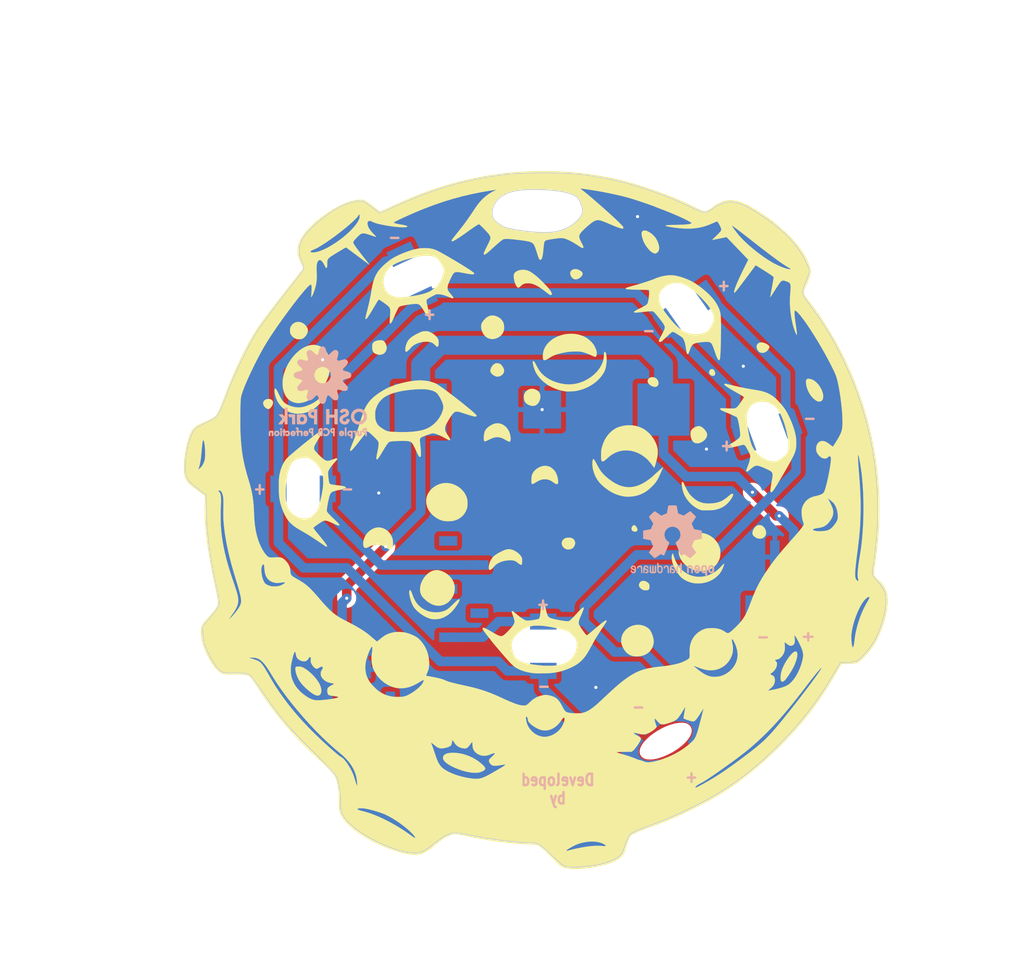
<source format=kicad_pcb>
(kicad_pcb (version 20171130) (host pcbnew 5.1.4-e60b266~84~ubuntu18.04.1)
  (layers (0 F.Cu signal) (31 B.Cu signal) (34 B.Paste user) (35 F.Paste user) (36 B.SilkS user) (37 F.SilkS user) (38 B.Mask user) (39 F.Mask user) (44 Edge.Cuts user))
  (net 0 "")
  (net 1 GND)
  (net 2 VCC)
  (net 3 /PB_0)
  (net 4 /PB_1)
  (net 5 /PB_4)
  (net 6 "Net-(J2-Pad6)")
  (net 7 "Net-(J2-Pad4)")
  (net 8 "Net-(J2-Pad3)")
  (net 9 VIN)
  (module Connector_JST:JST-S2B-PH-SM4-TB (layer B.Cu) (at 177.927 112.4712 180)
    (fp_text reference J1)
    (fp_text value Conn_01x02)
    (pad 2 smd roundrect (at 1 2.95 180) (size 1 3.5) (layers B.Cu B.Paste B.Mask) (roundrect_rratio 0.015) (net 1 GND))
    (pad 1 smd rect (at -1 2.95 180) (size 1 3.5) (layers B.Cu B.Paste B.Mask) (net 2 VCC))
    (pad 3 smd roundrect (at 3.35 -2.8 180) (size 1.5 3.4) (layers B.Cu B.Paste B.Mask) (roundrect_rratio 0.015))
    (pad 4 smd roundrect (at -3.35 -2.8 180) (size 1.5 3.4) (layers B.Cu B.Paste B.Mask) (roundrect_rratio 0.015))
  )
  (module Reverse_Mount_Leds:Digispark_SMD_Reverse (layer B.Cu) (at 144.145 114.4778 270)
    (fp_text reference J2)
    (fp_text value Conn_01x06_x03)
    (pad 6 smd rect (at -6.6548 1.65 180) (size 1.9 1) (layers B.Cu B.Paste B.Mask) (net 6 "Net-(J2-Pad6)"))
    (pad 5 smd rect (at -4.1148 -1.65 180) (size 1.9 1) (layers B.Cu B.Paste B.Mask) (net 5 /PB_4))
    (pad 4 smd rect (at -1.5748 1.65 180) (size 1.9 1) (layers B.Cu B.Paste B.Mask) (net 7 "Net-(J2-Pad4)"))
    (pad 3 smd rect (at 0.9652 -1.65 180) (size 1.9 1) (layers B.Cu B.Paste B.Mask) (net 8 "Net-(J2-Pad3)"))
    (pad 2 smd rect (at 3.5052 1.65 180) (size 1.9 1) (layers B.Cu B.Paste B.Mask) (net 4 /PB_1))
    (pad 1 smd rect (at 6.0452 -1.65 180) (size 1.9 1) (layers B.Cu B.Paste B.Mask) (net 3 /PB_0))
    (pad 7 smd rect (at 10.1844 7.747 270) (size 1.9 1) (layers B.Cu B.Paste B.Mask) (net 9 VIN))
    (pad 8 smd rect (at 6.8844 10.287 270) (size 1.9 1) (layers B.Cu B.Paste B.Mask) (net 1 GND))
    (pad 9 smd rect (at 10.1844 12.827 270) (size 1.9 1) (layers B.Cu B.Paste B.Mask) (net 2 VCC))
  )
  (module Reverse_Mount_Leds:firma_Cu_Mask (layer B.Cu) (at 153.924 137.16 180)
    (fp_text reference U2 hide)
    (fp_text value Firma hide)
    (fp_poly (pts (xy -4.273799 -0.192371) (xy -4.268599 -0.157921) (xy -4.266899 -0.118301) (xy -4.14632 0.091851) (xy -3.982678 0.264106) (xy -3.958568 0.288226) (xy -3.939618 0.314066) (xy -3.917228 0.334736) (xy -3.886218 0.348516) (xy -3.782866 0.439816) (xy -3.65712 0.519056) (xy -3.526206 0.596566) (xy -3.405628 0.682696) (xy -3.376348 0.674096) (xy -3.352228 0.675796) (xy -3.312608 0.629286) (xy -3.260928 0.603446) (xy -3.210978 0.572436) (xy -3.174808 0.524206) (xy -3.186868 0.515606) (xy -3.181668 0.496656) (xy -3.178268 0.477706) (xy -3.193768 0.469106) (xy -3.181708 0.457046) (xy -3.169648 0.444986) (xy -3.174848 0.427766) (xy -3.174848 0.408816) (xy -3.267868 0.355416) (xy -3.374666 0.303736) (xy -3.488354 0.243446) (xy -3.602042 0.171096) (xy -3.717453 0.079796) (xy -3.827696 -0.027003) (xy -3.927606 -0.142414) (xy -4.006846 -0.257825) (xy -3.998246 -0.273325) (xy -3.987916 -0.288825) (xy -3.865615 -0.288825) (xy -3.751927 -0.295725) (xy -3.743327 -0.281945) (xy -3.732987 -0.269885) (xy -3.514223 -0.231985) (xy -3.307517 -0.176865) (xy -3.362637 -0.157915) (xy -3.362637 -0.140685) (xy -3.343687 -0.123465) (xy -3.390197 -0.082125) (xy -3.410867 -0.014945) (xy -3.398807 0.009166) (xy -3.410867 0.031556) (xy -3.421207 0.031556) (xy -3.424607 0.024656) (xy -3.428007 0.017756) (xy -3.436607 0.017756) (xy -3.428007 0.048766) (xy -3.417667 0.078046) (xy -3.274696 0.172786) (xy -3.219576 0.136616) (xy -3.150676 0.098716) (xy -3.076606 0.059096) (xy -3.005986 0.021196) (xy -2.952586 -0.013255) (xy -2.909526 -0.054595) (xy -2.868186 -0.095935) (xy -2.818236 -0.130384) (xy -2.814836 -0.175175) (xy -2.811436 -0.216515) (xy -2.890676 -0.316425) (xy -2.995751 -0.385325) (xy -3.118052 -0.435275) (xy -3.252411 -0.473175) (xy -3.391937 -0.511075) (xy -3.528018 -0.555865) (xy -3.577968 -0.557565) (xy -3.617588 -0.562765) (xy -3.655488 -0.569665) (xy -3.696828 -0.574865) (xy -3.708888 -0.578265) (xy -3.715788 -0.586865) (xy -3.777798 -0.592065) (xy -3.824308 -0.592065) (xy -3.874258 -0.598965) (xy -3.922488 -0.604165) (xy -4.165367 -0.493922) (xy -4.261827 -0.209701) (xy -4.265227 -0.199371) (xy -4.273827 -0.192471) (xy -4.273799 -0.192371)) (layer B.Cu) (width 0))
    (fp_poly (pts (xy -2.738664 -0.460743) (xy -2.315093 0.148895) (xy -2.344373 0.069655) (xy -2.192789 0.109275) (xy -2.042927 0.171285) (xy -2.087717 0.272915) (xy -2.163507 0.326315) (xy -2.163513 0.326315) (xy -2.213463 0.266025) (xy -2.268583 0.210905) (xy -2.315093 0.148895) (xy -2.738664 -0.460743) (xy -2.754164 -0.448683) (xy -2.769664 -0.419403) (xy -2.750714 -0.419403) (xy -2.757614 -0.350503) (xy -2.742114 -0.288493) (xy -2.728334 -0.229923) (xy -2.733534 -0.169633) (xy -2.721474 -0.166233) (xy -2.714574 -0.142113) (xy -2.712874 -0.111103) (xy -2.714574 -0.083543) (xy -2.680124 0.026701) (xy -2.656004 0.138666) (xy -2.633614 0.247187) (xy -2.599164 0.347097) (xy -2.549214 0.340197) (xy -2.513044 0.317807) (xy -2.418304 0.417717) (xy -2.335624 0.531405) (xy -2.239164 0.631315) (xy -2.106527 0.682995) (xy -2.013507 0.619265) (xy -1.929097 0.536585) (xy -1.903257 0.517635) (xy -1.875697 0.500405) (xy -1.875697 0.474565) (xy -1.836077 0.421165) (xy -1.806797 0.357435) (xy -1.780957 0.290255) (xy -1.753397 0.226525) (xy -1.756797 0.207575) (xy -1.753397 0.192075) (xy -1.748197 0.174855) (xy -1.746497 0.152465) (xy -1.806787 0.004326) (xy -1.934256 -0.086975) (xy -2.09273 -0.147265) (xy -2.246037 -0.200665) (xy -2.239137 -0.207565) (xy -2.233937 -0.217895) (xy -2.154697 -0.267845) (xy -2.101297 -0.300575) (xy -2.046177 -0.321245) (xy -1.961767 -0.341915) (xy -1.879087 -0.362585) (xy -1.823967 -0.374645) (xy -1.772287 -0.381545) (xy -1.698217 -0.390145) (xy -1.667207 -0.434935) (xy -1.649977 -0.486615) (xy -1.648277 -0.536565) (xy -1.662057 -0.572735) (xy -1.653457 -0.579635) (xy -1.636237 -0.579635) (xy -1.656907 -0.600305) (xy -1.674137 -0.624425) (xy -1.694807 -0.646815) (xy -1.722367 -0.658875) (xy -1.880842 -0.660575) (xy -2.127166 -0.581335) (xy -2.247744 -0.531385) (xy -2.328704 -0.488325) (xy -2.392434 -0.441815) (xy -2.459614 -0.381525) (xy -2.466514 -0.388425) (xy -2.471714 -0.395325) (xy -2.499274 -0.507289) (xy -2.550954 -0.59514) (xy -2.588854 -0.60034) (xy -2.611244 -0.61929) (xy -2.637084 -0.61759) (xy -2.652584 -0.60899) (xy -2.668084 -0.59865) (xy -2.695644 -0.59525) (xy -2.705984 -0.56597) (xy -2.733544 -0.55219) (xy -2.730144 -0.52635) (xy -2.735344 -0.505679) (xy -2.742244 -0.48501) (xy -2.738844 -0.46089) (xy -2.738664 -0.460743)) (layer B.Cu) (width 0))
    (fp_poly (pts (xy -0.685386 0.360913) (xy -0.685386 0.341963) (xy -0.687086 0.331633) (xy -0.687086 0.319573) (xy -0.683686 0.302343) (xy -0.768096 0.221383) (xy -0.869726 0.190373) (xy -0.983414 0.171423) (xy -1.097102 0.126633) (xy -1.138442 0.126633) (xy -1.190122 0.121433) (xy -1.215962 0.105933) (xy -1.246972 0.097333) (xy -1.241772 0.064602) (xy -1.236572 0.038763) (xy -1.103935 0.040463) (xy -0.959241 0.049063) (xy -0.960941 0.037003) (xy -0.962641 0.028403) (xy -0.938521 0.006013) (xy -0.914401 -0.018108) (xy -0.890281 -0.038778) (xy -0.859271 -0.043978) (xy -0.850671 -0.074988) (xy -0.854071 -0.107718) (xy -0.909191 -0.147338) (xy -0.967761 -0.181788) (xy -1.031491 -0.207628) (xy -1.105561 -0.214528) (xy -1.119341 -0.214528) (xy -1.129681 -0.209328) (xy -1.169301 -0.214528) (xy -1.207201 -0.219728) (xy -1.253711 -0.212828) (xy -1.300221 -0.205928) (xy -1.350171 -0.283438) (xy -1.389791 -0.371288) (xy -1.293331 -0.378188) (xy -1.219261 -0.372988) (xy -1.148641 -0.364388) (xy -1.057341 -0.360988) (xy -0.976381 -0.336868) (xy -0.888531 -0.316198) (xy -0.864411 -0.335148) (xy -0.845461 -0.359268) (xy -0.824791 -0.378218) (xy -0.798951 -0.385118) (xy -0.790351 -0.402348) (xy -0.785151 -0.419568) (xy -0.779951 -0.435068) (xy -0.764451 -0.438468) (xy -0.824741 -0.526318) (xy -0.900531 -0.571108) (xy -0.996991 -0.595218) (xy -1.112402 -0.615888) (xy -1.138242 -0.614188) (xy -1.162362 -0.610788) (xy -1.257102 -0.626288) (xy -1.369068 -0.631488) (xy -1.477588 -0.615988) (xy -1.561988 -0.571198) (xy -1.580938 -0.543638) (xy -1.603328 -0.517798) (xy -1.610228 -0.467848) (xy -1.620558 -0.411008) (xy -1.629158 -0.350718) (xy -1.625758 -0.297318) (xy -1.605088 -0.250808) (xy -1.593028 -0.206018) (xy -1.582688 -0.197418) (xy -1.568908 -0.190518) (xy -1.546518 -0.131948) (xy -1.522398 -0.078548) (xy -1.496558 -0.026868) (xy -1.470718 0.033423) (xy -1.506888 0.081653) (xy -1.522388 0.135053) (xy -1.530988 0.190173) (xy -1.543048 0.248743) (xy -1.501708 0.290083) (xy -1.446588 0.317643) (xy -1.382848 0.334873) (xy -1.310498 0.350373) (xy -1.188197 0.384823) (xy -1.081399 0.403773) (xy -0.971156 0.419273) (xy -0.841965 0.439943) (xy -0.812685 0.424443) (xy -0.797185 0.433043) (xy -0.788585 0.443373) (xy -0.745525 0.393423) (xy -0.685235 0.360693) (xy -0.685386 0.360913)) (layer B.Cu) (width 0))
    (fp_poly (pts (xy -0.175512 -0.157575) (xy -0.196182 -0.183415) (xy -0.213412 -0.212695) (xy -0.232362 -0.248865) (xy -0.258202 -0.279875) (xy -0.275432 -0.321215) (xy -0.302992 -0.353945) (xy -0.383952 -0.503807) (xy -0.394292 -0.534817) (xy -0.409792 -0.562377) (xy -0.416692 -0.574437) (xy -0.421892 -0.583037) (xy -0.425292 -0.600267) (xy -0.444242 -0.624387) (xy -0.463192 -0.643337) (xy -0.475252 -0.657117) (xy -0.501092 -0.667447) (xy -0.654398 -0.533089) (xy -0.652698 -0.515859) (xy -0.647498 -0.498639) (xy -0.640598 -0.477969) (xy -0.625098 -0.429739) (xy -0.595818 -0.386679) (xy -0.580318 -0.348779) (xy -0.538978 -0.267819) (xy -0.501078 -0.202359) (xy -0.478688 -0.164459) (xy -0.520028 -0.114509) (xy -0.559648 -0.031829) (xy -0.583768 0.038792) (xy -0.588968 0.076692) (xy -0.595868 0.109422) (xy -0.604468 0.147322) (xy -0.607868 0.186942) (xy -0.618198 0.211062) (xy -0.614798 0.228292) (xy -0.613098 0.259302) (xy -0.621698 0.300642) (xy -0.630298 0.338542) (xy -0.631998 0.379882) (xy -0.621658 0.417782) (xy -0.588928 0.450512) (xy -0.559648 0.452212) (xy -0.530368 0.434982) (xy -0.501088 0.419482) (xy -0.464918 0.402252) (xy -0.428748 0.379862) (xy -0.416688 0.355742) (xy -0.394298 0.336792) (xy -0.394298 0.317842) (xy -0.392598 0.298892) (xy -0.385698 0.271332) (xy -0.378798 0.250661) (xy -0.373598 0.204152) (xy -0.363268 0.164532) (xy -0.352938 0.124912) (xy -0.351238 0.080122) (xy -0.334008 0.092182) (xy -0.327108 0.097382) (xy -0.320208 0.102582) (xy -0.218578 0.240386) (xy -0.221978 0.257616) (xy -0.185808 0.292066) (xy -0.159968 0.317906) (xy -0.137578 0.343746) (xy -0.118628 0.357526) (xy 0.038124 0.464324) (xy 0.062244 0.467724) (xy 0.069144 0.445334) (xy 0.096704 0.410884) (xy 0.143214 0.381604) (xy 0.158714 0.371264) (xy 0.167314 0.345424) (xy 0.165614 0.329924) (xy 0.172514 0.312694) (xy 0.138064 0.252404) (xy 0.100164 0.217954) (xy 0.070884 0.192114) (xy 0.051934 0.164554) (xy 0.039874 0.150774) (xy -0.006636 0.095654) (xy -0.011836 0.074984) (xy -0.032506 0.074984) (xy -0.041106 0.068084) (xy -0.058336 0.038804) (xy -0.075556 0.016414) (xy -0.084156 0.007813) (xy -0.089356 -0.005967) (xy -0.094556 -0.019747) (xy -0.122116 -0.054197) (xy -0.134176 -0.078317) (xy -0.147956 -0.105877) (xy -0.166906 -0.131717) (xy -0.175512 -0.157575)) (layer B.Cu) (width 0))
    (fp_poly (pts (xy 0.33264 -0.295379) (xy 0.31025 -0.314329) (xy 0.29647 -0.343609) (xy 0.28441 -0.372889) (xy 0.26718 -0.384949) (xy 0.25685 -0.409069) (xy 0.24307 -0.431459) (xy 0.23274 -0.455579) (xy 0.23614 -0.484859) (xy 0.21892 -0.514139) (xy 0.21032 -0.550309) (xy 0.19654 -0.579589) (xy 0.15864 -0.589929) (xy 0.15694 -0.598529) (xy 0.16214 -0.610589) (xy 0.13286 -0.612289) (xy 0.11047 -0.620889) (xy 0.05535 -0.584719) (xy 0.01745 -0.527879) (xy -0.01183 -0.462419) (xy -0.03595 -0.405579) (xy -0.03425 -0.369409) (xy -0.04631 -0.338399) (xy -0.02497 -0.293239) (xy -0.00314 -0.247319) (xy 0.01917 -0.200649) (xy 0.04197 -0.153229) (xy 0.06525 -0.105049) (xy 0.08902 -0.056119) (xy 0.11327 -0.006429) (xy 0.13801 0.044012) (xy 0.16283 0.094752) (xy 0.18732 0.145322) (xy 0.21149 0.195732) (xy 0.23534 0.245982) (xy 0.25886 0.296072) (xy 0.28206 0.346002) (xy 0.30494 0.395772) (xy 0.32749 0.445372) (xy 0.405 0.409202) (xy 0.47562 0.364412) (xy 0.53074 0.304122) (xy 0.56002 0.230052) (xy 0.55142 0.221452) (xy 0.54452 0.219752) (xy 0.55142 0.207692) (xy 0.55142 0.200792) (xy 0.55142 0.190452) (xy 0.55662 0.174952) (xy 0.54629 0.173252) (xy 0.53595 0.173252) (xy 0.53935 0.142242) (xy 0.53245 0.119852) (xy 0.52385 0.099182) (xy 0.52555 0.071622) (xy 0.51695 0.068222) (xy 0.51355 0.063021) (xy 0.50835 0.057822) (xy 0.50145 0.057822) (xy 0.50485 -0.017969) (xy 0.50145 -0.095479) (xy 0.50315 -0.176439) (xy 0.51521 -0.262569) (xy 0.61339 -0.169549) (xy 0.67368 -0.04208) (xy 0.70985 0.109505) (xy 0.73569 0.27487) (xy 0.75981 0.31277) (xy 0.77531 0.35928) (xy 0.78909 0.40923) (xy 0.80632 0.45574) (xy 0.84938 0.43851) (xy 0.88383 0.41095) (xy 0.91656 0.38339) (xy 0.95962 0.36789) (xy 0.99752 0.31105) (xy 1.01991 0.25248) (xy 1.00613 0.22147) (xy 0.99753 0.18702) (xy 0.98375 0.15429) (xy 0.95963 0.13017) (xy 0.94585 0.04749) (xy 0.93035 -0.024861) (xy 0.91829 -0.100651) (xy 0.91489 -0.185051) (xy 0.88561 -0.269451) (xy 0.86149 -0.350411) (xy 0.81843 -0.403811) (xy 0.7857 -0.465821) (xy 0.7771 -0.469221) (xy 0.76504 -0.464021) (xy 0.76504 -0.474361) (xy 0.75984 -0.481261) (xy 0.75644 -0.488161) (xy 0.75984 -0.501941) (xy 0.71678 -0.531221) (xy 0.67544 -0.565671) (xy 0.62376 -0.586341) (xy 0.54625 -0.574281) (xy 0.420504 -0.455425) (xy 0.332654 -0.295228) (xy 0.33264 -0.295379)) (layer B.Cu) (width 0))
    (fp_poly (pts (xy 1.886378 -0.464189) (xy 1.388562 -0.166188) (xy 1.481582 -0.159288) (xy 1.576322 -0.143788) (xy 1.550482 -0.03699) (xy 1.521202 0.074977) (xy 1.510872 0.057747) (xy 1.443692 -0.023214) (xy 1.390292 -0.107624) (xy 1.369622 -0.138634) (xy 1.350672 -0.169644) (xy 1.369622 -0.167944) (xy 1.388572 -0.166244) (xy 1.388562 -0.166188) (xy 1.886378 -0.464189) (xy 1.855368 -0.524479) (xy 1.808858 -0.577879) (xy 1.750288 -0.615779) (xy 1.681388 -0.633009) (xy 1.650378 -0.620949) (xy 1.634878 -0.610619) (xy 1.624538 -0.605419) (xy 1.617638 -0.600219) (xy 1.596968 -0.591619) (xy 1.603868 -0.569229) (xy 1.602168 -0.548559) (xy 1.581498 -0.526169) (xy 1.571158 -0.515829) (xy 1.562558 -0.505498) (xy 1.533278 -0.472769) (xy 1.579788 -0.460709) (xy 1.636638 -0.429699) (xy 1.648698 -0.365959) (xy 1.590128 -0.364259) (xy 1.543618 -0.376319) (xy 1.479888 -0.391819) (xy 1.410988 -0.397019) (xy 1.385148 -0.397019) (xy 1.359308 -0.393619) (xy 1.342088 -0.390219) (xy 1.335188 -0.369549) (xy 1.328288 -0.362649) (xy 1.309338 -0.340259) (xy 1.305938 -0.302359) (xy 1.295608 -0.271349) (xy 1.280108 -0.314409) (xy 1.273208 -0.331639) (xy 1.255978 -0.335039) (xy 1.250778 -0.343639) (xy 1.249078 -0.352239) (xy 1.240478 -0.381519) (xy 1.233578 -0.388419) (xy 1.226678 -0.393619) (xy 1.218078 -0.424629) (xy 1.207738 -0.453909) (xy 1.192238 -0.498699) (xy 1.188838 -0.540039) (xy 1.181938 -0.558989) (xy 1.162988 -0.576219) (xy 1.142318 -0.586549) (xy 1.131978 -0.593449) (xy 1.123378 -0.596849) (xy 1.118178 -0.615799) (xy 1.097508 -0.619199) (xy 1.069948 -0.624399) (xy 1.052718 -0.626099) (xy 1.035488 -0.624399) (xy 1.006208 -0.600279) (xy 0.982088 -0.581329) (xy 0.964868 -0.550319) (xy 0.961468 -0.531369) (xy 0.958068 -0.514139) (xy 0.952868 -0.503809) (xy 0.930478 -0.483139) (xy 0.949428 -0.467639) (xy 0.951128 -0.438359) (xy 1.023478 -0.26955) (xy 1.104438 -0.104185) (xy 1.130278 -0.049065) (xy 1.157838 0.006056) (xy 1.156138 0.018116) (xy 1.159538 0.033616) (xy 1.190548 0.085296) (xy 1.214668 0.133526) (xy 1.242228 0.190366) (xy 1.280128 0.247206) (xy 1.307688 0.259265) (xy 1.319748 0.262666) (xy 1.335248 0.266066) (xy 1.361088 0.262666) (xy 1.445488 0.324676) (xy 1.519558 0.422866) (xy 1.536788 0.446976) (xy 1.559178 0.433196) (xy 1.583298 0.422866) (xy 1.616028 0.414266) (xy 1.674598 0.398766) (xy 1.719388 0.372926) (xy 1.731448 0.331586) (xy 1.736648 0.304026) (xy 1.745248 0.245456) (xy 1.752148 0.179996) (xy 1.765928 0.121426) (xy 1.777988 0.064586) (xy 1.795208 -0.016375) (xy 1.817598 -0.088725) (xy 1.834828 -0.090425) (xy 1.852048 -0.085225) (xy 1.874438 -0.081825) (xy 1.893388 -0.080125) (xy 1.900288 -0.097355) (xy 1.917518 -0.114585) (xy 1.950248 -0.124925) (xy 1.969198 -0.140425) (xy 1.982978 -0.150765) (xy 2.008818 -0.161095) (xy 1.995038 -0.186935) (xy 1.945088 -0.247225) (xy 1.874468 -0.293735) (xy 1.876168 -0.314405) (xy 1.881368 -0.333355) (xy 1.889968 -0.393645) (xy 1.889968 -0.457375) (xy 1.886378 -0.464189)) (layer B.Cu) (width 0))
    (fp_poly (pts (xy 3.223076 -0.298824) (xy 3.114555 -0.414235) (xy 2.966416 -0.481415) (xy 2.795884 -0.527925) (xy 2.625351 -0.581325) (xy 2.582291 -0.583025) (xy 2.547841 -0.588225) (xy 2.516831 -0.593425) (xy 2.482381 -0.596825) (xy 2.473781 -0.600225) (xy 2.468581 -0.607125) (xy 2.415181 -0.612325) (xy 2.377281 -0.612325) (xy 2.334221 -0.617525) (xy 2.296321 -0.622725) (xy 2.09306 -0.531425) (xy 2.0121 -0.293713) (xy 2.0087 -0.283383) (xy 2.0018 -0.278183) (xy 2.0052 -0.248903) (xy 2.0069 -0.217893) (xy 2.10853 -0.042193) (xy 2.244611 0.102502) (xy 2.265281 0.123172) (xy 2.280781 0.143842) (xy 2.299731 0.161072) (xy 2.325571 0.173132) (xy 2.411701 0.248922) (xy 2.516776 0.314382) (xy 2.625296 0.378112) (xy 2.725206 0.450462) (xy 2.752766 0.445262) (xy 2.771716 0.445262) (xy 2.804446 0.409092) (xy 2.847506 0.386702) (xy 2.888846 0.360862) (xy 2.918126 0.319522) (xy 2.907786 0.310922) (xy 2.912986 0.295422) (xy 2.914686 0.279922) (xy 2.902626 0.273022) (xy 2.912956 0.262682) (xy 2.923296 0.254082) (xy 2.918096 0.240302) (xy 2.918096 0.223072) (xy 2.840576 0.180012) (xy 2.752726 0.135222) (xy 2.657986 0.085272) (xy 2.563246 0.024982) (xy 2.468506 -0.052539) (xy 2.375486 -0.140389) (xy 2.291076 -0.236849) (xy 2.223896 -0.333309) (xy 2.230796 -0.347089) (xy 2.239396 -0.359149) (xy 2.341026 -0.359149) (xy 2.437486 -0.364349) (xy 2.444386 -0.354009) (xy 2.452986 -0.343669) (xy 2.635576 -0.312659) (xy 2.807831 -0.266149) (xy 2.781991 -0.257549) (xy 2.761321 -0.248949) (xy 2.761321 -0.235169) (xy 2.778551 -0.221389) (xy 2.738931 -0.186939) (xy 2.721701 -0.131819) (xy 2.732031 -0.111149) (xy 2.721701 -0.092199) (xy 2.713101 -0.092199) (xy 2.709701 -0.097399) (xy 2.708001 -0.104299) (xy 2.699401 -0.102599) (xy 2.706301 -0.076759) (xy 2.716641 -0.052649) (xy 2.835496 0.026592) (xy 2.882006 -0.004419) (xy 2.938846 -0.037149) (xy 3.000856 -0.069879) (xy 3.061146 -0.100889) (xy 3.104206 -0.128449) (xy 3.140376 -0.164619) (xy 3.174826 -0.199069) (xy 3.217886 -0.228349) (xy 3.219586 -0.264519) (xy 3.222986 -0.298969) (xy 3.223076 -0.298824)) (layer B.Cu) (width 0))
    (fp_poly (pts (xy 4.151377 -0.452496) (xy 3.657161 -0.147681) (xy 3.750181 -0.140781) (xy 3.844921 -0.12528) (xy 3.819081 -0.018483) (xy 3.789801 0.093484) (xy 3.779461 0.076254) (xy 3.712281 -0.004707) (xy 3.658881 -0.089117) (xy 3.638211 -0.120127) (xy 3.619261 -0.151137) (xy 3.638211 -0.149437) (xy 3.657161 -0.147737) (xy 3.657161 -0.147681) (xy 4.151377 -0.452496) (xy 4.120367 -0.512786) (xy 4.073857 -0.566186) (xy 4.015287 -0.604086) (xy 3.946387 -0.621316) (xy 3.915377 -0.609256) (xy 3.899877 -0.598926) (xy 3.889537 -0.593726) (xy 3.882637 -0.588526) (xy 3.861967 -0.579926) (xy 3.868867 -0.557536) (xy 3.867167 -0.536866) (xy 3.846497 -0.514476) (xy 3.836157 -0.504135) (xy 3.827557 -0.493806) (xy 3.798277 -0.461076) (xy 3.844787 -0.449016) (xy 3.901637 -0.418006) (xy 3.913697 -0.354266) (xy 3.855127 -0.352566) (xy 3.808617 -0.364626) (xy 3.744887 -0.380126) (xy 3.675987 -0.385326) (xy 3.650147 -0.385326) (xy 3.624307 -0.381926) (xy 3.607087 -0.378526) (xy 3.600187 -0.357856) (xy 3.593287 -0.350956) (xy 3.574337 -0.328566) (xy 3.570937 -0.290666) (xy 3.560607 -0.259655) (xy 3.545107 -0.302716) (xy 3.538207 -0.319946) (xy 3.520977 -0.323346) (xy 3.515777 -0.331946) (xy 3.514077 -0.340546) (xy 3.505477 -0.369826) (xy 3.498577 -0.376726) (xy 3.491677 -0.381926) (xy 3.483077 -0.412936) (xy 3.472737 -0.442216) (xy 3.457237 -0.487006) (xy 3.453837 -0.528346) (xy 3.446937 -0.547296) (xy 3.427987 -0.564526) (xy 3.407317 -0.574856) (xy 3.396977 -0.581756) (xy 3.388377 -0.585156) (xy 3.383177 -0.604106) (xy 3.362507 -0.607506) (xy 3.334947 -0.612706) (xy 3.317717 -0.614406) (xy 3.300487 -0.612706) (xy 3.271207 -0.588586) (xy 3.247087 -0.569636) (xy 3.229867 -0.538626) (xy 3.226467 -0.519675) (xy 3.223067 -0.502446) (xy 3.217867 -0.492116) (xy 3.195477 -0.471446) (xy 3.214427 -0.455946) (xy 3.216127 -0.426666) (xy 3.288477 -0.257857) (xy 3.369437 -0.092492) (xy 3.395277 -0.037372) (xy 3.422837 0.017749) (xy 3.421137 0.029809) (xy 3.424537 0.045309) (xy 3.455547 0.096989) (xy 3.479667 0.145219) (xy 3.507227 0.202059) (xy 3.545127 0.258898) (xy 3.572687 0.270959) (xy 3.584747 0.274359) (xy 3.600247 0.277759) (xy 3.626087 0.274359) (xy 3.710487 0.336369) (xy 3.784557 0.434559) (xy 3.801787 0.458669) (xy 3.824177 0.444889) (xy 3.848297 0.434559) (xy 3.881027 0.425959) (xy 3.939597 0.410459) (xy 3.984387 0.384619) (xy 3.996447 0.343279) (xy 4.001647 0.315719) (xy 4.010247 0.257149) (xy 4.017147 0.191689) (xy 4.030927 0.133119) (xy 4.042987 0.076279) (xy 4.060217 -0.004682) (xy 4.082607 -0.077032) (xy 4.099837 -0.078732) (xy 4.117057 -0.073532) (xy 4.139447 -0.070132) (xy 4.158397 -0.068432) (xy 4.165297 -0.085662) (xy 4.182527 -0.102892) (xy 4.215257 -0.113232) (xy 4.234207 -0.128732) (xy 4.247987 -0.139072) (xy 4.273827 -0.149402) (xy 4.260047 -0.175242) (xy 4.210097 -0.235532) (xy 4.139477 -0.282042) (xy 4.141177 -0.302712) (xy 4.146377 -0.321662) (xy 4.154977 -0.381952) (xy 4.154977 -0.445682) (xy 4.151377 -0.452496)) (layer B.Cu) (width 0))
  )
  (module Battery:S8211R (layer B.Cu) (at 152.4 93.98)
    (fp_text reference BT1)
    (fp_text value Battery_Cell)
    (pad 1 smd rect (at 12.8 0) (size 5.5 5.5) (layers B.Cu B.Paste B.Mask) (net 2 VCC))
    (pad 1 smd rect (at -12.8 0) (size 5.5 5.5) (layers B.Cu B.Paste B.Mask) (net 2 VCC))
    (pad 2 smd rect (at 0 0) (size 4 4) (layers B.Cu B.Paste B.Mask) (net 1 GND))
  )
  (module Reverse_Mount_Leds:Moon_6_Leds_75_2 (layer F.Cu) (at 151.765 105.791)
    (fp_text reference U1 hide)
    (fp_text value PCB hide)
    (fp_poly (pts (xy 6.306379 33.726544) (xy 6.579667 33.765358) (xy 6.826416 33.826511) (xy 6.918107 33.858023) (xy 7.033762 33.907316) (xy 7.141919 33.96393) (xy 7.235855 34.023265) (xy 7.308848 34.080725) (xy 7.354174 34.13171) (xy 7.366 34.164376) (xy 7.35963 34.189107) (xy 7.33746 34.206794) (xy 7.294902 34.217845) (xy 7.227366 34.222665) (xy 7.130265 34.221661) (xy 6.999008 34.215239) (xy 6.879917 34.207429) (xy 6.568338 34.194839) (xy 6.237919 34.199769) (xy 5.882506 34.222488) (xy 5.495944 34.263264) (xy 5.440455 34.270242) (xy 5.281888 34.29305) (xy 5.091584 34.324496) (xy 4.878817 34.362717) (xy 4.652861 34.405853) (xy 4.422991 34.452043) (xy 4.198481 34.499427) (xy 3.988604 34.546143) (xy 3.802636 34.590332) (xy 3.658195 34.627824) (xy 3.510961 34.665613) (xy 3.383211 34.69296) (xy 3.279424 34.709269) (xy 3.204076 34.713942) (xy 3.161647 34.706382) (xy 3.153834 34.695053) (xy 3.172109 34.658572) (xy 3.223637 34.606953) (xy 3.303475 34.54331) (xy 3.406678 34.470753) (xy 3.528301 34.392394) (xy 3.663399 34.311345) (xy 3.807029 34.230718) (xy 3.954245 34.153624) (xy 4.100103 34.083175) (xy 4.188899 34.043678) (xy 4.468417 33.938336) (xy 4.766282 33.85228) (xy 5.076082 33.785946) (xy 5.391404 33.739768) (xy 5.705835 33.714185) (xy 6.012964 33.709631) (xy 6.306379 33.726544)) (layer F.Cu) (width 0.01))
    (fp_poly (pts (xy -18.301883 30.194045) (xy -18.072784 30.22088) (xy -17.818478 30.264008) (xy -17.545071 30.321679) (xy -17.258673 30.392144) (xy -16.96539 30.473656) (xy -16.67133 30.564465) (xy -16.382602 30.662823) (xy -16.105313 30.766982) (xy -15.845571 30.875193) (xy -15.609484 30.985707) (xy -15.494 31.045717) (xy -15.171231 31.22927) (xy -14.841542 31.433326) (xy -14.5115 31.653033) (xy -14.187669 31.883542) (xy -13.876615 32.120002) (xy -13.584904 32.357564) (xy -13.319101 32.591376) (xy -13.085772 32.816588) (xy -13.057393 32.845783) (xy -12.932881 32.980782) (xy -12.834343 33.100027) (xy -12.763464 33.201046) (xy -12.721927 33.281368) (xy -12.711417 33.338521) (xy -12.714124 33.349678) (xy -12.729591 33.37222) (xy -12.756942 33.376089) (xy -12.80374 33.359835) (xy -12.87755 33.322009) (xy -12.887787 33.316389) (xy -12.948566 33.279576) (xy -13.032432 33.224311) (xy -13.128785 33.157774) (xy -13.227024 33.087148) (xy -13.237037 33.079773) (xy -13.811573 32.674436) (xy -14.412291 32.286712) (xy -15.031804 31.920687) (xy -15.662725 31.580445) (xy -16.297664 31.270075) (xy -16.929235 30.993662) (xy -17.214165 30.879977) (xy -17.392712 30.812113) (xy -17.550297 30.755185) (xy -17.698682 30.705476) (xy -17.84963 30.659267) (xy -18.014905 30.61284) (xy -18.206269 30.562478) (xy -18.271126 30.545893) (xy -18.40194 30.511839) (xy -18.522146 30.479103) (xy -18.624392 30.449802) (xy -18.701324 30.426054) (xy -18.745588 30.409973) (xy -18.748918 30.408372) (xy -18.821895 30.360348) (xy -18.85466 30.314543) (xy -18.849335 30.272854) (xy -18.808039 30.237181) (xy -18.732894 30.209421) (xy -18.626019 30.191473) (xy -18.499666 30.185249) (xy -18.301883 30.194045)) (layer F.Cu) (width 0.01))
    (fp_poly (pts (xy 30.098574 15.396145) (xy 30.109093 15.40854) (xy 30.1067 15.442293) (xy 30.078414 15.507844) (xy 30.02501 15.604117) (xy 29.947265 15.730032) (xy 29.845953 15.884513) (xy 29.72185 16.06648) (xy 29.575733 16.274856) (xy 29.408375 16.508563) (xy 29.220553 16.766522) (xy 29.013043 17.047656) (xy 28.78662 17.350887) (xy 28.542059 17.675136) (xy 28.280136 18.019326) (xy 28.001626 18.382377) (xy 27.707306 18.763214) (xy 27.551779 18.963408) (xy 27.197007 19.417842) (xy 26.865197 19.839736) (xy 26.554705 20.230997) (xy 26.263885 20.593532) (xy 25.991092 20.92925) (xy 25.734683 21.240056) (xy 25.493012 21.527859) (xy 25.264434 21.794566) (xy 25.047305 22.042083) (xy 24.83998 22.272319) (xy 24.640815 22.48718) (xy 24.448164 22.688574) (xy 24.260382 22.878408) (xy 24.075826 23.05859) (xy 23.89285 23.231026) (xy 23.791334 23.324125) (xy 23.636167 23.461176) (xy 23.449672 23.619248) (xy 23.235521 23.795548) (xy 22.997384 23.987281) (xy 22.738932 24.191651) (xy 22.463835 24.405866) (xy 22.175764 24.627129) (xy 21.878391 24.852648) (xy 21.575386 25.079626) (xy 21.270419 25.305269) (xy 20.967162 25.526784) (xy 20.669285 25.741374) (xy 20.380459 25.946247) (xy 20.104356 26.138607) (xy 20.0025 26.208549) (xy 19.732618 26.390208) (xy 19.445783 26.578056) (xy 19.14762 26.768691) (xy 18.843756 26.958713) (xy 18.539815 27.14472) (xy 18.241423 27.323312) (xy 17.954206 27.491088) (xy 17.683789 27.644646) (xy 17.435797 27.780587) (xy 17.215857 27.895508) (xy 17.193187 27.906936) (xy 17.054953 27.974575) (xy 16.949167 28.021887) (xy 16.871834 28.05009) (xy 16.818962 28.060404) (xy 16.786558 28.054048) (xy 16.771783 28.035586) (xy 16.769824 27.990534) (xy 16.781299 27.950619) (xy 16.815349 27.904426) (xy 16.878203 27.844273) (xy 16.961577 27.776611) (xy 17.057187 27.707893) (xy 17.15675 27.644569) (xy 17.219084 27.609662) (xy 17.389007 27.516025) (xy 17.58887 27.398257) (xy 17.815499 27.258601) (xy 18.06572 27.099299) (xy 18.336357 26.922594) (xy 18.624237 26.730726) (xy 18.926184 26.52594) (xy 19.239026 26.310476) (xy 19.559586 26.086578) (xy 19.884691 25.856487) (xy 20.211165 25.622446) (xy 20.535836 25.386697) (xy 20.855528 25.151482) (xy 21.167066 24.919044) (xy 21.467277 24.691625) (xy 21.752986 24.471467) (xy 22.021018 24.260812) (xy 22.268199 24.061903) (xy 22.426084 23.93172) (xy 22.900368 23.524774) (xy 23.387664 23.084821) (xy 23.882724 22.617048) (xy 24.3803 22.126642) (xy 24.875144 21.618789) (xy 25.362009 21.098675) (xy 25.835648 20.571488) (xy 25.899362 20.498832) (xy 26.095364 20.272516) (xy 26.297665 20.034586) (xy 26.50841 19.782387) (xy 26.729743 19.513264) (xy 26.963809 19.224562) (xy 27.212752 18.913625) (xy 27.478716 18.5778) (xy 27.763846 18.21443) (xy 28.070286 17.820862) (xy 28.257695 17.578917) (xy 28.493089 17.274878) (xy 28.704604 17.002516) (xy 28.893912 16.759754) (xy 29.062685 16.544516) (xy 29.212594 16.354725) (xy 29.345311 16.188304) (xy 29.462507 16.043177) (xy 29.565854 15.917267) (xy 29.657024 15.808497) (xy 29.737688 15.71479) (xy 29.809518 15.634071) (xy 29.874184 15.564261) (xy 29.906061 15.531042) (xy 29.98228 15.455546) (xy 30.036528 15.409855) (xy 30.073671 15.391033) (xy 30.098574 15.396145)) (layer F.Cu) (width 0.01))
    (fp_poly (pts (xy -30.076957 14.309583) (xy -29.964199 14.312481) (xy -29.915841 14.313958) (xy -29.724121 14.324105) (xy -29.564359 14.343583) (xy -29.426611 14.375673) (xy -29.300937 14.423657) (xy -29.177393 14.490817) (xy -29.046039 14.580433) (xy -28.996987 14.617248) (xy -28.904571 14.692827) (xy -28.812359 14.779057) (xy -28.71791 14.879134) (xy -28.618781 14.996256) (xy -28.512533 15.133618) (xy -28.396723 15.294418) (xy -28.26891 15.481852) (xy -28.126652 15.699117) (xy -27.967509 15.949409) (xy -27.912398 16.037352) (xy -27.440909 16.772575) (xy -26.958499 17.485608) (xy -26.461757 18.180666) (xy -25.947273 18.861964) (xy -25.411639 19.533718) (xy -24.851443 20.200144) (xy -24.263277 20.865457) (xy -23.643731 21.533872) (xy -22.989394 22.209605) (xy -22.62377 22.575675) (xy -22.420413 22.776729) (xy -22.240794 22.953034) (xy -22.078999 23.110055) (xy -21.929114 23.253255) (xy -21.785225 23.388098) (xy -21.641417 23.520049) (xy -21.491776 23.654571) (xy -21.330387 23.79713) (xy -21.151336 23.953187) (xy -20.94871 24.128209) (xy -20.869844 24.19606) (xy -20.603103 24.428382) (xy -20.367956 24.640176) (xy -20.161231 24.835069) (xy -19.97976 25.01669) (xy -19.82037 25.188667) (xy -19.679893 25.35463) (xy -19.555156 25.518206) (xy -19.442991 25.683024) (xy -19.340226 25.852712) (xy -19.243692 26.0309) (xy -19.212081 26.093352) (xy -19.071965 26.414983) (xy -18.961494 26.754528) (xy -18.883163 27.101926) (xy -18.839472 27.447115) (xy -18.831185 27.627573) (xy -18.830542 27.727169) (xy -18.833089 27.791913) (xy -18.839833 27.82923) (xy -18.851784 27.846546) (xy -18.861446 27.85034) (xy -18.903042 27.841656) (xy -18.916973 27.829783) (xy -18.929444 27.802657) (xy -18.952773 27.741132) (xy -18.984881 27.651118) (xy -19.023688 27.538523) (xy -19.067114 27.409255) (xy -19.097979 27.315584) (xy -19.204658 27.001693) (xy -19.309158 26.721307) (xy -19.415246 26.466015) (xy -19.52669 26.227407) (xy -19.647254 25.997074) (xy -19.780706 25.766605) (xy -19.821754 25.699514) (xy -19.983418 25.454287) (xy -20.143865 25.245051) (xy -20.308376 25.065962) (xy -20.482231 24.91118) (xy -20.6375 24.796923) (xy -20.767444 24.703916) (xy -20.92411 24.582837) (xy -21.104826 24.43608) (xy -21.306917 24.266036) (xy -21.527712 24.0751) (xy -21.764538 23.865663) (xy -22.014721 23.640118) (xy -22.27559 23.400859) (xy -22.544471 23.150277) (xy -22.818691 22.890767) (xy -23.095578 22.624719) (xy -23.372459 22.354528) (xy -23.439162 22.288789) (xy -23.976031 21.749551) (xy -24.479016 21.224881) (xy -24.951876 20.709977) (xy -25.398369 20.200036) (xy -25.822252 19.690255) (xy -26.227283 19.17583) (xy -26.617221 18.65196) (xy -26.995823 18.11384) (xy -27.366848 17.556669) (xy -27.734052 16.975644) (xy -28.101195 16.36596) (xy -28.184231 16.22425) (xy -28.340124 15.959057) (xy -28.478464 15.728608) (xy -28.601219 15.530085) (xy -28.710356 15.36067) (xy -28.807844 15.217543) (xy -28.895652 15.097887) (xy -28.975747 14.998881) (xy -29.050097 14.917709) (xy -29.120672 14.85155) (xy -29.171082 14.811007) (xy -29.23852 14.768158) (xy -29.335952 14.718823) (xy -29.465909 14.661912) (xy -29.630924 14.596333) (xy -29.833528 14.520995) (xy -29.897916 14.497796) (xy -30.036153 14.446855) (xy -30.13676 14.406328) (xy -30.202766 14.374834) (xy -30.237201 14.350991) (xy -30.243924 14.340005) (xy -30.243745 14.326369) (xy -30.232868 14.316978) (xy -30.205383 14.311363) (xy -30.155383 14.309054) (xy -30.076957 14.309583)) (layer F.Cu) (width 0.01))
    (fp_poly (pts (xy -8.786936 23.036973) (xy -8.758335 23.058002) (xy -8.720455 23.101466) (xy -8.668732 23.172416) (xy -8.618636 23.245915) (xy -8.484984 23.427405) (xy -8.350269 23.571882) (xy -8.20797 23.684314) (xy -8.051566 23.769668) (xy -7.874537 23.832911) (xy -7.833546 23.843999) (xy -7.720442 23.865995) (xy -7.601404 23.877272) (xy -7.488368 23.877736) (xy -7.393271 23.867292) (xy -7.331893 23.847972) (xy -7.260745 23.797171) (xy -7.17247 23.711502) (xy -7.069521 23.593626) (xy -6.954351 23.44621) (xy -6.923929 23.405042) (xy -6.862954 23.325027) (xy -6.808325 23.259466) (xy -6.76599 23.2151) (xy -6.741895 23.198668) (xy -6.741814 23.198667) (xy -6.725798 23.202055) (xy -6.713306 23.215999) (xy -6.703277 23.246166) (xy -6.69465 23.298226) (xy -6.686365 23.377845) (xy -6.677361 23.490693) (xy -6.671235 23.575805) (xy -6.662188 23.693905) (xy -6.652802 23.780747) (xy -6.640641 23.847356) (xy -6.623271 23.904756) (xy -6.598256 23.963972) (xy -6.574724 24.012751) (xy -6.467468 24.183518) (xy -6.325547 24.335654) (xy -6.154718 24.4631) (xy -6.135819 24.474519) (xy -5.975108 24.556731) (xy -5.812246 24.611557) (xy -5.633398 24.642889) (xy -5.503333 24.652443) (xy -5.406373 24.654969) (xy -5.321734 24.652296) (xy -5.241014 24.642537) (xy -5.155809 24.623809) (xy -5.057716 24.594228) (xy -4.93833 24.551908) (xy -4.789249 24.494964) (xy -4.773083 24.488665) (xy -4.621348 24.434892) (xy -4.498719 24.402982) (xy -4.40686 24.393108) (xy -4.347439 24.405444) (xy -4.322121 24.440164) (xy -4.321904 24.44156) (xy -4.323759 24.463743) (xy -4.337163 24.492239) (xy -4.36527 24.530506) (xy -4.411232 24.582003) (xy -4.478202 24.65019) (xy -4.569334 24.738524) (xy -4.687779 24.850464) (xy -4.734779 24.894465) (xy -4.832756 24.991183) (xy -4.898591 25.07096) (xy -4.935143 25.14067) (xy -4.945268 25.207188) (xy -4.931825 25.277388) (xy -4.91351 25.324419) (xy -4.829851 25.470796) (xy -4.722911 25.58834) (xy -4.638791 25.648989) (xy -4.594559 25.673592) (xy -4.554806 25.689854) (xy -4.509481 25.699315) (xy -4.448537 25.703515) (xy -4.361923 25.703996) (xy -4.28625 25.70303) (xy -4.122925 25.695185) (xy -3.936124 25.677259) (xy -3.743025 25.650974) (xy -3.7049 25.644822) (xy -3.532944 25.617641) (xy -3.396864 25.599837) (xy -3.296804 25.592508) (xy -3.232909 25.596754) (xy -3.205322 25.613671) (xy -3.21419 25.644358) (xy -3.259656 25.689914) (xy -3.341866 25.751437) (xy -3.460964 25.830025) (xy -3.617095 25.926777) (xy -3.752815 26.008477) (xy -4.056405 26.188881) (xy -4.327324 26.347809) (xy -4.568435 26.486792) (xy -4.782605 26.607358) (xy -4.972698 26.711038) (xy -5.14158 26.799359) (xy -5.292115 26.873853) (xy -5.42717 26.936047) (xy -5.549608 26.987472) (xy -5.662296 27.029657) (xy -5.672666 27.033264) (xy -5.87375 27.102716) (xy -6.328833 27.106302) (xy -6.467393 27.10694) (xy -6.595041 27.106677) (xy -6.704475 27.105597) (xy -6.788397 27.10378) (xy -6.839504 27.101311) (xy -6.847416 27.100445) (xy -7.260402 27.030374) (xy -7.660173 26.945475) (xy -8.043479 26.846997) (xy -8.407069 26.73619) (xy -8.747693 26.614303) (xy -9.062101 26.482585) (xy -9.347043 26.342285) (xy -9.599267 26.194654) (xy -9.815523 26.040941) (xy -9.978095 25.897053) (xy -10.062571 25.808261) (xy -10.138802 25.717596) (xy -10.208966 25.620652) (xy -10.27524 25.513026) (xy -10.3398 25.390312) (xy -10.404823 25.248105) (xy -10.472486 25.082001) (xy -10.527981 24.933152) (xy -9.795523 24.933152) (xy -9.768856 25.027216) (xy -9.745969 25.077116) (xy -9.666396 25.198325) (xy -9.548625 25.323141) (xy -9.396452 25.449802) (xy -9.213669 25.576548) (xy -9.004072 25.701617) (xy -8.771454 25.823248) (xy -8.51961 25.939678) (xy -8.252333 26.049147) (xy -7.973419 26.149894) (xy -7.68666 26.240156) (xy -7.395852 26.318173) (xy -7.104789 26.382182) (xy -6.836833 26.427649) (xy -6.710535 26.440298) (xy -6.562667 26.446374) (xy -6.404951 26.446207) (xy -6.24911 26.440125) (xy -6.106865 26.428458) (xy -5.989939 26.411534) (xy -5.950497 26.402758) (xy -5.83916 26.367359) (xy -5.718234 26.318182) (xy -5.603086 26.262256) (xy -5.509079 26.206612) (xy -5.486685 26.19056) (xy -5.426173 26.133254) (xy -5.394935 26.073032) (xy -5.394127 26.006359) (xy -5.424904 25.9297) (xy -5.48842 25.839519) (xy -5.585831 25.73228) (xy -5.660318 25.658956) (xy -5.985894 25.375509) (xy -6.333082 25.12745) (xy -6.703667 24.913727) (xy -7.099432 24.73329) (xy -7.440083 24.610686) (xy -7.728639 24.527195) (xy -8.010768 24.463062) (xy -8.283331 24.418096) (xy -8.543184 24.392103) (xy -8.787187 24.384894) (xy -9.012197 24.396274) (xy -9.215074 24.426053) (xy -9.392674 24.474038) (xy -9.541857 24.540039) (xy -9.659481 24.623861) (xy -9.742403 24.725315) (xy -9.756768 24.752216) (xy -9.791334 24.846279) (xy -9.795523 24.933152) (xy -10.527981 24.933152) (xy -10.544967 24.887595) (xy -10.624442 24.660481) (xy -10.699439 24.437468) (xy -10.756583 24.266676) (xy -10.813823 24.098196) (xy -10.868703 23.939068) (xy -10.918769 23.79633) (xy -10.961564 23.67702) (xy -10.994635 23.588178) (xy -11.004343 23.563366) (xy -11.039661 23.472396) (xy -11.068083 23.39402) (xy -11.08631 23.337676) (xy -11.091333 23.314658) (xy -11.081058 23.288997) (xy -11.049075 23.288737) (xy -10.99365 23.314846) (xy -10.913047 23.36829) (xy -10.80553 23.450037) (xy -10.710333 23.527084) (xy -10.562389 23.644545) (xy -10.435723 23.733848) (xy -10.323286 23.798296) (xy -10.21803 23.841189) (xy -10.112903 23.865829) (xy -10.000857 23.875516) (xy -9.965243 23.876) (xy -9.832002 23.867869) (xy -9.681117 23.845402) (xy -9.523817 23.811489) (xy -9.371335 23.76902) (xy -9.2349 23.720883) (xy -9.125742 23.669969) (xy -9.096889 23.652572) (xy -9.037402 23.607558) (xy -8.992612 23.55618) (xy -8.958077 23.489678) (xy -8.929355 23.399296) (xy -8.902007 23.276275) (xy -8.899441 23.263196) (xy -8.879009 23.16302) (xy -8.862491 23.097272) (xy -8.847051 23.058589) (xy -8.829848 23.039608) (xy -8.810825 23.033329) (xy -8.786936 23.036973)) (layer F.Cu) (width 0.01))
    (fp_poly (pts (xy 15.732788 19.555488) (xy 15.734108 19.580094) (xy 15.729203 19.640825) (xy 15.718772 19.732042) (xy 15.703512 19.848106) (xy 15.684121 19.983379) (xy 15.661881 20.128518) (xy 15.635639 20.295309) (xy 15.615647 20.425321) (xy 15.601509 20.523582) (xy 15.592829 20.595121) (xy 15.589211 20.644969) (xy 15.59026 20.678152) (xy 15.595579 20.699702) (xy 15.604772 20.714646) (xy 15.614878 20.725452) (xy 15.66304 20.758424) (xy 15.744151 20.797745) (xy 15.849811 20.840687) (xy 15.971623 20.884521) (xy 16.101186 20.926518) (xy 16.230101 20.96395) (xy 16.34997 20.994088) (xy 16.452392 21.014203) (xy 16.526292 21.021549) (xy 16.575455 21.019701) (xy 16.621335 21.010987) (xy 16.666586 20.992514) (xy 16.713865 20.961388) (xy 16.765826 20.914715) (xy 16.825124 20.849603) (xy 16.894416 20.763157) (xy 16.976354 20.652485) (xy 17.073596 20.514692) (xy 17.188796 20.346885) (xy 17.310877 20.166542) (xy 17.412521 20.01766) (xy 17.493725 19.903337) (xy 17.556093 19.821992) (xy 17.601234 19.772043) (xy 17.630753 19.751912) (xy 17.646257 19.760016) (xy 17.649353 19.794776) (xy 17.64433 19.838459) (xy 17.63528 19.882485) (xy 17.61665 19.962319) (xy 17.589751 20.07286) (xy 17.555896 20.209008) (xy 17.516397 20.365661) (xy 17.472565 20.537719) (xy 17.425713 20.720083) (xy 17.377153 20.90765) (xy 17.328196 21.095321) (xy 17.280155 21.277995) (xy 17.234341 21.450571) (xy 17.192067 21.60795) (xy 17.154644 21.745029) (xy 17.144497 21.781654) (xy 17.083671 21.996419) (xy 17.029994 22.176566) (xy 16.981144 22.328735) (xy 16.934797 22.459567) (xy 16.888633 22.575704) (xy 16.840328 22.683787) (xy 16.800694 22.76475) (xy 16.75119 22.858492) (xy 16.704472 22.935035) (xy 16.652328 23.005242) (xy 16.586545 23.079979) (xy 16.498912 23.17011) (xy 16.48007 23.188921) (xy 16.185695 23.461386) (xy 15.860014 23.725602) (xy 15.508031 23.979133) (xy 15.134748 24.219545) (xy 14.745168 24.444403) (xy 14.344295 24.651272) (xy 13.937131 24.837719) (xy 13.528679 25.001308) (xy 13.123943 25.139605) (xy 12.727926 25.250176) (xy 12.34563 25.330585) (xy 11.982059 25.378399) (xy 11.980334 25.378549) (xy 11.86959 25.388008) (xy 11.790821 25.393831) (xy 11.733826 25.396014) (xy 11.688401 25.394552) (xy 11.644345 25.389439) (xy 11.591455 25.380671) (xy 11.578167 25.378347) (xy 11.521396 25.36437) (xy 11.436563 25.338514) (xy 11.334987 25.304424) (xy 11.227988 25.265747) (xy 11.224454 25.264419) (xy 11.122248 25.227564) (xy 11.029712 25.197118) (xy 10.956404 25.176032) (xy 10.911885 25.167254) (xy 10.909238 25.167167) (xy 10.872804 25.159506) (xy 10.804121 25.138131) (xy 10.710081 25.105455) (xy 10.597576 25.063891) (xy 10.473499 25.01585) (xy 10.448034 25.00573) (xy 10.217202 24.915845) (xy 9.988461 24.831671) (xy 9.752562 24.750079) (xy 9.500262 24.667939) (xy 9.222314 24.582122) (xy 9.007533 24.518185) (xy 8.834935 24.466639) (xy 8.700419 24.424262) (xy 8.601095 24.389585) (xy 8.534071 24.361138) (xy 8.496453 24.337454) (xy 8.485352 24.317064) (xy 8.497873 24.298498) (xy 8.531126 24.280289) (xy 8.535459 24.27844) (xy 8.567422 24.273154) (xy 8.636414 24.26728) (xy 8.737137 24.261086) (xy 8.864297 24.254838) (xy 9.012595 24.248806) (xy 9.176736 24.243255) (xy 9.30275 24.239682) (xy 9.358816 24.238117) (xy 10.905834 24.238117) (xy 10.921031 24.414086) (xy 10.974317 24.575324) (xy 11.065822 24.72045) (xy 11.095933 24.75542) (xy 11.236763 24.883632) (xy 11.396821 24.978775) (xy 11.582557 25.044388) (xy 11.65225 25.060506) (xy 11.726739 25.070126) (xy 11.831692 25.076293) (xy 11.955385 25.079007) (xy 12.08609 25.078268) (xy 12.212079 25.074073) (xy 12.321627 25.066423) (xy 12.371917 25.060558) (xy 12.687504 25.000688) (xy 13.021846 24.909575) (xy 13.368552 24.790032) (xy 13.721232 24.644874) (xy 14.073498 24.476912) (xy 14.418958 24.288962) (xy 14.751224 24.083838) (xy 15.028334 23.890834) (xy 15.314553 23.667647) (xy 15.569374 23.444649) (xy 15.79212 23.223244) (xy 15.982109 23.004833) (xy 16.138662 22.790822) (xy 16.261101 22.582611) (xy 16.348746 22.381605) (xy 16.400917 22.189206) (xy 16.416935 22.006817) (xy 16.39612 21.835841) (xy 16.337794 21.677681) (xy 16.241277 21.53374) (xy 16.19435 21.482968) (xy 16.072097 21.377857) (xy 15.938828 21.298036) (xy 15.788763 21.24178) (xy 15.616124 21.207365) (xy 15.415134 21.193066) (xy 15.229417 21.194975) (xy 14.906049 21.224857) (xy 14.565526 21.289381) (xy 14.212143 21.38669) (xy 13.850196 21.514933) (xy 13.483982 21.672253) (xy 13.117797 21.856796) (xy 12.755936 22.066708) (xy 12.402696 22.300135) (xy 12.062373 22.555222) (xy 12.043834 22.570069) (xy 11.912501 22.681327) (xy 11.772729 22.809672) (xy 11.631872 22.947537) (xy 11.497282 23.087351) (xy 11.376315 23.221546) (xy 11.276325 23.342554) (xy 11.223311 23.414543) (xy 11.087464 23.63563) (xy 10.989182 23.847509) (xy 10.928595 24.048798) (xy 10.905834 24.238117) (xy 9.358816 24.238117) (xy 9.509174 24.23392) (xy 9.677317 24.228301) (xy 9.811229 24.222564) (xy 9.914963 24.216449) (xy 9.992569 24.209699) (xy 10.048097 24.202052) (xy 10.085598 24.193249) (xy 10.097952 24.188722) (xy 10.163164 24.14709) (xy 10.245853 24.071683) (xy 10.343062 23.965801) (xy 10.451836 23.832747) (xy 10.569218 23.675822) (xy 10.614906 23.611417) (xy 10.730367 23.444136) (xy 10.821937 23.305957) (xy 10.891944 23.192745) (xy 10.942719 23.100365) (xy 10.976588 23.024682) (xy 10.995881 22.961563) (xy 11.001791 22.924467) (xy 11.004411 22.875623) (xy 10.998728 22.835008) (xy 10.980132 22.79806) (xy 10.944013 22.76022) (xy 10.885761 22.716926) (xy 10.800766 22.663618) (xy 10.684417 22.595734) (xy 10.648969 22.575425) (xy 10.512096 22.495592) (xy 10.409592 22.431796) (xy 10.337912 22.381236) (xy 10.293513 22.341114) (xy 10.272852 22.308629) (xy 10.272385 22.280981) (xy 10.273236 22.278573) (xy 10.286699 22.257767) (xy 10.313352 22.24829) (xy 10.363775 22.248301) (xy 10.419784 22.253057) (xy 10.490507 22.262646) (xy 10.590072 22.279672) (xy 10.706117 22.301865) (xy 10.826278 22.326955) (xy 10.845953 22.331285) (xy 11.048905 22.371335) (xy 11.222334 22.39306) (xy 11.375224 22.395721) (xy 11.516561 22.378579) (xy 11.65533 22.340896) (xy 11.800514 22.281933) (xy 11.87319 22.246826) (xy 12.009525 22.172647) (xy 12.14939 22.086578) (xy 12.285446 21.994026) (xy 12.410356 21.900396) (xy 12.516782 21.811096) (xy 12.597386 21.731533) (xy 12.632755 21.687159) (xy 12.681927 21.614616) (xy 12.618224 21.427683) (xy 12.56464 21.26163) (xy 12.521605 21.110186) (xy 12.489974 20.977798) (xy 12.470602 20.86891) (xy 12.464345 20.787968) (xy 12.472059 20.739419) (xy 12.483504 20.727771) (xy 12.506172 20.739051) (xy 12.553718 20.776015) (xy 12.621163 20.834334) (xy 12.703533 20.909676) (xy 12.795851 20.997712) (xy 12.813405 21.014831) (xy 12.930902 21.128681) (xy 13.025098 21.215394) (xy 13.102327 21.278067) (xy 13.16892 21.319796) (xy 13.231211 21.343678) (xy 13.295531 21.352808) (xy 13.368213 21.350283) (xy 13.45559 21.339198) (xy 13.471829 21.336766) (xy 13.57472 21.316165) (xy 13.706513 21.282297) (xy 13.857145 21.238443) (xy 14.016553 21.187886) (xy 14.174674 21.133906) (xy 14.321443 21.079785) (xy 14.4468 21.028804) (xy 14.519867 20.995026) (xy 14.70415 20.881454) (xy 14.880125 20.73088) (xy 15.04179 20.54857) (xy 15.06802 20.513989) (xy 15.110935 20.452879) (xy 15.170645 20.363391) (xy 15.242061 20.253385) (xy 15.320094 20.130721) (xy 15.399656 20.00326) (xy 15.419527 19.971017) (xy 15.492322 19.853641) (xy 15.558854 19.748399) (xy 15.615599 19.660698) (xy 15.659037 19.595947) (xy 15.685647 19.55955) (xy 15.691205 19.553857) (xy 15.724067 19.550053) (xy 15.732788 19.555488)) (layer F.Cu) (width 0.01))
    (fp_poly (pts (xy -0.995856 20.53828) (xy -0.950048 20.571554) (xy -0.935279 20.589875) (xy -0.899033 20.654481) (xy -0.864522 20.73779) (xy -0.838 20.822252) (xy -0.825726 20.890316) (xy -0.8255 20.897845) (xy -0.806471 20.983021) (xy -0.752247 21.080158) (xy -0.667126 21.185964) (xy -0.555405 21.297149) (xy -0.42138 21.410423) (xy -0.269348 21.522495) (xy -0.103606 21.630074) (xy 0.07155 21.729871) (xy 0.251822 21.818594) (xy 0.432914 21.892953) (xy 0.508 21.919049) (xy 0.596329 21.945955) (xy 0.673959 21.963498) (xy 0.755222 21.973683) (xy 0.854449 21.978517) (xy 0.941917 21.979789) (xy 1.098855 21.976858) (xy 1.23258 21.963485) (xy 1.356427 21.936472) (xy 1.483735 21.892615) (xy 1.627838 21.828716) (xy 1.68275 21.801994) (xy 1.899095 21.678493) (xy 2.10096 21.527861) (xy 2.292968 21.345904) (xy 2.479743 21.128428) (xy 2.593343 20.976167) (xy 2.688869 20.846787) (xy 2.767869 20.751012) (xy 2.833683 20.68506) (xy 2.882085 20.649432) (xy 2.927145 20.62572) (xy 2.954366 20.624895) (xy 2.981193 20.646451) (xy 2.981308 20.646567) (xy 3.004976 20.69557) (xy 3.015655 20.775549) (xy 3.013812 20.87734) (xy 2.999917 20.991781) (xy 2.974438 21.109711) (xy 2.95415 21.17725) (xy 2.841961 21.445662) (xy 2.692419 21.700087) (xy 2.509403 21.93614) (xy 2.296788 22.149438) (xy 2.058454 22.335597) (xy 1.798277 22.490232) (xy 1.788584 22.49514) (xy 1.536369 22.599393) (xy 1.266867 22.669011) (xy 0.989111 22.702518) (xy 0.712134 22.698433) (xy 0.613834 22.687403) (xy 0.390596 22.636742) (xy 0.163438 22.548191) (xy -0.061786 22.425049) (xy -0.279223 22.270615) (xy -0.483018 22.088188) (xy -0.523947 22.046195) (xy -0.71066 21.822999) (xy -0.862322 21.58399) (xy -0.976506 21.333613) (xy -1.048962 21.085024) (xy -1.06234 21.001724) (xy -1.072106 20.901622) (xy -1.077862 20.796379) (xy -1.079213 20.697653) (xy -1.075761 20.617103) (xy -1.067111 20.566388) (xy -1.066652 20.565148) (xy -1.038254 20.53548) (xy -0.995856 20.53828)) (layer F.Cu) (width 0.01))
    (fp_poly (pts (xy -25.399216 13.712362) (xy -25.366564 13.766646) (xy -25.333925 13.855861) (xy -25.302725 13.969981) (xy -25.275672 14.071221) (xy -25.246704 14.166063) (xy -25.220048 14.241233) (xy -25.206325 14.272556) (xy -25.129597 14.384556) (xy -25.020503 14.490111) (xy -24.888931 14.580208) (xy -24.840772 14.605748) (xy -24.751935 14.645392) (xy -24.672502 14.66894) (xy -24.582051 14.681512) (xy -24.522925 14.685462) (xy -24.388938 14.685869) (xy -24.285001 14.667848) (xy -24.201061 14.626525) (xy -24.127063 14.557028) (xy -24.055942 14.459117) (xy -23.981528 14.353089) (xy -23.91807 14.284328) (xy -23.86175 14.250429) (xy -23.808753 14.248987) (xy -23.761035 14.273238) (xy -23.744973 14.289881) (xy -23.733874 14.317117) (xy -23.72673 14.362323) (xy -23.722535 14.432877) (xy -23.72028 14.536155) (xy -23.719829 14.574863) (xy -23.717955 14.690531) (xy -23.714072 14.774056) (xy -23.706614 14.835625) (xy -23.694012 14.885424) (xy -23.6747 14.933641) (xy -23.659837 14.964834) (xy -23.596537 15.074473) (xy -23.515315 15.187557) (xy -23.426401 15.291444) (xy -23.340025 15.373491) (xy -23.311641 15.395163) (xy -23.239321 15.436561) (xy -23.166878 15.454927) (xy -23.086175 15.449594) (xy -22.989075 15.419895) (xy -22.86744 15.365161) (xy -22.851963 15.357459) (xy -22.755327 15.312582) (xy -22.670079 15.279628) (xy -22.60676 15.262482) (xy -22.590125 15.26092) (xy -22.521396 15.276874) (xy -22.466579 15.317328) (xy -22.438181 15.371935) (xy -22.436666 15.387834) (xy -22.446161 15.422365) (xy -22.47199 15.485033) (xy -22.510173 15.566833) (xy -22.555171 15.655799) (xy -22.60503 15.751762) (xy -22.638238 15.820986) (xy -22.657874 15.874188) (xy -22.667016 15.922085) (xy -22.668743 15.975391) (xy -22.666244 16.042424) (xy -22.648533 16.182831) (xy -22.606365 16.30978) (xy -22.535367 16.432008) (xy -22.431165 16.558252) (xy -22.383227 16.607822) (xy -22.274632 16.7062) (xy -22.160832 16.786451) (xy -22.03321 16.852841) (xy -21.883146 16.909639) (xy -21.702024 16.961112) (xy -21.638622 16.97656) (xy -21.5326 17.003124) (xy -21.439091 17.029375) (xy -21.367144 17.052572) (xy -21.325806 17.069978) (xy -21.322191 17.072379) (xy -21.297492 17.095433) (xy -21.3013 17.115452) (xy -21.33371 17.145546) (xy -21.372897 17.174045) (xy -21.43856 17.217017) (xy -21.520442 17.267889) (xy -21.582576 17.305068) (xy -21.711361 17.383919) (xy -21.807348 17.450765) (xy -21.876407 17.510832) (xy -21.924406 17.569347) (xy -21.957217 17.631535) (xy -21.961598 17.642565) (xy -21.983136 17.737336) (xy -21.985267 17.847094) (xy -21.970448 17.961838) (xy -21.941131 18.071571) (xy -21.899773 18.166292) (xy -21.848828 18.236003) (xy -21.808921 18.264499) (xy -21.764044 18.278698) (xy -21.689405 18.295902) (xy -21.5972 18.313469) (xy -21.53891 18.323023) (xy -21.33703 18.354569) (xy -21.173672 18.381581) (xy -21.045381 18.404996) (xy -20.948701 18.425752) (xy -20.880176 18.444785) (xy -20.836351 18.463033) (xy -20.81377 18.481432) (xy -20.808977 18.500919) (xy -20.816254 18.518953) (xy -20.858174 18.553304) (xy -20.94148 18.588529) (xy -21.06524 18.624417) (xy -21.228518 18.660755) (xy -21.430383 18.69733) (xy -21.669902 18.73393) (xy -21.889146 18.76323) (xy -22.19652 18.79982) (xy -22.466518 18.826936) (xy -22.702979 18.844772) (xy -22.909745 18.853521) (xy -23.090652 18.853375) (xy -23.249542 18.844526) (xy -23.331527 18.835689) (xy -23.544056 18.790181) (xy -23.769945 18.707644) (xy -24.006011 18.590017) (xy -24.249067 18.439235) (xy -24.495928 18.257238) (xy -24.743409 18.045962) (xy -24.938729 17.858145) (xy -25.119072 17.668645) (xy -25.269145 17.49397) (xy -25.394436 17.326284) (xy -25.500429 17.157747) (xy -25.59261 16.980522) (xy -25.659835 16.827859) (xy -25.744748 16.596353) (xy -25.805998 16.367612) (xy -25.847091 16.126272) (xy -25.867463 15.918644) (xy -25.878613 15.712314) (xy -25.879896 15.560032) (xy -25.337681 15.560032) (xy -25.329264 15.676142) (xy -25.311064 15.800633) (xy -25.284656 15.920308) (xy -25.207743 16.172804) (xy -25.112132 16.408466) (xy -24.994126 16.633199) (xy -24.850029 16.852906) (xy -24.676145 17.073491) (xy -24.468779 17.300858) (xy -24.338759 17.431289) (xy -24.09676 17.659013) (xy -23.871785 17.853087) (xy -23.664485 18.013123) (xy -23.475508 18.138732) (xy -23.305505 18.229526) (xy -23.155125 18.285115) (xy -23.025018 18.305111) (xy -22.915833 18.289125) (xy -22.909003 18.286654) (xy -22.813836 18.229422) (xy -22.743156 18.14143) (xy -22.697071 18.026527) (xy -22.675686 17.88856) (xy -22.679109 17.731378) (xy -22.707448 17.55883) (xy -22.76081 17.374763) (xy -22.839301 17.183027) (xy -22.876184 17.108093) (xy -22.987937 16.914315) (xy -23.1245 16.715306) (xy -23.281514 16.515048) (xy -23.454617 16.317522) (xy -23.639448 16.12671) (xy -23.831648 15.946594) (xy -24.026856 15.781155) (xy -24.220711 15.634375) (xy -24.408852 15.510236) (xy -24.586919 15.412719) (xy -24.750552 15.345806) (xy -24.829946 15.324109) (xy -24.915938 15.311459) (xy -25.014694 15.306136) (xy -25.114681 15.307671) (xy -25.204362 15.31559) (xy -25.272203 15.329424) (xy -25.301814 15.343397) (xy -25.324198 15.385518) (xy -25.336073 15.460444) (xy -25.337681 15.560032) (xy -25.879896 15.560032) (xy -25.880246 15.518619) (xy -25.871434 15.329196) (xy -25.85125 15.135681) (xy -25.818767 14.929714) (xy -25.77306 14.70293) (xy -25.7132 14.446968) (xy -25.697248 14.38275) (xy -25.641471 14.168416) (xy -25.591465 13.995037) (xy -25.546408 13.861754) (xy -25.505477 13.767705) (xy -25.46785 13.712031) (xy -25.432704 13.69387) (xy -25.399216 13.712362)) (layer F.Cu) (width 0.01))
    (fp_poly (pts (xy -17.272248 13.165513) (xy -17.256405 13.197368) (xy -17.247152 13.265678) (xy -17.244416 13.365097) (xy -17.248124 13.490273) (xy -17.258205 13.635858) (xy -17.274586 13.796502) (xy -17.281576 13.853584) (xy -17.309723 14.172246) (xy -17.313672 14.488927) (xy -17.293899 14.794397) (xy -17.250883 15.079424) (xy -17.209006 15.255404) (xy -17.106783 15.547364) (xy -16.966067 15.835178) (xy -16.790699 16.114315) (xy -16.584518 16.380244) (xy -16.351363 16.628433) (xy -16.095075 16.854353) (xy -15.819491 17.053473) (xy -15.554286 17.208025) (xy -15.338307 17.309963) (xy -15.115896 17.396556) (xy -14.899699 17.463371) (xy -14.706029 17.505392) (xy -14.590758 17.517758) (xy -14.445952 17.524009) (xy -14.282419 17.524546) (xy -14.110961 17.519771) (xy -13.942386 17.510086) (xy -13.787498 17.495893) (xy -13.657103 17.477593) (xy -13.591667 17.463955) (xy -13.407978 17.413592) (xy -13.232077 17.355532) (xy -13.056412 17.286453) (xy -12.873426 17.203031) (xy -12.675565 17.101947) (xy -12.455276 16.979878) (xy -12.34242 16.914648) (xy -12.204039 16.834313) (xy -12.097048 16.773686) (xy -12.016663 16.730487) (xy -11.958101 16.702438) (xy -11.916577 16.687259) (xy -11.887306 16.68267) (xy -11.865505 16.686392) (xy -11.864297 16.686842) (xy -11.837441 16.717747) (xy -11.833871 16.776102) (xy -11.85145 16.855506) (xy -11.888044 16.949559) (xy -11.941514 17.051862) (xy -12.009726 17.156013) (xy -12.02989 17.182967) (xy -12.160849 17.335811) (xy -12.321128 17.494659) (xy -12.504349 17.655114) (xy -12.704136 17.812782) (xy -12.914111 17.963265) (xy -13.127898 18.10217) (xy -13.339119 18.225101) (xy -13.541399 18.327662) (xy -13.728359 18.405457) (xy -13.864166 18.447294) (xy -13.945803 18.461385) (xy -14.061506 18.473028) (xy -14.203076 18.482106) (xy -14.362311 18.488503) (xy -14.53101 18.4921) (xy -14.70097 18.492782) (xy -14.863991 18.490431) (xy -15.011871 18.48493) (xy -15.136409 18.476162) (xy -15.214621 18.466571) (xy -15.475204 18.411808) (xy -15.741022 18.332583) (xy -16.000812 18.23329) (xy -16.243314 18.118324) (xy -16.457267 17.992078) (xy -16.492847 17.967818) (xy -16.824885 17.715026) (xy -17.117549 17.448284) (xy -17.370658 17.167839) (xy -17.58403 16.873941) (xy -17.757486 16.566839) (xy -17.890844 16.246782) (xy -17.983393 15.916476) (xy -18.004028 15.78429) (xy -18.017007 15.622228) (xy -18.022338 15.442053) (xy -18.020029 15.255522) (xy -18.010087 15.074397) (xy -17.992521 14.910435) (xy -17.982675 14.848417) (xy -17.936713 14.631888) (xy -17.873689 14.394774) (xy -17.797508 14.148585) (xy -17.71207 13.904829) (xy -17.62128 13.675014) (xy -17.529038 13.470649) (xy -17.488196 13.390242) (xy -17.425382 13.27923) (xy -17.373549 13.205385) (xy -17.329939 13.165834) (xy -17.291789 13.157703) (xy -17.272248 13.165513)) (layer F.Cu) (width 0.01))
    (fp_poly (pts (xy 27.326938 12.034164) (xy 27.342547 12.049321) (xy 27.385188 12.104002) (xy 27.442754 12.191835) (xy 27.512226 12.307632) (xy 27.590583 12.446202) (xy 27.674806 12.602356) (xy 27.758128 12.7635) (xy 27.888401 13.032077) (xy 27.992385 13.274638) (xy 28.071013 13.497583) (xy 28.125222 13.707314) (xy 28.155945 13.910232) (xy 28.164119 14.112738) (xy 28.150678 14.321232) (xy 28.116558 14.542117) (xy 28.062692 14.781793) (xy 28.056502 14.806084) (xy 27.963352 15.122874) (xy 27.848696 15.436629) (xy 27.715355 15.742668) (xy 27.566149 16.036315) (xy 27.403901 16.312891) (xy 27.231429 16.567718) (xy 27.051557 16.796119) (xy 26.867103 16.993415) (xy 26.680891 17.154929) (xy 26.60867 17.207027) (xy 26.481505 17.285079) (xy 26.334813 17.359016) (xy 26.165318 17.429911) (xy 25.969746 17.498838) (xy 25.744821 17.566868) (xy 25.487268 17.635076) (xy 25.193812 17.704533) (xy 24.888055 17.770722) (xy 24.742537 17.799278) (xy 24.633897 17.816107) (xy 24.558383 17.821363) (xy 24.51224 17.815197) (xy 24.491717 17.797765) (xy 24.489834 17.786966) (xy 24.504049 17.760713) (xy 24.543404 17.71041) (xy 24.602962 17.641801) (xy 24.677789 17.560626) (xy 24.740008 17.495924) (xy 24.860172 17.369811) (xy 24.951959 17.264014) (xy 25.019265 17.171451) (xy 25.065984 17.08504) (xy 25.096011 16.997698) (xy 25.11324 16.902343) (xy 25.121063 16.803008) (xy 25.121865 16.642669) (xy 25.110157 16.553789) (xy 25.828602 16.553789) (xy 25.83897 16.673866) (xy 25.860648 16.760579) (xy 25.894177 16.816545) (xy 25.9401 16.84438) (xy 25.973332 16.848667) (xy 26.00932 16.834191) (xy 26.06565 16.794864) (xy 26.133842 16.736841) (xy 26.155693 16.716375) (xy 26.309016 16.553558) (xy 26.467366 16.355816) (xy 26.627046 16.129652) (xy 26.784364 15.881567) (xy 26.935624 15.618062) (xy 27.077131 15.345639) (xy 27.205191 15.0708) (xy 27.31611 14.800045) (xy 27.406192 14.539876) (xy 27.421721 14.488539) (xy 27.449761 14.374289) (xy 27.471608 14.247948) (xy 27.486425 14.119738) (xy 27.493371 13.999881) (xy 27.491606 13.898599) (xy 27.480291 13.826116) (xy 27.47693 13.816282) (xy 27.441077 13.764035) (xy 27.398589 13.732559) (xy 27.331907 13.72477) (xy 27.249281 13.752259) (xy 27.153136 13.812163) (xy 27.045896 13.901619) (xy 26.929986 14.017765) (xy 26.807831 14.157738) (xy 26.681855 14.318674) (xy 26.554483 14.497712) (xy 26.42814 14.691987) (xy 26.305251 14.898638) (xy 26.188239 15.114802) (xy 26.130813 15.229417) (xy 26.046761 15.406277) (xy 25.981391 15.555786) (xy 25.931962 15.687106) (xy 25.895735 15.809398) (xy 25.86997 15.931825) (xy 25.851928 16.063547) (xy 25.839629 16.203084) (xy 25.829002 16.397734) (xy 25.828602 16.553789) (xy 25.110157 16.553789) (xy 25.105036 16.514918) (xy 25.067403 16.412553) (xy 25.005791 16.328374) (xy 24.917027 16.25518) (xy 24.865273 16.22267) (xy 24.762527 16.155183) (xy 24.700302 16.096088) (xy 24.67798 16.043789) (xy 24.694943 15.996693) (xy 24.750572 15.953208) (xy 24.758971 15.948605) (xy 24.844507 15.89089) (xy 24.941192 15.806266) (xy 25.039625 15.704838) (xy 25.130406 15.59671) (xy 25.204136 15.491986) (xy 25.235708 15.436136) (xy 25.308173 15.268076) (xy 25.346371 15.11995) (xy 25.35047 14.987067) (xy 25.320634 14.864733) (xy 25.259921 14.752424) (xy 25.210552 14.673184) (xy 25.191758 14.616292) (xy 25.20631 14.57503) (xy 25.256975 14.54268) (xy 25.346523 14.512524) (xy 25.360407 14.508625) (xy 25.45369 14.478836) (xy 25.54493 14.443236) (xy 25.614837 14.409373) (xy 25.61652 14.408394) (xy 25.702763 14.345396) (xy 25.798261 14.255306) (xy 25.893123 14.148787) (xy 25.977456 14.036501) (xy 26.012709 13.981318) (xy 26.060516 13.897389) (xy 26.097687 13.820592) (xy 26.125826 13.743395) (xy 26.146537 13.658264) (xy 26.161424 13.557665) (xy 26.172092 13.434066) (xy 26.180144 13.279933) (xy 26.184153 13.17625) (xy 26.188978 13.04387) (xy 26.193417 12.926689) (xy 26.19722 12.830982) (xy 26.200135 12.763027) (xy 26.201909 12.729101) (xy 26.202195 12.726459) (xy 26.226163 12.71791) (xy 26.276867 12.735495) (xy 26.349624 12.776978) (xy 26.438739 12.839364) (xy 26.552596 12.921821) (xy 26.64335 12.97918) (xy 26.718839 13.015239) (xy 26.786898 13.033793) (xy 26.850125 13.038667) (xy 26.96002 13.024152) (xy 27.053641 12.976983) (xy 27.118669 12.918848) (xy 27.183157 12.829986) (xy 27.224366 12.721226) (xy 27.242968 12.588162) (xy 27.239638 12.426388) (xy 27.219469 12.259156) (xy 27.209238 12.175454) (xy 27.205109 12.102104) (xy 27.207908 12.054326) (xy 27.208269 12.052781) (xy 27.233727 12.011122) (xy 27.275633 12.004856) (xy 27.326938 12.034164)) (layer F.Cu) (width 0.01))
    (fp_poly (pts (xy 20.7054 12.375141) (xy 20.754622 12.420195) (xy 20.812414 12.502024) (xy 20.879933 12.622159) (xy 20.924294 12.710584) (xy 21.042864 12.973393) (xy 21.132632 13.217497) (xy 21.19603 13.452769) (xy 21.23549 13.68908) (xy 21.253443 13.936301) (xy 21.255153 14.05374) (xy 21.244336 14.308636) (xy 21.210526 14.537391) (xy 21.150685 14.751199) (xy 21.061773 14.961255) (xy 20.957015 15.151981) (xy 20.767024 15.429705) (xy 20.551218 15.674357) (xy 20.310781 15.885107) (xy 20.046895 16.061122) (xy 19.760744 16.201571) (xy 19.453511 16.305623) (xy 19.248214 16.352386) (xy 19.174454 16.363292) (xy 19.080306 16.372972) (xy 18.973758 16.381109) (xy 18.8628 16.387386) (xy 18.755418 16.391485) (xy 18.659603 16.393087) (xy 18.583343 16.391876) (xy 18.534627 16.387534) (xy 18.520834 16.381315) (xy 18.502053 16.370355) (xy 18.454802 16.358976) (xy 18.430875 16.35518) (xy 18.300993 16.327115) (xy 18.147072 16.277317) (xy 17.978584 16.209915) (xy 17.805001 16.129043) (xy 17.635797 16.038831) (xy 17.480445 15.943411) (xy 17.46867 15.935522) (xy 17.387818 15.878352) (xy 17.284108 15.801186) (xy 17.166185 15.710837) (xy 17.042696 15.614118) (xy 16.922285 15.517843) (xy 16.813599 15.428824) (xy 16.725284 15.353874) (xy 16.685749 15.318565) (xy 16.628848 15.25896) (xy 16.609229 15.219408) (xy 16.626891 15.199906) (xy 16.648213 15.197667) (xy 16.675922 15.2045) (xy 16.737512 15.223676) (xy 16.827032 15.253209) (xy 16.938529 15.291115) (xy 17.066051 15.335408) (xy 17.149673 15.364896) (xy 17.359101 15.437974) (xy 17.536573 15.496634) (xy 17.689349 15.542393) (xy 17.824693 15.576767) (xy 17.949868 15.601271) (xy 18.072137 15.617421) (xy 18.198763 15.626733) (xy 18.337007 15.630723) (xy 18.425584 15.631195) (xy 18.563222 15.630509) (xy 18.668768 15.627993) (xy 18.752454 15.622595) (xy 18.824512 15.613262) (xy 18.895177 15.598943) (xy 18.97468 15.578586) (xy 18.997084 15.572445) (xy 19.266742 15.479527) (xy 19.527663 15.354026) (xy 19.771237 15.201102) (xy 19.988855 15.025913) (xy 20.109066 14.906092) (xy 20.308817 14.659567) (xy 20.470162 14.396882) (xy 20.594144 14.115794) (xy 20.681805 13.814059) (xy 20.722489 13.586645) (xy 20.730852 13.520342) (xy 20.735796 13.461058) (xy 20.73676 13.401685) (xy 20.73318 13.335112) (xy 20.724493 13.25423) (xy 20.710134 13.151928) (xy 20.689542 13.021096) (xy 20.666631 12.881631) (xy 20.640296 12.708345) (xy 20.625325 12.573316) (xy 20.621703 12.474025) (xy 20.629416 12.407954) (xy 20.648447 12.372586) (xy 20.663596 12.365333) (xy 20.7054 12.375141)) (layer F.Cu) (width 0.01))
    (fp_poly (pts (xy 35.153745 7.928331) (xy 35.17214 7.952467) (xy 35.172224 7.994821) (xy 35.153258 8.058748) (xy 35.114507 8.147602) (xy 35.055235 8.264737) (xy 34.974705 8.413508) (xy 34.945258 8.466667) (xy 34.670185 8.984648) (xy 34.429744 9.488695) (xy 34.221663 9.985611) (xy 34.043667 10.482198) (xy 33.893483 10.98526) (xy 33.768837 11.5016) (xy 33.667457 12.03802) (xy 33.601323 12.488134) (xy 33.571978 12.702904) (xy 33.544583 12.878358) (xy 33.518356 13.017425) (xy 33.492517 13.123035) (xy 33.466284 13.198116) (xy 33.438875 13.245597) (xy 33.409509 13.268408) (xy 33.392341 13.2715) (xy 33.36574 13.254018) (xy 33.335146 13.210506) (xy 33.327192 13.195008) (xy 33.29571 13.114516) (xy 33.270639 13.016878) (xy 33.251462 12.89746) (xy 33.237661 12.751626) (xy 33.228718 12.574738) (xy 33.224114 12.362163) (xy 33.223372 12.266084) (xy 33.22307 12.095999) (xy 33.224218 11.959732) (xy 33.227326 11.848775) (xy 33.232906 11.754622) (xy 33.24147 11.668767) (xy 33.253531 11.582704) (xy 33.269599 11.487926) (xy 33.270497 11.482917) (xy 33.363162 11.036229) (xy 33.480735 10.593878) (xy 33.626313 10.145176) (xy 33.767408 9.768417) (xy 33.895209 9.461776) (xy 34.027301 9.176429) (xy 34.162146 8.914563) (xy 34.298209 8.678365) (xy 34.433952 8.470023) (xy 34.567838 8.291726) (xy 34.698331 8.14566) (xy 34.823893 8.034014) (xy 34.942989 7.958976) (xy 35.05408 7.922733) (xy 35.06496 7.921296) (xy 35.117772 7.919059) (xy 35.153745 7.928331)) (layer F.Cu) (width 0.01))
    (fp_poly (pts (xy -33.312183 -3.265777) (xy -33.238815 -3.209302) (xy -33.167525 -3.125917) (xy -33.103648 -3.019978) (xy -33.089992 -2.991635) (xy -33.067695 -2.941501) (xy -33.048409 -2.892737) (xy -33.031869 -2.8419) (xy -33.017809 -2.785544) (xy -33.005965 -2.720224) (xy -32.996069 -2.642496) (xy -32.987857 -2.548915) (xy -32.981064 -2.436036) (xy -32.975423 -2.300414) (xy -32.970669 -2.138606) (xy -32.966537 -1.947165) (xy -32.962761 -1.722647) (xy -32.959075 -1.461608) (xy -32.956459 -1.259416) (xy -32.953309 -1.025441) (xy -32.949951 -0.802447) (xy -32.946465 -0.594308) (xy -32.942935 -0.404899) (xy -32.939441 -0.238094) (xy -32.936064 -0.097768) (xy -32.932888 0.012205) (xy -32.929992 0.08795) (xy -32.92746 0.125594) (xy -32.927249 0.127) (xy -32.920986 0.17305) (xy -32.911842 0.252223) (xy -32.900794 0.355483) (xy -32.888822 0.473796) (xy -32.881403 0.550334) (xy -32.832507 0.993425) (xy -32.768278 1.455107) (xy -32.688236 1.937545) (xy -32.591902 2.442907) (xy -32.478796 2.973358) (xy -32.34844 3.531067) (xy -32.200353 4.1182) (xy -32.034057 4.736922) (xy -31.849073 5.389403) (xy -31.696798 5.9055) (xy -31.596251 6.242006) (xy -31.507595 6.541098) (xy -31.430104 6.805772) (xy -31.36305 7.039025) (xy -31.305707 7.243852) (xy -31.257349 7.423249) (xy -31.217248 7.580212) (xy -31.184679 7.717736) (xy -31.158913 7.838818) (xy -31.139226 7.946453) (xy -31.12489 8.043637) (xy -31.115178 8.133367) (xy -31.109364 8.218637) (xy -31.106721 8.302443) (xy -31.106376 8.339667) (xy -31.109411 8.490064) (xy -31.122248 8.61251) (xy -31.148734 8.720484) (xy -31.192717 8.827465) (xy -31.258046 8.946929) (xy -31.29887 9.013875) (xy -31.366322 9.116615) (xy -31.454413 9.242701) (xy -31.556426 9.383171) (xy -31.665645 9.529063) (xy -31.775354 9.671415) (xy -31.878837 9.801265) (xy -31.969377 9.90965) (xy -31.975311 9.916494) (xy -32.054896 10.004646) (xy -32.113941 10.061369) (xy -32.156506 10.08969) (xy -32.186649 10.092634) (xy -32.199979 10.083965) (xy -32.202524 10.059607) (xy -32.18296 10.011319) (xy -32.139986 9.936783) (xy -32.072297 9.83368) (xy -32.004851 9.736667) (xy -31.835545 9.487207) (xy -31.697176 9.259761) (xy -31.588177 9.049221) (xy -31.506983 8.850477) (xy -31.452028 8.658422) (xy -31.421744 8.467946) (xy -31.414567 8.27394) (xy -31.428929 8.071295) (xy -31.450034 7.926917) (xy -31.462249 7.857547) (xy -31.47458 7.792264) (xy -31.488072 7.727551) (xy -31.503768 7.659893) (xy -31.522712 7.585772) (xy -31.545947 7.501673) (xy -31.574517 7.404079) (xy -31.609465 7.289473) (xy -31.651836 7.154341) (xy -31.702673 6.995164) (xy -31.76302 6.808427) (xy -31.833919 6.590614) (xy -31.916416 6.338208) (xy -31.97146 6.170084) (xy -32.118104 5.718964) (xy -32.250723 5.303296) (xy -32.370365 4.918974) (xy -32.47808 4.56189) (xy -32.574918 4.227939) (xy -32.661929 3.913014) (xy -32.740162 3.613008) (xy -32.810667 3.323816) (xy -32.874493 3.04133) (xy -32.932689 2.761445) (xy -32.986307 2.480053) (xy -33.036394 2.193049) (xy -33.084 1.896326) (xy -33.11299 1.703917) (xy -33.138052 1.529046) (xy -33.159376 1.367757) (xy -33.17726 1.214634) (xy -33.192003 1.06426) (xy -33.203902 0.911217) (xy -33.213257 0.750089) (xy -33.220365 0.575458) (xy -33.225525 0.381908) (xy -33.229036 0.164022) (xy -33.231195 -0.083618) (xy -33.232302 -0.366428) (xy -33.232482 -0.465666) (xy -33.233478 -0.777216) (xy -33.235511 -1.079991) (xy -33.238504 -1.370927) (xy -33.242379 -1.646959) (xy -33.247058 -1.905025) (xy -33.252464 -2.142058) (xy -33.258519 -2.354995) (xy -33.265146 -2.540772) (xy -33.272267 -2.696323) (xy -33.279804 -2.818585) (xy -33.287679 -2.904493) (xy -33.295413 -2.949674) (xy -33.324125 -3.012434) (xy -33.371071 -3.083426) (xy -33.402607 -3.121375) (xy -33.4565 -3.18405) (xy -33.480488 -3.22627) (xy -33.476498 -3.255484) (xy -33.446459 -3.27914) (xy -33.443817 -3.280574) (xy -33.382295 -3.290987) (xy -33.312183 -3.265777)) (layer F.Cu) (width 0.01))
    (fp_poly (pts (xy -28.733684 4.523521) (xy -28.712004 4.551313) (xy -28.69237 4.600484) (xy -28.673581 4.675505) (xy -28.654439 4.780845) (xy -28.633744 4.920974) (xy -28.618773 5.033738) (xy -28.600512 5.163134) (xy -28.57954 5.292079) (xy -28.558051 5.408202) (xy -28.538241 5.499137) (xy -28.531858 5.523632) (xy -28.455127 5.741273) (xy -28.354861 5.925456) (xy -28.228518 6.079485) (xy -28.073558 6.20666) (xy -27.950336 6.279594) (xy -27.766433 6.363085) (xy -27.587097 6.417819) (xy -27.401426 6.44564) (xy -27.198516 6.448392) (xy -27.029833 6.435263) (xy -26.91581 6.423325) (xy -26.79732 6.411629) (xy -26.693161 6.402005) (xy -26.654125 6.398687) (xy -26.575056 6.393059) (xy -26.529154 6.393418) (xy -26.507453 6.401599) (xy -26.500992 6.419434) (xy -26.500666 6.430071) (xy -26.519667 6.475039) (xy -26.57204 6.528779) (xy -26.650847 6.587143) (xy -26.749146 6.645981) (xy -26.859998 6.701147) (xy -26.976463 6.748491) (xy -27.091599 6.783866) (xy -27.093333 6.784298) (xy -27.193152 6.802562) (xy -27.320016 6.816299) (xy -27.462337 6.8252) (xy -27.608527 6.828956) (xy -27.746996 6.827257) (xy -27.866157 6.819795) (xy -27.950583 6.807164) (xy -28.17661 6.738656) (xy -28.371294 6.64421) (xy -28.533477 6.524588) (xy -28.662001 6.380555) (xy -28.708726 6.307667) (xy -28.749299 6.223742) (xy -28.793702 6.110286) (xy -28.837927 5.979371) (xy -28.877964 5.843068) (xy -28.909807 5.713448) (xy -28.916067 5.68325) (xy -28.927489 5.601446) (xy -28.936082 5.491609) (xy -28.941825 5.362792) (xy -28.944696 5.224047) (xy -28.944675 5.084425) (xy -28.94174 4.952978) (xy -28.935872 4.838759) (xy -28.927048 4.75082) (xy -28.918329 4.707055) (xy -28.882436 4.61805) (xy -28.837155 4.552111) (xy -28.788371 4.516404) (xy -28.758608 4.51264) (xy -28.733684 4.523521)) (layer F.Cu) (width 0.01))
    (fp_poly (pts (xy 33.977042 -7.06056) (xy 34.00551 -7.019988) (xy 34.01275 -7.000875) (xy 34.029073 -6.940743) (xy 34.050949 -6.845529) (xy 34.077105 -6.721928) (xy 34.106266 -6.576637) (xy 34.137158 -6.416352) (xy 34.168507 -6.247769) (xy 34.199039 -6.077585) (xy 34.22748 -5.912496) (xy 34.252555 -5.759198) (xy 34.267483 -5.662083) (xy 34.357649 -4.974911) (xy 34.429475 -4.251433) (xy 34.482867 -3.493542) (xy 34.517727 -2.703135) (xy 34.533958 -1.882106) (xy 34.531466 -1.032349) (xy 34.523818 -0.624416) (xy 34.512124 -0.181571) (xy 34.498557 0.22554) (xy 34.48253 0.603497) (xy 34.463456 0.95888) (xy 34.440747 1.298269) (xy 34.413816 1.628242) (xy 34.382074 1.955381) (xy 34.344936 2.286264) (xy 34.301813 2.627473) (xy 34.252118 2.985586) (xy 34.195263 3.367183) (xy 34.130757 3.77825) (xy 34.10159 3.963305) (xy 34.073213 4.148726) (xy 34.046732 4.32687) (xy 34.023257 4.490096) (xy 34.003898 4.630759) (xy 33.989761 4.741218) (xy 33.984898 4.783667) (xy 33.967041 4.971328) (xy 33.953097 5.161251) (xy 33.943279 5.346259) (xy 33.937801 5.519174) (xy 33.936876 5.672818) (xy 33.940718 5.800015) (xy 33.94954 5.893586) (xy 33.951526 5.9055) (xy 33.967302 6.002528) (xy 33.981228 6.10554) (xy 33.987651 6.164792) (xy 33.99285 6.233148) (xy 33.990257 6.269495) (xy 33.976597 6.283918) (xy 33.948594 6.2865) (xy 33.948117 6.2865) (xy 33.901913 6.273387) (xy 33.843603 6.240237) (xy 33.817959 6.220953) (xy 33.75034 6.153283) (xy 33.698041 6.071603) (xy 33.659607 5.970553) (xy 33.633582 5.844775) (xy 33.618509 5.688908) (xy 33.612934 5.497593) (xy 33.612827 5.465809) (xy 33.613778 5.382975) (xy 33.616937 5.291653) (xy 33.622611 5.188783) (xy 33.631109 5.071306) (xy 33.642738 4.936163) (xy 33.657808 4.780294) (xy 33.676626 4.60064) (xy 33.699501 4.394141) (xy 33.72674 4.157738) (xy 33.758653 3.888372) (xy 33.795548 3.582982) (xy 33.835129 3.259667) (xy 33.894163 2.772439) (xy 33.94664 2.322597) (xy 33.992884 1.905755) (xy 34.03322 1.517527) (xy 34.067971 1.15353) (xy 34.09746 0.809377) (xy 34.122013 0.480684) (xy 34.141953 0.163065) (xy 34.157603 -0.147864) (xy 34.169289 -0.45649) (xy 34.177333 -0.767196) (xy 34.182059 -1.084369) (xy 34.183792 -1.412393) (xy 34.183815 -1.4605) (xy 34.182416 -1.791667) (xy 34.17812 -2.116645) (xy 34.17067 -2.440888) (xy 34.159812 -2.76985) (xy 34.145291 -3.108985) (xy 34.126851 -3.463747) (xy 34.104238 -3.83959) (xy 34.077197 -4.241967) (xy 34.045472 -4.676334) (xy 34.015056 -5.069416) (xy 33.986296 -5.441102) (xy 33.96206 -5.771619) (xy 33.942305 -6.061889) (xy 33.926987 -6.312831) (xy 33.916063 -6.525362) (xy 33.909489 -6.700403) (xy 33.907222 -6.838872) (xy 33.909218 -6.941688) (xy 33.915433 -7.009771) (xy 33.921848 -7.036185) (xy 33.946589 -7.066955) (xy 33.977042 -7.06056)) (layer F.Cu) (width 0.01))
    (fp_poly (pts (xy 30.847222 -2.415364) (xy 30.909475 -2.375678) (xy 30.99549 -2.311648) (xy 31.107935 -2.221631) (xy 31.206522 -2.140005) (xy 31.353924 -1.998956) (xy 31.479165 -1.838863) (xy 31.585263 -1.654365) (xy 31.675232 -1.440106) (xy 31.75209 -1.190727) (xy 31.761752 -1.153583) (xy 31.792624 -1.005006) (xy 31.815187 -0.840187) (xy 31.828646 -0.671566) (xy 31.832204 -0.511585) (xy 31.825065 -0.372683) (xy 31.815901 -0.307699) (xy 31.771058 -0.154546) (xy 31.692948 0.014166) (xy 31.585011 0.19291) (xy 31.45069 0.37616) (xy 31.293426 0.55839) (xy 31.244619 0.60964) (xy 31.074316 0.762829) (xy 30.899907 0.875758) (xy 30.718036 0.950495) (xy 30.670044 0.963695) (xy 30.606073 0.974292) (xy 30.508077 0.983875) (xy 30.383826 0.992255) (xy 30.241093 0.999242) (xy 30.087649 1.004647) (xy 29.931266 1.008282) (xy 29.779717 1.009956) (xy 29.640772 1.009481) (xy 29.522204 1.006667) (xy 29.431784 1.001325) (xy 29.384404 0.994992) (xy 29.285715 0.964969) (xy 29.210964 0.924298) (xy 29.164894 0.877434) (xy 29.152249 0.82883) (xy 29.168707 0.792496) (xy 29.210815 0.764793) (xy 29.292419 0.733922) (xy 29.41086 0.700617) (xy 29.563482 0.665614) (xy 29.747627 0.629648) (xy 29.777056 0.624348) (xy 29.93427 0.595013) (xy 30.059007 0.568097) (xy 30.160796 0.540768) (xy 30.249167 0.510192) (xy 30.333648 0.473535) (xy 30.405917 0.437364) (xy 30.52705 0.358781) (xy 30.656653 0.247782) (xy 30.788374 0.111605) (xy 30.915862 -0.042511) (xy 31.032763 -0.207328) (xy 31.132725 -0.375609) (xy 31.152001 -0.41275) (xy 31.218981 -0.562821) (xy 31.260398 -0.703332) (xy 31.280559 -0.852557) (xy 31.284334 -0.974122) (xy 31.281218 -1.090213) (xy 31.270455 -1.198326) (xy 31.249922 -1.305404) (xy 31.217497 -1.418389) (xy 31.171057 -1.544223) (xy 31.108479 -1.689848) (xy 31.02764 -1.862208) (xy 30.987646 -1.944417) (xy 30.926784 -2.069801) (xy 30.872784 -2.183444) (xy 30.828312 -2.279532) (xy 30.796038 -2.352251) (xy 30.778629 -2.395789) (xy 30.776334 -2.404792) (xy 30.78332 -2.428278) (xy 30.80606 -2.43235) (xy 30.847222 -2.415364)) (layer F.Cu) (width 0.01))
    (fp_poly (pts (xy -35.054666 -8.563297) (xy -35.029494 -8.532168) (xy -35.007053 -8.473831) (xy -34.98521 -8.383002) (xy -34.965801 -8.277942) (xy -34.938194 -8.083622) (xy -34.917315 -7.868717) (xy -34.903147 -7.640681) (xy -34.895676 -7.406965) (xy -34.894888 -7.175023) (xy -34.900768 -6.952308) (xy -34.9133 -6.746272) (xy -34.932472 -6.564369) (xy -34.958267 -6.41405) (xy -34.96957 -6.367619) (xy -35.033825 -6.191402) (xy -35.129993 -6.010957) (xy -35.250881 -5.838266) (xy -35.364537 -5.709708) (xy -35.44229 -5.6341) (xy -35.497664 -5.588224) (xy -35.535301 -5.569227) (xy -35.559842 -5.574253) (xy -35.568334 -5.58436) (xy -35.567217 -5.61092) (xy -35.555437 -5.668197) (xy -35.535164 -5.746568) (xy -35.519347 -5.801318) (xy -35.482287 -5.935742) (xy -35.447896 -6.08434) (xy -35.415566 -6.251142) (xy -35.384689 -6.440176) (xy -35.354658 -6.655472) (xy -35.324864 -6.901058) (xy -35.294701 -7.180965) (xy -35.264144 -7.493) (xy -35.239027 -7.751071) (xy -35.215891 -7.969183) (xy -35.194353 -8.149644) (xy -35.174029 -8.294762) (xy -35.154535 -8.406845) (xy -35.135489 -8.488202) (xy -35.116506 -8.541139) (xy -35.097202 -8.567966) (xy -35.0847 -8.5725) (xy -35.054666 -8.563297)) (layer F.Cu) (width 0.01))
    (fp_poly (pts (xy 20.736749 -31.164657) (xy 20.816587 -31.121955) (xy 20.925311 -31.052367) (xy 21.063722 -30.955667) (xy 21.232621 -30.831629) (xy 21.3995 -30.705492) (xy 21.477629 -30.645633) (xy 21.584529 -30.563389) (xy 21.715551 -30.462356) (xy 21.866041 -30.346129) (xy 22.031348 -30.218302) (xy 22.206821 -30.082471) (xy 22.387809 -29.942232) (xy 22.569658 -29.801178) (xy 22.595417 -29.781186) (xy 22.999685 -29.467719) (xy 23.372718 -29.1792) (xy 23.716415 -28.914226) (xy 24.032673 -28.671394) (xy 24.323387 -28.449299) (xy 24.590457 -28.246537) (xy 24.835778 -28.061706) (xy 25.061247 -27.893401) (xy 25.268763 -27.740218) (xy 25.460222 -27.600755) (xy 25.637521 -27.473606) (xy 25.802557 -27.357369) (xy 25.957228 -27.25064) (xy 26.10343 -27.152014) (xy 26.243061 -27.060089) (xy 26.378017 -26.973461) (xy 26.458334 -26.922945) (xy 26.59635 -26.835573) (xy 26.701019 -26.766126) (xy 26.775859 -26.711726) (xy 26.824391 -26.669493) (xy 26.850136 -26.636547) (xy 26.856613 -26.610011) (xy 26.854115 -26.599224) (xy 26.822364 -26.574244) (xy 26.754804 -26.566466) (xy 26.654354 -26.576004) (xy 26.585334 -26.588842) (xy 26.413784 -26.632886) (xy 26.213834 -26.697502) (xy 25.992319 -26.7798) (xy 25.756074 -26.876887) (xy 25.511933 -26.985871) (xy 25.266732 -27.10386) (xy 25.027305 -27.227963) (xy 24.873059 -27.313355) (xy 24.422471 -27.583442) (xy 23.973223 -27.878855) (xy 23.529539 -28.19589) (xy 23.095641 -28.530842) (xy 22.675751 -28.880009) (xy 22.274093 -29.239687) (xy 21.894888 -29.60617) (xy 21.54236 -29.975757) (xy 21.220732 -30.344742) (xy 20.934225 -30.709423) (xy 20.819447 -30.868894) (xy 20.742799 -30.98277) (xy 20.690228 -31.071115) (xy 20.662536 -31.133701) (xy 20.660525 -31.170304) (xy 20.684996 -31.180698) (xy 20.736749 -31.164657)) (layer F.Cu) (width 0.01))
    (fp_poly (pts (xy -18.633394 -32.433039) (xy -18.621907 -32.376323) (xy -18.612547 -32.279102) (xy -18.611254 -32.260869) (xy -18.61303 -32.115786) (xy -18.639092 -31.967092) (xy -18.690909 -31.812379) (xy -18.769951 -31.649235) (xy -18.877688 -31.47525) (xy -19.015592 -31.288014) (xy -19.185132 -31.085116) (xy -19.387778 -30.864146) (xy -19.588233 -30.659237) (xy -20.002513 -30.268036) (xy -20.436433 -29.90052) (xy -20.884702 -29.560533) (xy -21.342025 -29.251921) (xy -21.803112 -28.978528) (xy -22.150916 -28.797587) (xy -22.388682 -28.684841) (xy -22.597478 -28.593656) (xy -22.783544 -28.522086) (xy -22.953122 -28.468189) (xy -23.112449 -28.430018) (xy -23.267767 -28.405632) (xy -23.425314 -28.393085) (xy -23.452666 -28.391993) (xy -23.583734 -28.389581) (xy -23.680648 -28.392447) (xy -23.740207 -28.400445) (xy -23.754291 -28.405877) (xy -23.783339 -28.429175) (xy -23.793899 -28.454025) (xy -23.78315 -28.482623) (xy -23.748274 -28.517162) (xy -23.686449 -28.559837) (xy -23.594857 -28.612841) (xy -23.470677 -28.678371) (xy -23.311089 -28.758619) (xy -23.283333 -28.772352) (xy -23.071097 -28.880454) (xy -22.861023 -28.994436) (xy -22.648817 -29.117069) (xy -22.430184 -29.251123) (xy -22.200832 -29.399369) (xy -21.956466 -29.564578) (xy -21.692792 -29.749521) (xy -21.405517 -29.956967) (xy -21.11375 -30.17226) (xy -20.715828 -30.473342) (xy -20.343741 -30.764966) (xy -19.999877 -31.04515) (xy -19.686621 -31.311907) (xy -19.40636 -31.563254) (xy -19.170224 -31.788545) (xy -19.032046 -31.927512) (xy -18.922354 -32.043513) (xy -18.837451 -32.141085) (xy -18.773641 -32.224766) (xy -18.727228 -32.299093) (xy -18.694515 -32.368604) (xy -18.691667 -32.375957) (xy -18.66717 -32.431275) (xy -18.648114 -32.450829) (xy -18.633394 -32.433039)) (layer F.Cu) (width 0.01))
    (fp_line (start 2.992272 36.331198) (end 2.970973 36.322096) (layer Edge.Cuts) (width 0.1))
    (fp_line (start 2.970973 36.322096) (end 2.873847 36.260686) (layer Edge.Cuts) (width 0.1))
    (fp_line (start 2.873847 36.260686) (end 2.742156 36.162909) (layer Edge.Cuts) (width 0.1))
    (fp_line (start 2.742156 36.162909) (end 2.581543 36.033605) (layer Edge.Cuts) (width 0.1))
    (fp_line (start 2.581543 36.033605) (end 2.397653 35.877591) (layer Edge.Cuts) (width 0.1))
    (fp_line (start 2.397653 35.877591) (end 2.19613 35.69969) (layer Edge.Cuts) (width 0.1))
    (fp_line (start 2.19613 35.69969) (end 1.982622 35.504727) (layer Edge.Cuts) (width 0.1))
    (fp_line (start 1.982622 35.504727) (end 1.762777 35.297531) (layer Edge.Cuts) (width 0.1))
    (fp_line (start 1.762777 35.297531) (end 1.542239 35.082925) (layer Edge.Cuts) (width 0.1))
    (fp_line (start 1.542239 35.082925) (end 1.320531 34.872838) (layer Edge.Cuts) (width 0.1))
    (fp_line (start 1.320531 34.872838) (end 1.102184 34.673504) (layer Edge.Cuts) (width 0.1))
    (fp_line (start 1.102184 34.673504) (end 0.892965 34.489735) (layer Edge.Cuts) (width 0.1))
    (fp_line (start 0.892965 34.489735) (end 0.698644 34.326341) (layer Edge.Cuts) (width 0.1))
    (fp_line (start 0.698644 34.326341) (end 0.52499 34.188134) (layer Edge.Cuts) (width 0.1))
    (fp_line (start 0.52499 34.188134) (end 0.377776 34.079927) (layer Edge.Cuts) (width 0.1))
    (fp_line (start 0.377776 34.079927) (end 0.262767 34.006524) (layer Edge.Cuts) (width 0.1))
    (fp_line (start 0.262767 34.006524) (end 0.185723 33.972739) (layer Edge.Cuts) (width 0.1))
    (fp_line (start 0.185723 33.972739) (end 0.091931 33.947286) (layer Edge.Cuts) (width 0.1))
    (fp_line (start 0.091931 33.947286) (end -0.026013 33.923738) (layer Edge.Cuts) (width 0.1))
    (fp_line (start -0.026013 33.923738) (end -0.163437 33.902651) (layer Edge.Cuts) (width 0.1))
    (fp_line (start -0.163437 33.902651) (end -0.315694 33.884553) (layer Edge.Cuts) (width 0.1))
    (fp_line (start -0.315694 33.884553) (end -0.478133 33.869948) (layer Edge.Cuts) (width 0.1))
    (fp_line (start -0.478133 33.869948) (end -0.646098 33.859391) (layer Edge.Cuts) (width 0.1))
    (fp_line (start -0.646098 33.859391) (end -0.814937 33.85328) (layer Edge.Cuts) (width 0.1))
    (fp_line (start -0.814937 33.85328) (end -1.059155 33.852486) (layer Edge.Cuts) (width 0.1))
    (fp_line (start -1.059155 33.852486) (end -1.611872 33.821609) (layer Edge.Cuts) (width 0.1))
    (fp_line (start -1.611872 33.821609) (end -2.308507 33.758606) (layer Edge.Cuts) (width 0.1))
    (fp_line (start -2.308507 33.758606) (end -3.108705 33.668836) (layer Edge.Cuts) (width 0.1))
    (fp_line (start -3.108705 33.668836) (end -3.972109 33.557555) (layer Edge.Cuts) (width 0.1))
    (fp_line (start -3.972109 33.557555) (end -4.85836 33.430081) (layer Edge.Cuts) (width 0.1))
    (fp_line (start -4.85836 33.430081) (end -5.727101 33.291723) (layer Edge.Cuts) (width 0.1))
    (fp_line (start -5.727101 33.291723) (end -6.537977 33.147776) (layer Edge.Cuts) (width 0.1))
    (fp_line (start -6.537977 33.147776) (end -7.2632 33.000943) (layer Edge.Cuts) (width 0.1))
    (fp_line (start -7.2632 33.000943) (end -7.869964 32.88886) (layer Edge.Cuts) (width 0.1))
    (fp_line (start -7.869964 32.88886) (end -8.365232 32.833745) (layer Edge.Cuts) (width 0.1))
    (fp_line (start -8.365232 32.833745) (end -8.787364 32.845889) (layer Edge.Cuts) (width 0.1))
    (fp_line (start -8.787364 32.845889) (end -9.174714 32.935617) (layer Edge.Cuts) (width 0.1))
    (fp_line (start -9.174714 32.935617) (end -9.565644 33.113259) (layer Edge.Cuts) (width 0.1))
    (fp_line (start -9.565644 33.113259) (end -9.99851 33.389132) (layer Edge.Cuts) (width 0.1))
    (fp_line (start -9.99851 33.389132) (end -10.51167 33.773563) (layer Edge.Cuts) (width 0.1))
    (fp_line (start -10.51167 33.773563) (end -10.978125 34.144689) (layer Edge.Cuts) (width 0.1))
    (fp_line (start -10.978125 34.144689) (end -11.147476 34.271729) (layer Edge.Cuts) (width 0.1))
    (fp_line (start -11.147476 34.271729) (end -11.323451 34.395006) (layer Edge.Cuts) (width 0.1))
    (fp_line (start -11.323451 34.395006) (end -11.500846 34.511375) (layer Edge.Cuts) (width 0.1))
    (fp_line (start -11.500846 34.511375) (end -11.674461 34.617685) (layer Edge.Cuts) (width 0.1))
    (fp_line (start -11.674461 34.617685) (end -11.839092 34.710797) (layer Edge.Cuts) (width 0.1))
    (fp_line (start -11.839092 34.710797) (end -11.989539 34.787547) (layer Edge.Cuts) (width 0.1))
    (fp_line (start -11.989539 34.787547) (end -12.120599 34.844816) (layer Edge.Cuts) (width 0.1))
    (fp_line (start -12.120599 34.844816) (end -12.41325 34.935224) (layer Edge.Cuts) (width 0.1))
    (fp_line (start -12.41325 34.935224) (end -13.306091 34.92049) (layer Edge.Cuts) (width 0.1))
    (fp_line (start -13.306091 34.92049) (end -14.398858 34.687302) (layer Edge.Cuts) (width 0.1))
    (fp_line (start -14.398858 34.687302) (end -15.606818 34.274875) (layer Edge.Cuts) (width 0.1))
    (fp_line (start -15.606818 34.274875) (end -16.845241 33.722443) (layer Edge.Cuts) (width 0.1))
    (fp_line (start -16.845241 33.722443) (end -18.029393 33.069242) (layer Edge.Cuts) (width 0.1))
    (fp_line (start -18.029393 33.069242) (end -19.074544 32.354508) (layer Edge.Cuts) (width 0.1))
    (fp_line (start -19.074544 32.354508) (end -19.895963 31.617468) (layer Edge.Cuts) (width 0.1))
    (fp_line (start -19.895963 31.617468) (end -20.296309 31.074919) (layer Edge.Cuts) (width 0.1))
    (fp_line (start -20.296309 31.074919) (end -20.391607 30.912872) (layer Edge.Cuts) (width 0.1))
    (fp_line (start -20.391607 30.912872) (end -20.466314 30.763722) (layer Edge.Cuts) (width 0.1))
    (fp_line (start -20.466314 30.763722) (end -20.522807 30.617894) (layer Edge.Cuts) (width 0.1))
    (fp_line (start -20.522807 30.617894) (end -20.563465 30.465806) (layer Edge.Cuts) (width 0.1))
    (fp_line (start -20.563465 30.465806) (end -20.590663 30.297886) (layer Edge.Cuts) (width 0.1))
    (fp_line (start -20.590663 30.297886) (end -20.606782 30.104554) (layer Edge.Cuts) (width 0.1))
    (fp_line (start -20.606782 30.104554) (end -20.614187 29.876238) (layer Edge.Cuts) (width 0.1))
    (fp_line (start -20.614187 29.876238) (end -20.615349 29.55815) (layer Edge.Cuts) (width 0.1))
    (fp_line (start -20.615349 29.55815) (end -20.630737 29.134634) (layer Edge.Cuts) (width 0.1))
    (fp_line (start -20.630737 29.134634) (end -20.662516 28.712769) (layer Edge.Cuts) (width 0.1))
    (fp_line (start -20.662516 28.712769) (end -20.709051 28.302713) (layer Edge.Cuts) (width 0.1))
    (fp_line (start -20.709051 28.302713) (end -20.768709 27.914622) (layer Edge.Cuts) (width 0.1))
    (fp_line (start -20.768709 27.914622) (end -20.839857 27.558646) (layer Edge.Cuts) (width 0.1))
    (fp_line (start -20.839857 27.558646) (end -20.920866 27.244943) (layer Edge.Cuts) (width 0.1))
    (fp_line (start -20.920866 27.244943) (end -21.010103 26.983664) (layer Edge.Cuts) (width 0.1))
    (fp_line (start -21.010103 26.983664) (end -21.08745 26.820726) (layer Edge.Cuts) (width 0.1))
    (fp_line (start -21.08745 26.820726) (end -21.207457 26.664659) (layer Edge.Cuts) (width 0.1))
    (fp_line (start -21.207457 26.664659) (end -21.412037 26.427661) (layer Edge.Cuts) (width 0.1))
    (fp_line (start -21.412037 26.427661) (end -21.690588 26.121001) (layer Edge.Cuts) (width 0.1))
    (fp_line (start -21.690588 26.121001) (end -22.03251 25.755953) (layer Edge.Cuts) (width 0.1))
    (fp_line (start -22.03251 25.755953) (end -22.427205 25.343785) (layer Edge.Cuts) (width 0.1))
    (fp_line (start -22.427205 25.343785) (end -22.864072 24.895769) (layer Edge.Cuts) (width 0.1))
    (fp_line (start -22.864072 24.895769) (end -23.33251 24.423175) (layer Edge.Cuts) (width 0.1))
    (fp_line (start -23.33251 24.423175) (end -23.98068 23.780082) (layer Edge.Cuts) (width 0.1))
    (fp_line (start -23.98068 23.780082) (end -24.825199 22.92879) (layer Edge.Cuts) (width 0.1))
    (fp_line (start -24.825199 22.92879) (end -25.549364 22.173143) (layer Edge.Cuts) (width 0.1))
    (fp_line (start -25.549364 22.173143) (end -26.18299 21.477847) (layer Edge.Cuts) (width 0.1))
    (fp_line (start -26.18299 21.477847) (end -26.755895 20.807623) (layer Edge.Cuts) (width 0.1))
    (fp_line (start -26.755895 20.807623) (end -27.297893 20.127178) (layer Edge.Cuts) (width 0.1))
    (fp_line (start -27.297893 20.127178) (end -27.838802 19.401227) (layer Edge.Cuts) (width 0.1))
    (fp_line (start -27.838802 19.401227) (end -28.408436 18.594486) (layer Edge.Cuts) (width 0.1))
    (fp_line (start -28.408436 18.594486) (end -28.899276 17.874291) (layer Edge.Cuts) (width 0.1))
    (fp_line (start -28.899276 17.874291) (end -29.12761 17.544612) (layer Edge.Cuts) (width 0.1))
    (fp_line (start -29.12761 17.544612) (end -29.349549 17.232202) (layer Edge.Cuts) (width 0.1))
    (fp_line (start -29.349549 17.232202) (end -29.559404 16.944571) (layer Edge.Cuts) (width 0.1))
    (fp_line (start -29.559404 16.944571) (end -29.751487 16.68924) (layer Edge.Cuts) (width 0.1))
    (fp_line (start -29.751487 16.68924) (end -29.920115 16.473724) (layer Edge.Cuts) (width 0.1))
    (fp_line (start -29.920115 16.473724) (end -30.059597 16.305536) (layer Edge.Cuts) (width 0.1))
    (fp_line (start -30.059597 16.305536) (end -30.164248 16.192199) (layer Edge.Cuts) (width 0.1))
    (fp_line (start -30.164248 16.192199) (end -30.235102 16.136507) (layer Edge.Cuts) (width 0.1))
    (fp_line (start -30.235102 16.136507) (end -30.328197 16.089861) (layer Edge.Cuts) (width 0.1))
    (fp_line (start -30.328197 16.089861) (end -30.444706 16.051343) (layer Edge.Cuts) (width 0.1))
    (fp_line (start -30.444706 16.051343) (end -30.588922 16.020466) (layer Edge.Cuts) (width 0.1))
    (fp_line (start -30.588922 16.020466) (end -30.765134 15.996707) (layer Edge.Cuts) (width 0.1))
    (fp_line (start -30.765134 15.996707) (end -30.977632 15.979482) (layer Edge.Cuts) (width 0.1))
    (fp_line (start -30.977632 15.979482) (end -31.230708 15.968264) (layer Edge.Cuts) (width 0.1))
    (fp_line (start -31.230708 15.968264) (end -31.52865 15.962575) (layer Edge.Cuts) (width 0.1))
    (fp_line (start -31.52865 15.962575) (end -31.913075 15.961782) (layer Edge.Cuts) (width 0.1))
    (fp_line (start -31.913075 15.961782) (end -32.292323 15.959665) (layer Edge.Cuts) (width 0.1))
    (fp_line (start -32.292323 15.959665) (end -32.583002 15.951384) (layer Edge.Cuts) (width 0.1))
    (fp_line (start -32.583002 15.951384) (end -32.803996 15.932281) (layer Edge.Cuts) (width 0.1))
    (fp_line (start -32.803996 15.932281) (end -32.974191 15.898218) (layer Edge.Cuts) (width 0.1))
    (fp_line (start -32.974191 15.898218) (end -33.112468 15.844963) (layer Edge.Cuts) (width 0.1))
    (fp_line (start -33.112468 15.844963) (end -33.237714 15.768221) (layer Edge.Cuts) (width 0.1))
    (fp_line (start -33.237714 15.768221) (end -33.368814 15.663747) (layer Edge.Cuts) (width 0.1))
    (fp_line (start -33.368814 15.663747) (end -33.503548 15.545796) (layer Edge.Cuts) (width 0.1))
    (fp_line (start -33.503548 15.545796) (end -33.612879 15.42975) (layer Edge.Cuts) (width 0.1))
    (fp_line (start -33.612879 15.42975) (end -33.7326 15.282014) (layer Edge.Cuts) (width 0.1))
    (fp_line (start -33.7326 15.282014) (end -33.860228 15.10636) (layer Edge.Cuts) (width 0.1))
    (fp_line (start -33.860228 15.10636) (end -33.993281 14.906571) (layer Edge.Cuts) (width 0.1))
    (fp_line (start -33.993281 14.906571) (end -34.129277 14.686416) (layer Edge.Cuts) (width 0.1))
    (fp_line (start -34.129277 14.686416) (end -34.265734 14.449675) (layer Edge.Cuts) (width 0.1))
    (fp_line (start -34.265734 14.449675) (end -34.400169 14.200125) (layer Edge.Cuts) (width 0.1))
    (fp_line (start -34.400169 14.200125) (end -34.547805 13.905882) (layer Edge.Cuts) (width 0.1))
    (fp_line (start -34.547805 13.905882) (end -34.700977 13.585958) (layer Edge.Cuts) (width 0.1))
    (fp_line (start -34.700977 13.585958) (end -34.823214 13.310093) (layer Edge.Cuts) (width 0.1))
    (fp_line (start -34.823214 13.310093) (end -34.918452 13.06543) (layer Edge.Cuts) (width 0.1))
    (fp_line (start -34.918452 13.06543) (end -34.99063 12.8391) (layer Edge.Cuts) (width 0.1))
    (fp_line (start -34.99063 12.8391) (end -35.043683 12.61824) (layer Edge.Cuts) (width 0.1))
    (fp_line (start -35.043683 12.61824) (end -35.081549 12.389986) (layer Edge.Cuts) (width 0.1))
    (fp_line (start -35.081549 12.389986) (end -35.108163 12.141479) (layer Edge.Cuts) (width 0.1))
    (fp_line (start -35.108163 12.141479) (end -35.128612 11.841971) (layer Edge.Cuts) (width 0.1))
    (fp_line (start -35.128612 11.841971) (end -35.135933 11.727895) (layer Edge.Cuts) (width 0.1))
    (fp_line (start -35.135933 11.727895) (end -35.143254 11.613823) (layer Edge.Cuts) (width 0.1))
    (fp_line (start -35.143254 11.613823) (end -35.150575 11.499751) (layer Edge.Cuts) (width 0.1))
    (fp_line (start -35.150575 11.499751) (end -35.157895 11.385678) (layer Edge.Cuts) (width 0.1))
    (fp_line (start -35.157895 11.385678) (end -35.165216 11.271603) (layer Edge.Cuts) (width 0.1))
    (fp_line (start -35.165216 11.271603) (end -35.172537 11.157531) (layer Edge.Cuts) (width 0.1))
    (fp_line (start -35.172537 11.157531) (end -35.179858 11.043458) (layer Edge.Cuts) (width 0.1))
    (fp_line (start -35.179858 11.043458) (end -35.06931 10.912791) (layer Edge.Cuts) (width 0.1))
    (fp_line (start -35.06931 10.912791) (end -34.958762 10.782121) (layer Edge.Cuts) (width 0.1))
    (fp_line (start -34.958762 10.782121) (end -34.848215 10.651454) (layer Edge.Cuts) (width 0.1))
    (fp_line (start -34.848215 10.651454) (end -34.737667 10.520787) (layer Edge.Cuts) (width 0.1))
    (fp_line (start -34.737667 10.520787) (end -34.62712 10.39012) (layer Edge.Cuts) (width 0.1))
    (fp_line (start -34.62712 10.39012) (end -34.516572 10.25945) (layer Edge.Cuts) (width 0.1))
    (fp_line (start -34.516572 10.25945) (end -34.406024 10.128783) (layer Edge.Cuts) (width 0.1))
    (fp_line (start -34.406024 10.128783) (end -34.295476 9.998116) (layer Edge.Cuts) (width 0.1))
    (fp_line (start -34.295476 9.998116) (end -34.169195 9.848851) (layer Edge.Cuts) (width 0.1))
    (fp_line (start -34.169195 9.848851) (end -33.86669 9.48243) (layer Edge.Cuts) (width 0.1))
    (fp_line (start -33.86669 9.48243) (end -33.648905 9.181971) (layer Edge.Cuts) (width 0.1))
    (fp_line (start -33.648905 9.181971) (end -33.508469 8.913541) (layer Edge.Cuts) (width 0.1))
    (fp_line (start -33.508469 8.913541) (end -33.438007 8.643193) (layer Edge.Cuts) (width 0.1))
    (fp_line (start -33.438007 8.643193) (end -33.430145 8.336993) (layer Edge.Cuts) (width 0.1))
    (fp_line (start -33.430145 8.336993) (end -33.477525 7.960999) (layer Edge.Cuts) (width 0.1))
    (fp_line (start -33.477525 7.960999) (end -33.572748 7.48127) (layer Edge.Cuts) (width 0.1))
    (fp_line (start -33.572748 7.48127) (end -33.748391 6.682236) (layer Edge.Cuts) (width 0.1))
    (fp_line (start -33.748391 6.682236) (end -33.981172 5.5584) (layer Edge.Cuts) (width 0.1))
    (fp_line (start -33.981172 5.5584) (end -34.245496 4.156357) (layer Edge.Cuts) (width 0.1))
    (fp_line (start -34.245496 4.156357) (end -34.52959 2.256643) (layer Edge.Cuts) (width 0.1))
    (fp_line (start -34.52959 2.256643) (end -34.698166 0.51355) (layer Edge.Cuts) (width 0.1))
    (fp_line (start -34.698166 0.51355) (end -34.761586 -1.14652) (layer Edge.Cuts) (width 0.1))
    (fp_line (start -34.761586 -1.14652) (end -34.777273 -1.698216) (layer Edge.Cuts) (width 0.1))
    (fp_line (start -34.777273 -1.698216) (end -34.79296 -2.249912) (layer Edge.Cuts) (width 0.1))
    (fp_line (start -34.79296 -2.249912) (end -34.808647 -2.801608) (layer Edge.Cuts) (width 0.1))
    (fp_line (start -34.808647 -2.801608) (end -35.045503 -2.982115) (layer Edge.Cuts) (width 0.1))
    (fp_line (start -35.045503 -2.982115) (end -35.282358 -3.162621) (layer Edge.Cuts) (width 0.1))
    (fp_line (start -35.282358 -3.162621) (end -35.519213 -3.343126) (layer Edge.Cuts) (width 0.1))
    (fp_line (start -35.519213 -3.343126) (end -35.756069 -3.523632) (layer Edge.Cuts) (width 0.1))
    (fp_line (start -35.756069 -3.523632) (end -36.048538 -3.746523) (layer Edge.Cuts) (width 0.1))
    (fp_line (start -36.048538 -3.746523) (end -36.629756 -4.294477) (layer Edge.Cuts) (width 0.1))
    (fp_line (start -36.629756 -4.294477) (end -36.923555 -4.852314) (layer Edge.Cuts) (width 0.1))
    (fp_line (start -36.923555 -4.852314) (end -37.002801 -5.585824) (layer Edge.Cuts) (width 0.1))
    (fp_line (start -37.002801 -5.585824) (end -36.94629 -6.573267) (layer Edge.Cuts) (width 0.1))
    (fp_line (start -36.94629 -6.573267) (end -36.832917 -7.429168) (layer Edge.Cuts) (width 0.1))
    (fp_line (start -36.832917 -7.429168) (end -36.660867 -8.224532) (layer Edge.Cuts) (width 0.1))
    (fp_line (start -36.660867 -8.224532) (end -36.435681 -8.93543) (layer Edge.Cuts) (width 0.1))
    (fp_line (start -36.435681 -8.93543) (end -36.228438 -9.401809) (layer Edge.Cuts) (width 0.1))
    (fp_line (start -36.228438 -9.401809) (end -36.146434 -9.551214) (layer Edge.Cuts) (width 0.1))
    (fp_line (start -36.146434 -9.551214) (end -36.055833 -9.679722) (layer Edge.Cuts) (width 0.1))
    (fp_line (start -36.055833 -9.679722) (end -35.94552 -9.795805) (layer Edge.Cuts) (width 0.1))
    (fp_line (start -35.94552 -9.795805) (end -35.804377 -9.907933) (layer Edge.Cuts) (width 0.1))
    (fp_line (start -35.804377 -9.907933) (end -35.621286 -10.02458) (layer Edge.Cuts) (width 0.1))
    (fp_line (start -35.621286 -10.02458) (end -35.38513 -10.154215) (layer Edge.Cuts) (width 0.1))
    (fp_line (start -35.38513 -10.154215) (end -35.084792 -10.30531) (layer Edge.Cuts) (width 0.1))
    (fp_line (start -35.084792 -10.30531) (end -34.670252 -10.505018) (layer Edge.Cuts) (width 0.1))
    (fp_line (start -34.670252 -10.505018) (end -34.26693 -10.701122) (layer Edge.Cuts) (width 0.1))
    (fp_line (start -34.26693 -10.701122) (end -33.958081 -10.881967) (layer Edge.Cuts) (width 0.1))
    (fp_line (start -33.958081 -10.881967) (end -33.712746 -11.091483) (layer Edge.Cuts) (width 0.1))
    (fp_line (start -33.712746 -11.091483) (end -33.499961 -11.373598) (layer Edge.Cuts) (width 0.1))
    (fp_line (start -33.499961 -11.373598) (end -33.288764 -11.772245) (layer Edge.Cuts) (width 0.1))
    (fp_line (start -33.288764 -11.772245) (end -33.048194 -12.331354) (layer Edge.Cuts) (width 0.1))
    (fp_line (start -33.048194 -12.331354) (end -32.747288 -13.094856) (layer Edge.Cuts) (width 0.1))
    (fp_line (start -32.747288 -13.094856) (end -32.378625 -14.046055) (layer Edge.Cuts) (width 0.1))
    (fp_line (start -32.378625 -14.046055) (end -32.001581 -14.957057) (layer Edge.Cuts) (width 0.1))
    (fp_line (start -32.001581 -14.957057) (end -31.591279 -15.887782) (layer Edge.Cuts) (width 0.1))
    (fp_line (start -31.591279 -15.887782) (end -31.159412 -16.814634) (layer Edge.Cuts) (width 0.1))
    (fp_line (start -31.159412 -16.814634) (end -30.717672 -17.714018) (layer Edge.Cuts) (width 0.1))
    (fp_line (start -30.717672 -17.714018) (end -30.27775 -18.562338) (layer Edge.Cuts) (width 0.1))
    (fp_line (start -30.27775 -18.562338) (end -29.851337 -19.335998) (layer Edge.Cuts) (width 0.1))
    (fp_line (start -29.851337 -19.335998) (end -29.450126 -20.011404) (layer Edge.Cuts) (width 0.1))
    (fp_line (start -29.450126 -20.011404) (end -29.153496 -20.464317) (layer Edge.Cuts) (width 0.1))
    (fp_line (start -29.153496 -20.464317) (end -28.940775 -20.766792) (layer Edge.Cuts) (width 0.1))
    (fp_line (start -28.940775 -20.766792) (end -28.667661 -21.144047) (layer Edge.Cuts) (width 0.1))
    (fp_line (start -28.667661 -21.144047) (end -28.345196 -21.581344) (layer Edge.Cuts) (width 0.1))
    (fp_line (start -28.345196 -21.581344) (end -27.98442 -22.063943) (layer Edge.Cuts) (width 0.1))
    (fp_line (start -27.98442 -22.063943) (end -27.596376 -22.577103) (layer Edge.Cuts) (width 0.1))
    (fp_line (start -27.596376 -22.577103) (end -27.192103 -23.106086) (layer Edge.Cuts) (width 0.1))
    (fp_line (start -27.192103 -23.106086) (end -26.782643 -23.636151) (layer Edge.Cuts) (width 0.1))
    (fp_line (start -26.782643 -23.636151) (end -26.245237 -24.323391) (layer Edge.Cuts) (width 0.1))
    (fp_line (start -26.245237 -24.323391) (end -25.516146 -25.264013) (layer Edge.Cuts) (width 0.1))
    (fp_line (start -25.516146 -25.264013) (end -24.937097 -26.022464) (layer Edge.Cuts) (width 0.1))
    (fp_line (start -24.937097 -26.022464) (end -24.574072 -26.512034) (layer Edge.Cuts) (width 0.1))
    (fp_line (start -24.574072 -26.512034) (end -24.497502 -26.635165) (layer Edge.Cuts) (width 0.1))
    (fp_line (start -24.497502 -26.635165) (end -24.493972 -26.687706) (layer Edge.Cuts) (width 0.1))
    (fp_line (start -24.493972 -26.687706) (end -24.501444 -26.761211) (layer Edge.Cuts) (width 0.1))
    (fp_line (start -24.501444 -26.761211) (end -24.519041 -26.852434) (layer Edge.Cuts) (width 0.1))
    (fp_line (start -24.519041 -26.852434) (end -24.545918 -26.958121) (layer Edge.Cuts) (width 0.1))
    (fp_line (start -24.545918 -26.958121) (end -24.581215 -27.075023) (layer Edge.Cuts) (width 0.1))
    (fp_line (start -24.581215 -27.075023) (end -24.624084 -27.199888) (layer Edge.Cuts) (width 0.1))
    (fp_line (start -24.624084 -27.199888) (end -24.673665 -27.329467) (layer Edge.Cuts) (width 0.1))
    (fp_line (start -24.673665 -27.329467) (end -24.754249 -27.518958) (layer Edge.Cuts) (width 0.1))
    (fp_line (start -24.754249 -27.518958) (end -24.858348 -27.819875) (layer Edge.Cuts) (width 0.1))
    (fp_line (start -24.858348 -27.819875) (end -24.929255 -28.114782) (layer Edge.Cuts) (width 0.1))
    (fp_line (start -24.929255 -28.114782) (end -24.966973 -28.404136) (layer Edge.Cuts) (width 0.1))
    (fp_line (start -24.966973 -28.404136) (end -24.971486 -28.688392) (layer Edge.Cuts) (width 0.1))
    (fp_line (start -24.971486 -28.688392) (end -24.942816 -28.968006) (layer Edge.Cuts) (width 0.1))
    (fp_line (start -24.942816 -28.968006) (end -24.880945 -29.243433) (layer Edge.Cuts) (width 0.1))
    (fp_line (start -24.880945 -29.243433) (end -24.785875 -29.515127) (layer Edge.Cuts) (width 0.1))
    (fp_line (start -24.785875 -29.515127) (end -24.640276 -29.818237) (layer Edge.Cuts) (width 0.1))
    (fp_line (start -24.640276 -29.818237) (end -24.343978 -30.242517) (layer Edge.Cuts) (width 0.1))
    (fp_line (start -24.343978 -30.242517) (end -23.93659 -30.710813) (layer Edge.Cuts) (width 0.1))
    (fp_line (start -23.93659 -30.710813) (end -23.441176 -31.203064) (layer Edge.Cuts) (width 0.1))
    (fp_line (start -23.441176 -31.203064) (end -22.880802 -31.699211) (layer Edge.Cuts) (width 0.1))
    (fp_line (start -22.880802 -31.699211) (end -22.278532 -32.179193) (layer Edge.Cuts) (width 0.1))
    (fp_line (start -22.278532 -32.179193) (end -21.657429 -32.622951) (layer Edge.Cuts) (width 0.1))
    (fp_line (start -21.657429 -32.622951) (end -21.040559 -33.010424) (layer Edge.Cuts) (width 0.1))
    (fp_line (start -21.040559 -33.010424) (end -20.558293 -33.266988) (layer Edge.Cuts) (width 0.1))
    (fp_line (start -20.558293 -33.266988) (end -20.258218 -33.395529) (layer Edge.Cuts) (width 0.1))
    (fp_line (start -20.258218 -33.395529) (end -19.927146 -33.515191) (layer Edge.Cuts) (width 0.1))
    (fp_line (start -19.927146 -33.515191) (end -19.582694 -33.621534) (layer Edge.Cuts) (width 0.1))
    (fp_line (start -19.582694 -33.621534) (end -19.242477 -33.710115) (layer Edge.Cuts) (width 0.1))
    (fp_line (start -19.242477 -33.710115) (end -18.924111 -33.776491) (layer Edge.Cuts) (width 0.1))
    (fp_line (start -18.924111 -33.776491) (end -18.64521 -33.816217) (layer Edge.Cuts) (width 0.1))
    (fp_line (start -18.64521 -33.816217) (end -18.423391 -33.824848) (layer Edge.Cuts) (width 0.1))
    (fp_line (start -18.423391 -33.824848) (end -18.301182 -33.804213) (layer Edge.Cuts) (width 0.1))
    (fp_line (start -18.301182 -33.804213) (end -18.219501 -33.769888) (layer Edge.Cuts) (width 0.1))
    (fp_line (start -18.219501 -33.769888) (end -18.113435 -33.714416) (layer Edge.Cuts) (width 0.1))
    (fp_line (start -18.113435 -33.714416) (end -17.987326 -33.640566) (layer Edge.Cuts) (width 0.1))
    (fp_line (start -17.987326 -33.640566) (end -17.845516 -33.551106) (layer Edge.Cuts) (width 0.1))
    (fp_line (start -17.845516 -33.551106) (end -17.692348 -33.448806) (layer Edge.Cuts) (width 0.1))
    (fp_line (start -17.692348 -33.448806) (end -17.532167 -33.336434) (layer Edge.Cuts) (width 0.1))
    (fp_line (start -17.532167 -33.336434) (end -17.369314 -33.216758) (layer Edge.Cuts) (width 0.1))
    (fp_line (start -17.369314 -33.216758) (end -17.164383 -33.058548) (layer Edge.Cuts) (width 0.1))
    (fp_line (start -17.164383 -33.058548) (end -17.067159 -32.982996) (layer Edge.Cuts) (width 0.1))
    (fp_line (start -17.067159 -32.982996) (end -16.969936 -32.907445) (layer Edge.Cuts) (width 0.1))
    (fp_line (start -16.969936 -32.907445) (end -16.872712 -32.831893) (layer Edge.Cuts) (width 0.1))
    (fp_line (start -16.872712 -32.831893) (end -16.775488 -32.756342) (layer Edge.Cuts) (width 0.1))
    (fp_line (start -16.775488 -32.756342) (end -16.678264 -32.68079) (layer Edge.Cuts) (width 0.1))
    (fp_line (start -16.678264 -32.68079) (end -16.581041 -32.605239) (layer Edge.Cuts) (width 0.1))
    (fp_line (start -16.581041 -32.605239) (end -16.483817 -32.529687) (layer Edge.Cuts) (width 0.1))
    (fp_line (start -16.483817 -32.529687) (end -16.233357 -32.641622) (layer Edge.Cuts) (width 0.1))
    (fp_line (start -16.233357 -32.641622) (end -15.982897 -32.753557) (layer Edge.Cuts) (width 0.1))
    (fp_line (start -15.982897 -32.753557) (end -15.732438 -32.865492) (layer Edge.Cuts) (width 0.1))
    (fp_line (start -15.732438 -32.865492) (end -15.481978 -32.977427) (layer Edge.Cuts) (width 0.1))
    (fp_line (start -15.481978 -32.977427) (end -15.231519 -33.089362) (layer Edge.Cuts) (width 0.1))
    (fp_line (start -15.231519 -33.089362) (end -14.981059 -33.201297) (layer Edge.Cuts) (width 0.1))
    (fp_line (start -14.981059 -33.201297) (end -14.730599 -33.313232) (layer Edge.Cuts) (width 0.1))
    (fp_line (start -14.730599 -33.313232) (end -14.48014 -33.425167) (layer Edge.Cuts) (width 0.1))
    (fp_line (start -14.48014 -33.425167) (end -14.031694 -33.625586) (layer Edge.Cuts) (width 0.1))
    (fp_line (start -14.031694 -33.625586) (end -12.726472 -34.173148) (layer Edge.Cuts) (width 0.1))
    (fp_line (start -12.726472 -34.173148) (end -11.455962 -34.660278) (layer Edge.Cuts) (width 0.1))
    (fp_line (start -11.455962 -34.660278) (end -10.205778 -35.091264) (layer Edge.Cuts) (width 0.1))
    (fp_line (start -10.205778 -35.091264) (end -8.961535 -35.470393) (layer Edge.Cuts) (width 0.1))
    (fp_line (start -8.961535 -35.470393) (end -7.708846 -35.80195) (layer Edge.Cuts) (width 0.1))
    (fp_line (start -7.708846 -35.80195) (end -6.433325 -36.090225) (layer Edge.Cuts) (width 0.1))
    (fp_line (start -6.433325 -36.090225) (end -5.120581 -36.339503) (layer Edge.Cuts) (width 0.1))
    (fp_line (start -5.120581 -36.339503) (end -4.03068 -36.512291) (layer Edge.Cuts) (width 0.1))
    (fp_line (start -4.03068 -36.512291) (end -3.516151 -36.583274) (layer Edge.Cuts) (width 0.1))
    (fp_line (start -3.516151 -36.583274) (end -3.021906 -36.640118) (layer Edge.Cuts) (width 0.1))
    (fp_line (start -3.021906 -36.640118) (end -2.522524 -36.684303) (layer Edge.Cuts) (width 0.1))
    (fp_line (start -2.522524 -36.684303) (end -1.992571 -36.717309) (layer Edge.Cuts) (width 0.1))
    (fp_line (start -1.992571 -36.717309) (end -1.406625 -36.740616) (layer Edge.Cuts) (width 0.1))
    (fp_line (start -1.406625 -36.740616) (end -0.739261 -36.755704) (layer Edge.Cuts) (width 0.1))
    (fp_line (start -0.739261 -36.755704) (end 0.034955 -36.764054) (layer Edge.Cuts) (width 0.1))
    (fp_line (start 0.034955 -36.764054) (end 1.028322 -36.767365) (layer Edge.Cuts) (width 0.1))
    (fp_line (start 1.028322 -36.767365) (end 2.064102 -36.761559) (layer Edge.Cuts) (width 0.1))
    (fp_line (start 2.064102 -36.761559) (end 2.956775 -36.741173) (layer Edge.Cuts) (width 0.1))
    (fp_line (start 2.956775 -36.741173) (end 3.753856 -36.701971) (layer Edge.Cuts) (width 0.1))
    (fp_line (start 3.753856 -36.701971) (end 4.502865 -36.639713) (layer Edge.Cuts) (width 0.1))
    (fp_line (start 4.502865 -36.639713) (end 5.251321 -36.55016) (layer Edge.Cuts) (width 0.1))
    (fp_line (start 5.251321 -36.55016) (end 6.046735 -36.429074) (layer Edge.Cuts) (width 0.1))
    (fp_line (start 6.046735 -36.429074) (end 6.936632 -36.272215) (layer Edge.Cuts) (width 0.1))
    (fp_line (start 6.936632 -36.272215) (end 7.931682 -36.082432) (layer Edge.Cuts) (width 0.1))
    (fp_line (start 7.931682 -36.082432) (end 8.966502 -35.84123) (layer Edge.Cuts) (width 0.1))
    (fp_line (start 8.966502 -35.84123) (end 10.074302 -35.539607) (layer Edge.Cuts) (width 0.1))
    (fp_line (start 10.074302 -35.539607) (end 11.22461 -35.187971) (layer Edge.Cuts) (width 0.1))
    (fp_line (start 11.22461 -35.187971) (end 12.386961 -34.796734) (layer Edge.Cuts) (width 0.1))
    (fp_line (start 12.386961 -34.796734) (end 13.530885 -34.376306) (layer Edge.Cuts) (width 0.1))
    (fp_line (start 13.530885 -34.376306) (end 14.625913 -33.937098) (layer Edge.Cuts) (width 0.1))
    (fp_line (start 14.625913 -33.937098) (end 15.641574 -33.48952) (layer Edge.Cuts) (width 0.1))
    (fp_line (start 15.641574 -33.48952) (end 16.331467 -33.152431) (layer Edge.Cuts) (width 0.1))
    (fp_line (start 16.331467 -33.152431) (end 16.569153 -33.039016) (layer Edge.Cuts) (width 0.1))
    (fp_line (start 16.569153 -33.039016) (end 16.802717 -32.934143) (layer Edge.Cuts) (width 0.1))
    (fp_line (start 16.802717 -32.934143) (end 17.026025 -32.840174) (layer Edge.Cuts) (width 0.1))
    (fp_line (start 17.026025 -32.840174) (end 17.232935 -32.759469) (layer Edge.Cuts) (width 0.1))
    (fp_line (start 17.232935 -32.759469) (end 17.417307 -32.694387) (layer Edge.Cuts) (width 0.1))
    (fp_line (start 17.417307 -32.694387) (end 17.573001 -32.64729) (layer Edge.Cuts) (width 0.1))
    (fp_line (start 17.573001 -32.64729) (end 17.693873 -32.620539) (layer Edge.Cuts) (width 0.1))
    (fp_line (start 17.693873 -32.620539) (end 17.773785 -32.616491) (layer Edge.Cuts) (width 0.1))
    (fp_line (start 17.773785 -32.616491) (end 17.857433 -32.627442) (layer Edge.Cuts) (width 0.1))
    (fp_line (start 17.857433 -32.627442) (end 17.95158 -32.650291) (layer Edge.Cuts) (width 0.1))
    (fp_line (start 17.95158 -32.650291) (end 18.053032 -32.683713) (layer Edge.Cuts) (width 0.1))
    (fp_line (start 18.053032 -32.683713) (end 18.158595 -32.726373) (layer Edge.Cuts) (width 0.1))
    (fp_line (start 18.158595 -32.726373) (end 18.265077 -32.776948) (layer Edge.Cuts) (width 0.1))
    (fp_line (start 18.265077 -32.776948) (end 18.369278 -32.834103) (layer Edge.Cuts) (width 0.1))
    (fp_line (start 18.369278 -32.834103) (end 18.468004 -32.896513) (layer Edge.Cuts) (width 0.1))
    (fp_line (start 18.468004 -32.896513) (end 18.723586 -33.088205) (layer Edge.Cuts) (width 0.1))
    (fp_line (start 18.723586 -33.088205) (end 19.280312 -33.427973) (layer Edge.Cuts) (width 0.1))
    (fp_line (start 19.280312 -33.427973) (end 19.823417 -33.64164) (layer Edge.Cuts) (width 0.1))
    (fp_line (start 19.823417 -33.64164) (end 20.374438 -33.726713) (layer Edge.Cuts) (width 0.1))
    (fp_line (start 20.374438 -33.726713) (end 20.954916 -33.680678) (layer Edge.Cuts) (width 0.1))
    (fp_line (start 20.954916 -33.680678) (end 21.586386 -33.501066) (layer Edge.Cuts) (width 0.1))
    (fp_line (start 21.586386 -33.501066) (end 22.290389 -33.185364) (layer Edge.Cuts) (width 0.1))
    (fp_line (start 22.290389 -33.185364) (end 23.088463 -32.731077) (layer Edge.Cuts) (width 0.1))
    (fp_line (start 23.088463 -32.731077) (end 23.983858 -32.14781) (layer Edge.Cuts) (width 0.1))
    (fp_line (start 23.983858 -32.14781) (end 24.79503 -31.57012) (layer Edge.Cuts) (width 0.1))
    (fp_line (start 24.79503 -31.57012) (end 25.526503 -30.995072) (layer Edge.Cuts) (width 0.1))
    (fp_line (start 25.526503 -30.995072) (end 26.182013 -30.418859) (layer Edge.Cuts) (width 0.1))
    (fp_line (start 26.182013 -30.418859) (end 26.765295 -29.837675) (layer Edge.Cuts) (width 0.1))
    (fp_line (start 26.765295 -29.837675) (end 27.28009 -29.247711) (layer Edge.Cuts) (width 0.1))
    (fp_line (start 27.28009 -29.247711) (end 27.73013 -28.64516) (layer Edge.Cuts) (width 0.1))
    (fp_line (start 27.73013 -28.64516) (end 28.119157 -28.026217) (layer Edge.Cuts) (width 0.1))
    (fp_line (start 28.119157 -28.026217) (end 28.410792 -27.467013) (layer Edge.Cuts) (width 0.1))
    (fp_line (start 28.410792 -27.467013) (end 28.592383 -27.081476) (layer Edge.Cuts) (width 0.1))
    (fp_line (start 28.592383 -27.081476) (end 28.734134 -26.752548) (layer Edge.Cuts) (width 0.1))
    (fp_line (start 28.734134 -26.752548) (end 28.819946 -26.51828) (layer Edge.Cuts) (width 0.1))
    (fp_line (start 28.819946 -26.51828) (end 28.833741 -26.416719) (layer Edge.Cuts) (width 0.1))
    (fp_line (start 28.833741 -26.416719) (end 28.785413 -26.22848) (layer Edge.Cuts) (width 0.1))
    (fp_line (start 28.785413 -26.22848) (end 28.690475 -25.938701) (layer Edge.Cuts) (width 0.1))
    (fp_line (start 28.690475 -25.938701) (end 28.561186 -25.583909) (layer Edge.Cuts) (width 0.1))
    (fp_line (start 28.561186 -25.583909) (end 28.409768 -25.20063) (layer Edge.Cuts) (width 0.1))
    (fp_line (start 28.409768 -25.20063) (end 28.271743 -24.822383) (layer Edge.Cuts) (width 0.1))
    (fp_line (start 28.271743 -24.822383) (end 28.164004 -24.487432) (layer Edge.Cuts) (width 0.1))
    (fp_line (start 28.164004 -24.487432) (end 28.098787 -24.234807) (layer Edge.Cuts) (width 0.1))
    (fp_line (start 28.098787 -24.234807) (end 28.088294 -24.103538) (layer Edge.Cuts) (width 0.1))
    (fp_line (start 28.088294 -24.103538) (end 28.150402 -23.925696) (layer Edge.Cuts) (width 0.1))
    (fp_line (start 28.150402 -23.925696) (end 28.272394 -23.689785) (layer Edge.Cuts) (width 0.1))
    (fp_line (start 28.272394 -23.689785) (end 28.409908 -23.469436) (layer Edge.Cuts) (width 0.1))
    (fp_line (start 28.409908 -23.469436) (end 28.502147 -23.33557) (layer Edge.Cuts) (width 0.1))
    (fp_line (start 28.502147 -23.33557) (end 28.762502 -22.989836) (layer Edge.Cuts) (width 0.1))
    (fp_line (start 28.762502 -22.989836) (end 29.30293 -22.255198) (layer Edge.Cuts) (width 0.1))
    (fp_line (start 29.30293 -22.255198) (end 29.796867 -21.554916) (layer Edge.Cuts) (width 0.1))
    (fp_line (start 29.796867 -21.554916) (end 30.252765 -20.875536) (layer Edge.Cuts) (width 0.1))
    (fp_line (start 30.252765 -20.875536) (end 30.679081 -20.203605) (layer Edge.Cuts) (width 0.1))
    (fp_line (start 30.679081 -20.203605) (end 31.084258 -19.52567) (layer Edge.Cuts) (width 0.1))
    (fp_line (start 31.084258 -19.52567) (end 31.476754 -18.828279) (layer Edge.Cuts) (width 0.1))
    (fp_line (start 31.476754 -18.828279) (end 31.767899 -18.282298) (layer Edge.Cuts) (width 0.1))
    (fp_line (start 31.767899 -18.282298) (end 31.865141 -18.095727) (layer Edge.Cuts) (width 0.1))
    (fp_line (start 31.865141 -18.095727) (end 31.962648 -17.906258) (layer Edge.Cuts) (width 0.1))
    (fp_line (start 31.962648 -17.906258) (end 32.060552 -17.713681) (layer Edge.Cuts) (width 0.1))
    (fp_line (start 32.060552 -17.713681) (end 32.237281 -17.361667) (layer Edge.Cuts) (width 0.1))
    (fp_line (start 32.237281 -17.361667) (end 32.558768 -16.694703) (layer Edge.Cuts) (width 0.1))
    (fp_line (start 32.558768 -16.694703) (end 32.865928 -16.025162) (layer Edge.Cuts) (width 0.1))
    (fp_line (start 32.865928 -16.025162) (end 33.158769 -15.353023) (layer Edge.Cuts) (width 0.1))
    (fp_line (start 33.158769 -15.353023) (end 33.43729 -14.678268) (layer Edge.Cuts) (width 0.1))
    (fp_line (start 33.43729 -14.678268) (end 33.701495 -14.000875) (layer Edge.Cuts) (width 0.1))
    (fp_line (start 33.701495 -14.000875) (end 33.951386 -13.320826) (layer Edge.Cuts) (width 0.1))
    (fp_line (start 33.951386 -13.320826) (end 34.186969 -12.638099) (layer Edge.Cuts) (width 0.1))
    (fp_line (start 34.186969 -12.638099) (end 34.408245 -11.952677) (layer Edge.Cuts) (width 0.1))
    (fp_line (start 34.408245 -11.952677) (end 34.615215 -11.264538) (layer Edge.Cuts) (width 0.1))
    (fp_line (start 34.615215 -11.264538) (end 34.807885 -10.573664) (layer Edge.Cuts) (width 0.1))
    (fp_line (start 34.807885 -10.573664) (end 34.986256 -9.880032) (layer Edge.Cuts) (width 0.1))
    (fp_line (start 34.986256 -9.880032) (end 35.150332 -9.183625) (layer Edge.Cuts) (width 0.1))
    (fp_line (start 35.150332 -9.183625) (end 35.300116 -8.484421) (layer Edge.Cuts) (width 0.1))
    (fp_line (start 35.300116 -8.484421) (end 35.435609 -7.782405) (layer Edge.Cuts) (width 0.1))
    (fp_line (start 35.435609 -7.782405) (end 35.556817 -7.077552) (layer Edge.Cuts) (width 0.1))
    (fp_line (start 35.556817 -7.077552) (end 35.663741 -6.369845) (layer Edge.Cuts) (width 0.1))
    (fp_line (start 35.663741 -6.369845) (end 35.756384 -5.659261) (layer Edge.Cuts) (width 0.1))
    (fp_line (start 35.756384 -5.659261) (end 35.834741 -4.945783) (layer Edge.Cuts) (width 0.1))
    (fp_line (start 35.834741 -4.945783) (end 35.898852 -4.229389) (layer Edge.Cuts) (width 0.1))
    (fp_line (start 35.898852 -4.229389) (end 35.948665 -3.510061) (layer Edge.Cuts) (width 0.1))
    (fp_line (start 35.948665 -3.510061) (end 35.984206 -2.787781) (layer Edge.Cuts) (width 0.1))
    (fp_line (start 35.984206 -2.787781) (end 36.005479 -2.062526) (layer Edge.Cuts) (width 0.1))
    (fp_line (start 36.005479 -2.062526) (end 36.012543 -1.334276) (layer Edge.Cuts) (width 0.1))
    (fp_line (start 36.012543 -1.334276) (end 36.005373 -0.603013) (layer Edge.Cuts) (width 0.1))
    (fp_line (start 36.005373 -0.603013) (end 35.983863 0.131285) (layer Edge.Cuts) (width 0.1))
    (fp_line (start 35.983863 0.131285) (end 35.948125 0.868634) (layer Edge.Cuts) (width 0.1))
    (fp_line (start 35.948125 0.868634) (end 35.898108 1.609057) (layer Edge.Cuts) (width 0.1))
    (fp_line (start 35.898108 1.609057) (end 35.83387 2.352573) (layer Edge.Cuts) (width 0.1))
    (fp_line (start 35.83387 2.352573) (end 35.755363 3.099204) (layer Edge.Cuts) (width 0.1))
    (fp_line (start 35.755363 3.099204) (end 35.662624 3.848964) (layer Edge.Cuts) (width 0.1))
    (fp_line (start 35.662624 3.848964) (end 35.555642 4.601881) (layer Edge.Cuts) (width 0.1))
    (fp_line (start 35.555642 4.601881) (end 35.470648 5.13617) (layer Edge.Cuts) (width 0.1))
    (fp_line (start 35.470648 5.13617) (end 35.458053 5.219553) (layer Edge.Cuts) (width 0.1))
    (fp_line (start 35.458053 5.219553) (end 35.448819 5.294923) (layer Edge.Cuts) (width 0.1))
    (fp_line (start 35.448819 5.294923) (end 35.443528 5.363762) (layer Edge.Cuts) (width 0.1))
    (fp_line (start 35.443528 5.363762) (end 35.443528 5.490675) (layer Edge.Cuts) (width 0.1))
    (fp_line (start 35.443528 5.490675) (end 35.528216 5.721084) (layer Edge.Cuts) (width 0.1))
    (fp_line (start 35.528216 5.721084) (end 35.752537 6.014076) (layer Edge.Cuts) (width 0.1))
    (fp_line (start 35.752537 6.014076) (end 36.097239 6.396587) (layer Edge.Cuts) (width 0.1))
    (fp_line (start 36.097239 6.396587) (end 36.28548 6.631807) (layer Edge.Cuts) (width 0.1))
    (fp_line (start 36.28548 6.631807) (end 36.345675 6.711703) (layer Edge.Cuts) (width 0.1))
    (fp_line (start 36.345675 6.711703) (end 36.403907 6.7918) (layer Edge.Cuts) (width 0.1))
    (fp_line (start 36.403907 6.7918) (end 36.459829 6.871498) (layer Edge.Cuts) (width 0.1))
    (fp_line (start 36.459829 6.871498) (end 36.513021 6.950217) (layer Edge.Cuts) (width 0.1))
    (fp_line (start 36.513021 6.950217) (end 36.563083 7.027351) (layer Edge.Cuts) (width 0.1))
    (fp_line (start 36.563083 7.027351) (end 36.609594 7.102297) (layer Edge.Cuts) (width 0.1))
    (fp_line (start 36.609594 7.102297) (end 36.652208 7.174491) (layer Edge.Cuts) (width 0.1))
    (fp_line (start 36.652208 7.174491) (end 36.690498 7.243312) (layer Edge.Cuts) (width 0.1))
    (fp_line (start 36.690498 7.243312) (end 36.724045 7.308198) (layer Edge.Cuts) (width 0.1))
    (fp_line (start 36.724045 7.308198) (end 36.752501 7.368552) (layer Edge.Cuts) (width 0.1))
    (fp_line (start 36.752501 7.368552) (end 36.77544 7.42376) (layer Edge.Cuts) (width 0.1))
    (fp_line (start 36.77544 7.42376) (end 36.807296 7.518214) (layer Edge.Cuts) (width 0.1))
    (fp_line (start 36.807296 7.518214) (end 36.85272 7.725491) (layer Edge.Cuts) (width 0.1))
    (fp_line (start 36.85272 7.725491) (end 36.880461 7.958988) (layer Edge.Cuts) (width 0.1))
    (fp_line (start 36.880461 7.958988) (end 36.891177 8.216068) (layer Edge.Cuts) (width 0.1))
    (fp_line (start 36.891177 8.216068) (end 36.885409 8.494079) (layer Edge.Cuts) (width 0.1))
    (fp_line (start 36.885409 8.494079) (end 36.863502 8.790381) (layer Edge.Cuts) (width 0.1))
    (fp_line (start 36.863502 8.790381) (end 36.826169 9.102327) (layer Edge.Cuts) (width 0.1))
    (fp_line (start 36.826169 9.102327) (end 36.77389 9.427275) (layer Edge.Cuts) (width 0.1))
    (fp_line (start 36.77389 9.427275) (end 36.707233 9.762584) (layer Edge.Cuts) (width 0.1))
    (fp_line (start 36.707233 9.762584) (end 36.626726 10.105606) (layer Edge.Cuts) (width 0.1))
    (fp_line (start 36.626726 10.105606) (end 36.532926 10.4537) (layer Edge.Cuts) (width 0.1))
    (fp_line (start 36.532926 10.4537) (end 36.426368 10.80422) (layer Edge.Cuts) (width 0.1))
    (fp_line (start 36.426368 10.80422) (end 36.307591 11.15452) (layer Edge.Cuts) (width 0.1))
    (fp_line (start 36.307591 11.15452) (end 36.177141 11.501958) (layer Edge.Cuts) (width 0.1))
    (fp_line (start 36.177141 11.501958) (end 36.035559 11.843889) (layer Edge.Cuts) (width 0.1))
    (fp_line (start 36.035559 11.843889) (end 35.883387 12.177672) (layer Edge.Cuts) (width 0.1))
    (fp_line (start 35.883387 12.177672) (end 35.753048 12.438225) (layer Edge.Cuts) (width 0.1))
    (fp_line (start 35.753048 12.438225) (end 35.672157 12.581733) (layer Edge.Cuts) (width 0.1))
    (fp_line (start 35.672157 12.581733) (end 35.577788 12.735061) (layer Edge.Cuts) (width 0.1))
    (fp_line (start 35.577788 12.735061) (end 35.471793 12.895976) (layer Edge.Cuts) (width 0.1))
    (fp_line (start 35.471793 12.895976) (end 35.356025 13.06224) (layer Edge.Cuts) (width 0.1))
    (fp_line (start 35.356025 13.06224) (end 35.232337 13.231616) (layer Edge.Cuts) (width 0.1))
    (fp_line (start 35.232337 13.231616) (end 35.102591 13.401867) (layer Edge.Cuts) (width 0.1))
    (fp_line (start 35.102591 13.401867) (end 34.968638 13.570764) (layer Edge.Cuts) (width 0.1))
    (fp_line (start 34.968638 13.570764) (end 34.832332 13.736065) (layer Edge.Cuts) (width 0.1))
    (fp_line (start 34.832332 13.736065) (end 34.695535 13.895537) (layer Edge.Cuts) (width 0.1))
    (fp_line (start 34.695535 13.895537) (end 34.560097 14.046942) (layer Edge.Cuts) (width 0.1))
    (fp_line (start 34.560097 14.046942) (end 34.427877 14.188047) (layer Edge.Cuts) (width 0.1))
    (fp_line (start 34.427877 14.188047) (end 34.300729 14.316616) (layer Edge.Cuts) (width 0.1))
    (fp_line (start 34.300729 14.316616) (end 34.180505 14.430413) (layer Edge.Cuts) (width 0.1))
    (fp_line (start 34.180505 14.430413) (end 34.069065 14.527201) (layer Edge.Cuts) (width 0.1))
    (fp_line (start 34.069065 14.527201) (end 33.968264 14.604734) (layer Edge.Cuts) (width 0.1))
    (fp_line (start 33.968264 14.604734) (end 33.895744 14.651229) (layer Edge.Cuts) (width 0.1))
    (fp_line (start 33.895744 14.651229) (end 33.853281 14.673719) (layer Edge.Cuts) (width 0.1))
    (fp_line (start 33.853281 14.673719) (end 33.806495 14.694965) (layer Edge.Cuts) (width 0.1))
    (fp_line (start 33.806495 14.694965) (end 33.755552 14.714968) (layer Edge.Cuts) (width 0.1))
    (fp_line (start 33.755552 14.714968) (end 33.700643 14.7337) (layer Edge.Cuts) (width 0.1))
    (fp_line (start 33.700643 14.7337) (end 33.642014 14.751083) (layer Edge.Cuts) (width 0.1))
    (fp_line (start 33.642014 14.751083) (end 33.579787 14.76709) (layer Edge.Cuts) (width 0.1))
    (fp_line (start 33.579787 14.76709) (end 33.514202 14.781669) (layer Edge.Cuts) (width 0.1))
    (fp_line (start 33.514202 14.781669) (end 33.445429 14.794819) (layer Edge.Cuts) (width 0.1))
    (fp_line (start 33.445429 14.794819) (end 33.373687 14.806487) (layer Edge.Cuts) (width 0.1))
    (fp_line (start 33.373687 14.806487) (end 33.299141 14.816647) (layer Edge.Cuts) (width 0.1))
    (fp_line (start 33.299141 14.816647) (end 33.222015 14.825246) (layer Edge.Cuts) (width 0.1))
    (fp_line (start 33.222015 14.825246) (end 33.142478 14.832125) (layer Edge.Cuts) (width 0.1))
    (fp_line (start 33.142478 14.832125) (end 33.06073 14.837523) (layer Edge.Cuts) (width 0.1))
    (fp_line (start 33.06073 14.837523) (end 32.976968 14.84128) (layer Edge.Cuts) (width 0.1))
    (fp_line (start 32.976968 14.84128) (end 32.891383 14.843396) (layer Edge.Cuts) (width 0.1))
    (fp_line (start 32.891383 14.843396) (end 32.78673 14.843661) (layer Edge.Cuts) (width 0.1))
    (fp_line (start 32.78673 14.843661) (end 32.740134 14.843661) (layer Edge.Cuts) (width 0.1))
    (fp_line (start 32.740134 14.843661) (end 32.693539 14.843661) (layer Edge.Cuts) (width 0.1))
    (fp_line (start 32.693539 14.843661) (end 32.646943 14.843661) (layer Edge.Cuts) (width 0.1))
    (fp_line (start 32.646943 14.843661) (end 32.600347 14.843661) (layer Edge.Cuts) (width 0.1))
    (fp_line (start 32.600347 14.843661) (end 32.553751 14.843661) (layer Edge.Cuts) (width 0.1))
    (fp_line (start 32.553751 14.843661) (end 32.507158 14.843661) (layer Edge.Cuts) (width 0.1))
    (fp_line (start 32.507158 14.843661) (end 32.460562 14.843661) (layer Edge.Cuts) (width 0.1))
    (fp_line (start 32.460562 14.843661) (end 32.413967 14.843661) (layer Edge.Cuts) (width 0.1))
    (fp_line (start 32.413967 14.843661) (end 32.367371 14.843661) (layer Edge.Cuts) (width 0.1))
    (fp_line (start 32.367371 14.843661) (end 32.320775 14.843661) (layer Edge.Cuts) (width 0.1))
    (fp_line (start 32.320775 14.843661) (end 32.274179 14.843661) (layer Edge.Cuts) (width 0.1))
    (fp_line (start 32.274179 14.843661) (end 32.227584 14.843661) (layer Edge.Cuts) (width 0.1))
    (fp_line (start 32.227584 14.843661) (end 32.180988 14.843661) (layer Edge.Cuts) (width 0.1))
    (fp_line (start 32.180988 14.843661) (end 32.134392 14.843661) (layer Edge.Cuts) (width 0.1))
    (fp_line (start 32.134392 14.843661) (end 32.087796 14.843661) (layer Edge.Cuts) (width 0.1))
    (fp_line (start 32.087796 14.843661) (end 31.939008 15.099907) (layer Edge.Cuts) (width 0.1))
    (fp_line (start 31.939008 15.099907) (end 31.790217 15.356156) (layer Edge.Cuts) (width 0.1))
    (fp_line (start 31.790217 15.356156) (end 31.715821 15.484281) (layer Edge.Cuts) (width 0.1))
    (fp_line (start 31.715821 15.484281) (end 31.678626 15.548342) (layer Edge.Cuts) (width 0.1))
    (fp_line (start 31.678626 15.548342) (end 31.641428 15.612402) (layer Edge.Cuts) (width 0.1))
    (fp_line (start 31.641428 15.612402) (end 31.604231 15.676466) (layer Edge.Cuts) (width 0.1))
    (fp_line (start 31.604231 15.676466) (end 31.567033 15.740527) (layer Edge.Cuts) (width 0.1))
    (fp_line (start 31.567033 15.740527) (end 31.529835 15.804591) (layer Edge.Cuts) (width 0.1))
    (fp_line (start 31.529835 15.804591) (end 31.492637 15.868651) (layer Edge.Cuts) (width 0.1))
    (fp_line (start 31.492637 15.868651) (end 31.387301 16.05006) (layer Edge.Cuts) (width 0.1))
    (fp_line (start 31.387301 16.05006) (end 31.067796 16.585) (layer Edge.Cuts) (width 0.1))
    (fp_line (start 31.067796 16.585) (end 30.743647 17.10937) (layer Edge.Cuts) (width 0.1))
    (fp_line (start 30.743647 17.10937) (end 30.414373 17.623791) (layer Edge.Cuts) (width 0.1))
    (fp_line (start 30.414373 17.623791) (end 30.079503 18.128881) (layer Edge.Cuts) (width 0.1))
    (fp_line (start 30.079503 18.128881) (end 29.738561 18.625266) (layer Edge.Cuts) (width 0.1))
    (fp_line (start 29.738561 18.625266) (end 29.39107 19.11356) (layer Edge.Cuts) (width 0.1))
    (fp_line (start 29.39107 19.11356) (end 29.036553 19.594382) (layer Edge.Cuts) (width 0.1))
    (fp_line (start 29.036553 19.594382) (end 28.674534 20.068356) (layer Edge.Cuts) (width 0.1))
    (fp_line (start 28.674534 20.068356) (end 28.304535 20.5361) (layer Edge.Cuts) (width 0.1))
    (fp_line (start 28.304535 20.5361) (end 27.926083 20.998232) (layer Edge.Cuts) (width 0.1))
    (fp_line (start 27.926083 20.998232) (end 27.538701 21.455376) (layer Edge.Cuts) (width 0.1))
    (fp_line (start 27.538701 21.455376) (end 27.141914 21.908147) (layer Edge.Cuts) (width 0.1))
    (fp_line (start 27.141914 21.908147) (end 26.735241 22.357169) (layer Edge.Cuts) (width 0.1))
    (fp_line (start 26.735241 22.357169) (end 26.31821 22.80306) (layer Edge.Cuts) (width 0.1))
    (fp_line (start 26.31821 22.80306) (end 25.890345 23.246439) (layer Edge.Cuts) (width 0.1))
    (fp_line (start 25.890345 23.246439) (end 25.422257 23.716841) (layer Edge.Cuts) (width 0.1))
    (fp_line (start 25.422257 23.716841) (end 24.897459 24.227791) (layer Edge.Cuts) (width 0.1))
    (fp_line (start 24.897459 24.227791) (end 24.375163 24.719128) (layer Edge.Cuts) (width 0.1))
    (fp_line (start 24.375163 24.719128) (end 23.854143 25.19175) (layer Edge.Cuts) (width 0.1))
    (fp_line (start 23.854143 25.19175) (end 23.333173 25.646556) (layer Edge.Cuts) (width 0.1))
    (fp_line (start 23.333173 25.646556) (end 22.811021 26.084439) (layer Edge.Cuts) (width 0.1))
    (fp_line (start 22.811021 26.084439) (end 22.286463 26.506298) (layer Edge.Cuts) (width 0.1))
    (fp_line (start 22.286463 26.506298) (end 21.758267 26.913032) (layer Edge.Cuts) (width 0.1))
    (fp_line (start 21.758267 26.913032) (end 21.225211 27.305536) (layer Edge.Cuts) (width 0.1))
    (fp_line (start 21.225211 27.305536) (end 20.686064 27.684707) (layer Edge.Cuts) (width 0.1))
    (fp_line (start 20.686064 27.684707) (end 20.139599 28.051446) (layer Edge.Cuts) (width 0.1))
    (fp_line (start 20.139599 28.051446) (end 19.584588 28.406647) (layer Edge.Cuts) (width 0.1))
    (fp_line (start 19.584588 28.406647) (end 19.019806 28.751206) (layer Edge.Cuts) (width 0.1))
    (fp_line (start 19.019806 28.751206) (end 18.444022 29.08602) (layer Edge.Cuts) (width 0.1))
    (fp_line (start 18.444022 29.08602) (end 17.85601 29.411987) (layer Edge.Cuts) (width 0.1))
    (fp_line (start 17.85601 29.411987) (end 17.254543 29.730008) (layer Edge.Cuts) (width 0.1))
    (fp_line (start 17.254543 29.730008) (end 16.728033 29.996076) (layer Edge.Cuts) (width 0.1))
    (fp_line (start 16.728033 29.996076) (end 16.399005 30.159739) (layer Edge.Cuts) (width 0.1))
    (fp_line (start 16.399005 30.159739) (end 15.988332 30.361563) (layer Edge.Cuts) (width 0.1))
    (fp_line (start 15.988332 30.361563) (end 15.420107 30.632518) (layer Edge.Cuts) (width 0.1))
    (fp_line (start 15.420107 30.632518) (end 14.8672 30.8843) (layer Edge.Cuts) (width 0.1))
    (fp_line (start 14.8672 30.8843) (end 14.290048 31.133879) (layer Edge.Cuts) (width 0.1))
    (fp_line (start 14.290048 31.133879) (end 13.649085 31.398219) (layer Edge.Cuts) (width 0.1))
    (fp_line (start 13.649085 31.398219) (end 12.904748 31.69428) (layer Edge.Cuts) (width 0.1))
    (fp_line (start 12.904748 31.69428) (end 12.017476 32.039027) (layer Edge.Cuts) (width 0.1))
    (fp_line (start 12.017476 32.039027) (end 11.27533 32.323909) (layer Edge.Cuts) (width 0.1))
    (fp_line (start 11.27533 32.323909) (end 11.154289 32.371328) (layer Edge.Cuts) (width 0.1))
    (fp_line (start 11.154289 32.371328) (end 11.034729 32.419426) (layer Edge.Cuts) (width 0.1))
    (fp_line (start 11.034729 32.419426) (end 10.91736 32.467816) (layer Edge.Cuts) (width 0.1))
    (fp_line (start 10.91736 32.467816) (end 10.764936 32.532284) (layer Edge.Cuts) (width 0.1))
    (fp_line (start 10.764936 32.532284) (end 10.550322 32.627198) (layer Edge.Cuts) (width 0.1))
    (fp_line (start 10.550322 32.627198) (end 10.356858 32.717514) (layer Edge.Cuts) (width 0.1))
    (fp_line (start 10.356858 32.717514) (end 10.190255 32.80054) (layer Edge.Cuts) (width 0.1))
    (fp_line (start 10.190255 32.80054) (end 10.056223 32.873573) (layer Edge.Cuts) (width 0.1))
    (fp_line (start 10.056223 32.873573) (end 9.960475 32.933951) (layer Edge.Cuts) (width 0.1))
    (fp_line (start 9.960475 32.933951) (end 9.908715 32.978962) (layer Edge.Cuts) (width 0.1))
    (fp_line (start 9.908715 32.978962) (end 9.855182 33.052667) (layer Edge.Cuts) (width 0.1))
    (fp_line (start 9.855182 33.052667) (end 9.792042 33.159677) (layer Edge.Cuts) (width 0.1))
    (fp_line (start 9.792042 33.159677) (end 9.721618 33.295099) (layer Edge.Cuts) (width 0.1))
    (fp_line (start 9.721618 33.295099) (end 9.646172 33.454034) (layer Edge.Cuts) (width 0.1))
    (fp_line (start 9.646172 33.454034) (end 9.568051 33.631583) (layer Edge.Cuts) (width 0.1))
    (fp_line (start 9.568051 33.631583) (end 9.489525 33.822848) (layer Edge.Cuts) (width 0.1))
    (fp_line (start 9.489525 33.822848) (end 9.412857 34.022933) (layer Edge.Cuts) (width 0.1))
    (fp_line (start 9.412857 34.022933) (end 9.324957 34.270991) (layer Edge.Cuts) (width 0.1))
    (fp_line (start 9.324957 34.270991) (end 9.222484 34.550727) (layer Edge.Cuts) (width 0.1))
    (fp_line (start 9.222484 34.550727) (end 9.131324 34.773104) (layer Edge.Cuts) (width 0.1))
    (fp_line (start 9.131324 34.773104) (end 9.043858 34.949338) (layer Edge.Cuts) (width 0.1))
    (fp_line (start 9.043858 34.949338) (end 8.952455 35.090657) (layer Edge.Cuts) (width 0.1))
    (fp_line (start 8.952455 35.090657) (end 8.849498 35.208285) (layer Edge.Cuts) (width 0.1))
    (fp_line (start 8.849498 35.208285) (end 8.727358 35.313441) (layer Edge.Cuts) (width 0.1))
    (fp_line (start 8.727358 35.313441) (end 8.578411 35.417351) (layer Edge.Cuts) (width 0.1))
    (fp_line (start 8.578411 35.417351) (end 8.419915 35.515932) (layer Edge.Cuts) (width 0.1))
    (fp_line (start 8.419915 35.515932) (end 8.276154 35.592378) (layer Edge.Cuts) (width 0.1))
    (fp_line (start 8.276154 35.592378) (end 8.104193 35.673156) (layer Edge.Cuts) (width 0.1))
    (fp_line (start 8.104193 35.673156) (end 7.910407 35.755822) (layer Edge.Cuts) (width 0.1))
    (fp_line (start 7.910407 35.755822) (end 7.701164 35.837904) (layer Edge.Cuts) (width 0.1))
    (fp_line (start 7.701164 35.837904) (end 7.482832 35.916943) (layer Edge.Cuts) (width 0.1))
    (fp_line (start 7.482832 35.916943) (end 7.261781 35.990452) (layer Edge.Cuts) (width 0.1))
    (fp_line (start 7.261781 35.990452) (end 7.044383 36.05601) (layer Edge.Cuts) (width 0.1))
    (fp_line (start 7.044383 36.05601) (end 6.761613 36.13061) (layer Edge.Cuts) (width 0.1))
    (fp_line (start 6.761613 36.13061) (end 6.252449 36.229196) (layer Edge.Cuts) (width 0.1))
    (fp_line (start 6.252449 36.229196) (end 5.682274 36.310145) (layer Edge.Cuts) (width 0.1))
    (fp_line (start 5.682274 36.310145) (end 5.085983 36.371304) (layer Edge.Cuts) (width 0.1))
    (fp_line (start 5.085983 36.371304) (end 4.498467 36.410586) (layer Edge.Cuts) (width 0.1))
    (fp_line (start 4.498467 36.410586) (end 3.954635 36.425853) (layer Edge.Cuts) (width 0.1))
    (fp_line (start 3.954635 36.425853) (end 3.489376 36.414899) (layer Edge.Cuts) (width 0.1))
    (fp_line (start 3.489376 36.414899) (end 3.137586 36.375786) (layer Edge.Cuts) (width 0.1))
    (fp_line (start 3.137586 36.375786) (end 2.992417 36.331195) (layer Edge.Cuts) (width 0.1))
    (fp_line (start 2.992417 36.331195) (end 2.992272 36.331198) (layer Edge.Cuts) (width 0.1))
    (fp_line (start -0.215704 -30.520018) (end -0.406963 -30.538131) (layer Edge.Cuts) (width 0.1))
    (fp_line (start -0.406963 -30.538131) (end -0.965709 -30.600098) (layer Edge.Cuts) (width 0.1))
    (fp_line (start -0.965709 -30.600098) (end -1.496975 -30.669507) (layer Edge.Cuts) (width 0.1))
    (fp_line (start -1.496975 -30.669507) (end -1.990651 -30.744522) (layer Edge.Cuts) (width 0.1))
    (fp_line (start -1.990651 -30.744522) (end -2.436621 -30.823314) (layer Edge.Cuts) (width 0.1))
    (fp_line (start -2.436621 -30.823314) (end -2.824773 -30.904046) (layer Edge.Cuts) (width 0.1))
    (fp_line (start -2.824773 -30.904046) (end -3.144994 -30.984884) (layer Edge.Cuts) (width 0.1))
    (fp_line (start -3.144994 -30.984884) (end -3.387165 -31.063997) (layer Edge.Cuts) (width 0.1))
    (fp_line (start -3.387165 -31.063997) (end -3.522911 -31.129663) (layer Edge.Cuts) (width 0.1))
    (fp_line (start -3.522911 -31.129663) (end -3.616681 -31.185507) (layer Edge.Cuts) (width 0.1))
    (fp_line (start -3.616681 -31.185507) (end -3.719525 -31.251789) (layer Edge.Cuts) (width 0.1))
    (fp_line (start -3.719525 -31.251789) (end -3.827829 -31.325871) (layer Edge.Cuts) (width 0.1))
    (fp_line (start -3.827829 -31.325871) (end -3.93794 -31.405117) (layer Edge.Cuts) (width 0.1))
    (fp_line (start -3.93794 -31.405117) (end -4.046234 -31.486891) (layer Edge.Cuts) (width 0.1))
    (fp_line (start -4.046234 -31.486891) (end -4.149076 -31.568557) (layer Edge.Cuts) (width 0.1))
    (fp_line (start -4.149076 -31.568557) (end -4.242836 -31.647479) (layer Edge.Cuts) (width 0.1))
    (fp_line (start -4.242836 -31.647479) (end -4.363976 -31.757967) (layer Edge.Cuts) (width 0.1))
    (fp_line (start -4.363976 -31.757967) (end -4.514226 -31.97764) (layer Edge.Cuts) (width 0.1))
    (fp_line (start -4.514226 -31.97764) (end -4.607038 -32.232488) (layer Edge.Cuts) (width 0.1))
    (fp_line (start -4.607038 -32.232488) (end -4.643318 -32.513296) (layer Edge.Cuts) (width 0.1))
    (fp_line (start -4.643318 -32.513296) (end -4.623916 -32.810849) (layer Edge.Cuts) (width 0.1))
    (fp_line (start -4.623916 -32.810849) (end -4.549676 -33.115933) (layer Edge.Cuts) (width 0.1))
    (fp_line (start -4.549676 -33.115933) (end -4.421561 -33.41933) (layer Edge.Cuts) (width 0.1))
    (fp_line (start -4.421561 -33.41933) (end -4.24041 -33.711827) (layer Edge.Cuts) (width 0.1))
    (fp_line (start -4.24041 -33.711827) (end -3.980172 -34.014054) (layer Edge.Cuts) (width 0.1))
    (fp_line (start -3.980172 -34.014054) (end -3.607665 -34.321224) (layer Edge.Cuts) (width 0.1))
    (fp_line (start -3.607665 -34.321224) (end -3.165855 -34.569908) (layer Edge.Cuts) (width 0.1))
    (fp_line (start -3.165855 -34.569908) (end -2.644507 -34.762215) (layer Edge.Cuts) (width 0.1))
    (fp_line (start -2.644507 -34.762215) (end -2.033384 -34.900253) (layer Edge.Cuts) (width 0.1))
    (fp_line (start -2.033384 -34.900253) (end -1.322251 -34.986134) (layer Edge.Cuts) (width 0.1))
    (fp_line (start -1.322251 -34.986134) (end -0.500873 -35.021964) (layer Edge.Cuts) (width 0.1))
    (fp_line (start -0.500873 -35.021964) (end 0.440987 -35.009854) (layer Edge.Cuts) (width 0.1))
    (fp_line (start 0.440987 -35.009854) (end 1.316538 -34.963662) (layer Edge.Cuts) (width 0.1))
    (fp_line (start 1.316538 -34.963662) (end 1.787659 -34.925522) (layer Edge.Cuts) (width 0.1))
    (fp_line (start 1.787659 -34.925522) (end 2.220357 -34.877413) (layer Edge.Cuts) (width 0.1))
    (fp_line (start 2.220357 -34.877413) (end 2.616282 -34.819006) (layer Edge.Cuts) (width 0.1))
    (fp_line (start 2.616282 -34.819006) (end 2.977082 -34.749972) (layer Edge.Cuts) (width 0.1))
    (fp_line (start 2.977082 -34.749972) (end 3.304408 -34.669983) (layer Edge.Cuts) (width 0.1))
    (fp_line (start 3.304408 -34.669983) (end 3.599905 -34.578708) (layer Edge.Cuts) (width 0.1))
    (fp_line (start 3.599905 -34.578708) (end 3.865236 -34.475819) (layer Edge.Cuts) (width 0.1))
    (fp_line (start 3.865236 -34.475819) (end 4.057281 -34.383508) (layer Edge.Cuts) (width 0.1))
    (fp_line (start 4.057281 -34.383508) (end 4.150371 -34.327375) (layer Edge.Cuts) (width 0.1))
    (fp_line (start 4.150371 -34.327375) (end 4.237931 -34.262704) (layer Edge.Cuts) (width 0.1))
    (fp_line (start 4.237931 -34.262704) (end 4.320281 -34.189134) (layer Edge.Cuts) (width 0.1))
    (fp_line (start 4.320281 -34.189134) (end 4.397741 -34.106302) (layer Edge.Cuts) (width 0.1))
    (fp_line (start 4.397741 -34.106302) (end 4.470651 -34.01385) (layer Edge.Cuts) (width 0.1))
    (fp_line (start 4.470651 -34.01385) (end 4.539331 -33.911415) (layer Edge.Cuts) (width 0.1))
    (fp_line (start 4.539331 -33.911415) (end 4.604111 -33.798637) (layer Edge.Cuts) (width 0.1))
    (fp_line (start 4.604111 -33.798637) (end 4.661681 -33.682673) (layer Edge.Cuts) (width 0.1))
    (fp_line (start 4.661681 -33.682673) (end 4.711731 -33.56354) (layer Edge.Cuts) (width 0.1))
    (fp_line (start 4.711731 -33.56354) (end 4.760451 -33.430804) (layer Edge.Cuts) (width 0.1))
    (fp_line (start 4.760451 -33.430804) (end 4.806001 -33.290948) (layer Edge.Cuts) (width 0.1))
    (fp_line (start 4.806001 -33.290948) (end 4.846561 -33.150456) (layer Edge.Cuts) (width 0.1))
    (fp_line (start 4.846561 -33.150456) (end 4.880301 -33.015813) (layer Edge.Cuts) (width 0.1))
    (fp_line (start 4.880301 -33.015813) (end 4.905361 -32.893501) (layer Edge.Cuts) (width 0.1))
    (fp_line (start 4.905361 -32.893501) (end 4.919941 -32.790006) (layer Edge.Cuts) (width 0.1))
    (fp_line (start 4.919941 -32.790006) (end 4.922241 -32.672786) (layer Edge.Cuts) (width 0.1))
    (fp_line (start 4.922241 -32.672786) (end 4.865881 -32.461355) (layer Edge.Cuts) (width 0.1))
    (fp_line (start 4.865881 -32.461355) (end 4.748721 -32.23197) (layer Edge.Cuts) (width 0.1))
    (fp_line (start 4.748721 -32.23197) (end 4.578083 -31.992519) (layer Edge.Cuts) (width 0.1))
    (fp_line (start 4.578083 -31.992519) (end 4.361286 -31.750892) (layer Edge.Cuts) (width 0.1))
    (fp_line (start 4.361286 -31.750892) (end 4.105646 -31.514979) (layer Edge.Cuts) (width 0.1))
    (fp_line (start 4.105646 -31.514979) (end 3.818485 -31.292669) (layer Edge.Cuts) (width 0.1))
    (fp_line (start 3.818485 -31.292669) (end 3.507118 -31.091852) (layer Edge.Cuts) (width 0.1))
    (fp_line (start 3.507118 -31.091852) (end 3.248702 -30.955447) (layer Edge.Cuts) (width 0.1))
    (fp_line (start 3.248702 -30.955447) (end 3.116255 -30.894686) (layer Edge.Cuts) (width 0.1))
    (fp_line (start 3.116255 -30.894686) (end 2.972698 -30.834716) (layer Edge.Cuts) (width 0.1))
    (fp_line (start 2.972698 -30.834716) (end 2.821156 -30.776624) (layer Edge.Cuts) (width 0.1))
    (fp_line (start 2.821156 -30.776624) (end 2.664751 -30.721495) (layer Edge.Cuts) (width 0.1))
    (fp_line (start 2.664751 -30.721495) (end 2.506618 -30.670414) (layer Edge.Cuts) (width 0.1))
    (fp_line (start 2.506618 -30.670414) (end 2.34986 -30.624467) (layer Edge.Cuts) (width 0.1))
    (fp_line (start 2.34986 -30.624467) (end 2.197622 -30.584739) (layer Edge.Cuts) (width 0.1))
    (fp_line (start 2.197622 -30.584739) (end 2.051226 -30.551928) (layer Edge.Cuts) (width 0.1))
    (fp_line (start 2.051226 -30.551928) (end 1.843392 -30.52473) (layer Edge.Cuts) (width 0.1))
    (fp_line (start 1.843392 -30.52473) (end 1.579031 -30.503872) (layer Edge.Cuts) (width 0.1))
    (fp_line (start 1.579031 -30.503872) (end 1.27407 -30.489649) (layer Edge.Cuts) (width 0.1))
    (fp_line (start 1.27407 -30.489649) (end 0.944423 -30.482339) (layer Edge.Cuts) (width 0.1))
    (fp_line (start 0.944423 -30.482339) (end 0.606007 -30.482253) (layer Edge.Cuts) (width 0.1))
    (fp_line (start 0.606007 -30.482253) (end 0.274742 -30.489679) (layer Edge.Cuts) (width 0.1))
    (fp_line (start 0.274742 -30.489679) (end -0.033455 -30.504914) (layer Edge.Cuts) (width 0.1))
    (fp_line (start -0.033455 -30.504914) (end -0.215704 -30.520018) (layer Edge.Cuts) (width 0.1))
  )
  (module Reverse_Mount_Leds:SunLed_PLCC_Reverse-2 (layer B.Cu) (at 152.527 118.9228 90)
    (fp_text reference D1)
    (fp_text value LED)
    (pad 2 smd rect (at 2.6 0 90) (size 1.7 2.8) (layers B.Cu B.Paste B.Mask) (net 4 /PB_1))
    (pad 1 smd rect (at -2.6 0 90) (size 1.7 2.8) (layers B.Cu B.Paste B.Mask) (net 3 /PB_0))
  )
  (module Reverse_Mount_Leds:SunLed_PLCC_Reverse-2 (layer B.Cu) (at 165.4048 128.9558 305)
    (fp_text reference D2)
    (fp_text value LED)
    (pad 1 smd rect (at -2.6 0 305) (size 1.7 2.8) (layers B.Cu B.Paste B.Mask) (net 4 /PB_1))
    (pad 2 smd rect (at 2.6 0 305) (size 1.7 2.8) (layers B.Cu B.Paste B.Mask) (net 3 /PB_0))
  )
  (module Reverse_Mount_Leds:SunLed_PLCC_Reverse-2 (layer B.Cu) (at 176.149 96.3422 200)
    (fp_text reference D3)
    (fp_text value LED)
    (pad 2 smd rect (at 2.6 0 200) (size 1.7 2.8) (layers B.Cu B.Paste B.Mask) (net 5 /PB_4))
    (pad 1 smd rect (at -2.6 0 200) (size 1.7 2.8) (layers B.Cu B.Paste B.Mask) (net 4 /PB_1))
  )
  (module Reverse_Mount_Leds:SunLed_PLCC_Reverse-2 (layer B.Cu) (at 167.6654 83.3882 35)
    (fp_text reference D4)
    (fp_text value LED)
    (pad 1 smd rect (at -2.6 0 35) (size 1.7 2.8) (layers B.Cu B.Paste B.Mask) (net 5 /PB_4))
    (pad 2 smd rect (at 2.6 0 35) (size 1.7 2.8) (layers B.Cu B.Paste B.Mask) (net 4 /PB_1))
  )
  (module Reverse_Mount_Leds:SunLed_PLCC_Reverse-2 (layer B.Cu) (at 138.7094 79.9592 295)
    (fp_text reference D5)
    (fp_text value LED)
    (pad 2 smd rect (at 2.6 0 295) (size 1.7 2.8) (layers B.Cu B.Paste B.Mask) (net 5 /PB_4))
    (pad 1 smd rect (at -2.6 0 295) (size 1.7 2.8) (layers B.Cu B.Paste B.Mask) (net 3 /PB_0))
  )
  (module Reverse_Mount_Leds:SunLed_PLCC_Reverse-2 (layer B.Cu) (at 127.2032 102.3366 180)
    (fp_text reference D6)
    (fp_text value LED)
    (pad 1 smd rect (at -2.6 0 180) (size 1.7 2.8) (layers B.Cu B.Paste B.Mask) (net 5 /PB_4))
    (pad 2 smd rect (at 2.6 0 180) (size 1.7 2.8) (layers B.Cu B.Paste B.Mask) (net 3 /PB_0))
  )
  (module Reverse_Mount_Leds:OSHpark-1-1200 (layer B.Cu) (at 129.3114 90.3224 180)
    (fp_text reference U3 hide)
    (fp_text value Oshpark_logo hide)
  )
  (module Reverse_Mount_Leds:OSHpark-2-1800 (layer B.Cu) (at 128.8542 95.377 180)
    (fp_text reference U4 hide)
    (fp_text value Oshpark_Purple hide)
  )
  (module Symbol:OSHW-Logo2_9.8x8mm_SilkScreen (layer B.Cu) (at 166.1414 107.7976 180)
    (fp_text reference U5 hide)
    (fp_text value OSHW_Silk hide)
  )
  (gr_text + (at 122.6312 102.3112) (layer B.SilkS) (effects (font (size 1.2 1.016) (thickness 0.254)) (justify mirror)))
  (gr_text - (at 131.8768 102.3112) (layer B.SilkS) (effects (font (size 1.2 1.016) (thickness 0.254)) (justify mirror)))
  (gr_text - (at 136.8552 75.7936) (layer B.SilkS) (effects (font (size 1.2 1.016) (thickness 0.254)) (justify mirror)))
  (gr_text + (at 140.5382 83.8962) (layer B.SilkS) (effects (font (size 1.2 1.016) (thickness 0.254)) (justify mirror)))
  (gr_text + (at 171.5516 80.8736) (layer B.SilkS) (effects (font (size 1.2 1.016) (thickness 0.254)) (justify mirror)))
  (gr_text - (at 163.6522 85.6234) (layer B.SilkS) (effects (font (size 1.2 1.016) (thickness 0.254)) (justify mirror)))
  (gr_text - (at 180.6194 94.869) (layer B.SilkS) (effects (font (size 1.2 1.016) (thickness 0.254)) (justify mirror)))
  (gr_text + (at 171.8564 97.7392) (layer B.SilkS) (effects (font (size 1.2 1.016) (thickness 0.254)) (justify mirror)))
  (gr_text + (at 180.3654 117.9322 90) (layer B.SilkS) (effects (font (size 1.2 1.016) (thickness 0.254)) (justify mirror)))
  (gr_text - (at 175.6918 117.9068) (layer B.SilkS) (effects (font (size 1.2 1.016) (thickness 0.254)) (justify mirror)))
  (gr_text - (at 162.56 125.2982) (layer B.SilkS) (effects (font (size 1.2 1.016) (thickness 0.254)) (justify mirror)))
  (gr_text + (at 168.148 132.6896) (layer B.SilkS) (effects (font (size 1.2 1.016) (thickness 0.254)) (justify mirror)))
  (gr_text - (at 152.6032 123.1138) (layer B.SilkS) (effects (font (size 1.2 1.016) (thickness 0.254)) (justify mirror)))
  (gr_text + (at 152.5016 114.4778) (layer B.SilkS) (effects (font (size 1.2 1.016) (thickness 0.254)) (justify mirror)))
  (gr_text "Developed\nby" (at 154.051 133.985) (layer B.SilkS) (effects (font (size 1.2 1.016) (thickness 0.254)) (justify mirror)))
  (via (at 152.4 93.98) (size 0.6858) (drill 0.3302) (layers F.Cu B.Cu) (net 1))
  (via (at 158.0642 123.2662) (size 0.6858) (drill 0.3302) (layers F.Cu B.Cu) (net 1))
  (via (at 173.609 89.408) (size 0.6858) (drill 0.3302) (layers F.Cu B.Cu) (net 1))
  (via (at 129.2606 88.7222) (size 0.6858) (drill 0.3302) (layers F.Cu B.Cu) (net 1))
  (via (at 162.4584 73.6346) (size 0.6858) (drill 0.3302) (layers F.Cu B.Cu) (net 1))
  (via (at 135.1788 102.7684) (size 0.6858) (drill 0.3302) (layers F.Cu B.Cu) (net 1))
  (via (at 169.7228 98.1456) (size 0.6858) (drill 0.3302) (layers F.Cu B.Cu) (net 1))
  (via (at 131.8006 113.8682) (size 0.6858) (drill 0.3302) (layers F.Cu B.Cu) (net 2))
  (segment (start 131.318 124.6622) (end 131.318 114.3508) (width 1) (layer B.Cu) (net 2))
  (segment (start 131.318 114.3508) (end 131.8006 113.8682) (width 1) (layer B.Cu) (net 2))
  (segment (start 131.8006 113.8682) (end 131.8006 112.5474) (width 1) (layer F.Cu) (net 2))
  (via (at 135.9154 108.4326) (size 0.6858) (drill 0.3302) (layers F.Cu B.Cu) (net 2))
  (segment (start 131.8006 112.5474) (end 135.9154 108.4326) (width 1) (layer F.Cu) (net 2))
  (segment (start 139.6 104.748) (end 139.6 93.98) (width 1) (layer B.Cu) (net 2))
  (segment (start 135.9154 108.4326) (end 139.6 104.748) (width 1) (layer B.Cu) (net 2))
  (segment (start 165.2 89.23) (end 165.2 93.98) (width 2) (layer B.Cu) (net 2))
  (segment (start 163.1682 87.1982) (end 165.2 89.23) (width 2) (layer B.Cu) (net 2))
  (segment (start 141.6318 87.1982) (end 163.1682 87.1982) (width 2) (layer B.Cu) (net 2))
  (segment (start 139.6 89.23) (end 141.6318 87.1982) (width 2) (layer B.Cu) (net 2))
  (segment (start 139.6 93.98) (end 139.6 89.23) (width 2) (layer B.Cu) (net 2))
  (via (at 177.3936 105.1814) (size 0.6858) (drill 0.3302) (layers F.Cu B.Cu) (net 2))
  (segment (start 178.927 109.5212) (end 178.927 106.7148) (width 1) (layer B.Cu) (net 2))
  (segment (start 178.927 106.7148) (end 177.3936 105.1814) (width 1) (layer B.Cu) (net 2))
  (via (at 174.5742 102.6922) (size 0.6858) (drill 0.3302) (layers F.Cu B.Cu) (net 2))
  (segment (start 177.3936 105.1814) (end 177.0634 105.1814) (width 1) (layer F.Cu) (net 2))
  (segment (start 177.0634 105.1814) (end 174.5742 102.6922) (width 1) (layer F.Cu) (net 2))
  (segment (start 174.5742 102.6922) (end 172.9232 101.0412) (width 1) (layer B.Cu) (net 2))
  (segment (start 172.9232 101.0412) (end 167.5638 101.0412) (width 1) (layer B.Cu) (net 2))
  (segment (start 165.2 98.6774) (end 165.2 93.98) (width 1) (layer B.Cu) (net 2))
  (segment (start 167.5638 101.0412) (end 165.2 98.6774) (width 1) (layer B.Cu) (net 2))
  (segment (start 148.7448 121.5228) (end 152.527 121.5228) (width 1) (layer B.Cu) (net 3))
  (segment (start 145.795 120.523) (end 147.745 120.523) (width 1) (layer B.Cu) (net 3))
  (segment (start 147.745 120.523) (end 148.7448 121.5228) (width 1) (layer B.Cu) (net 3))
  (segment (start 137.0018 77.6028) (end 136.271 78.3336) (width 1) (layer B.Cu) (net 3))
  (segment (start 124.6032 99.9366) (end 124.6032 102.3366) (width 1) (layer B.Cu) (net 3))
  (segment (start 137.610593 77.6028) (end 137.0018 77.6028) (width 1) (layer B.Cu) (net 3))
  (segment (start 135.89 78.3336) (end 124.6124 89.6112) (width 1) (layer B.Cu) (net 3))
  (segment (start 136.271 78.3336) (end 135.89 78.3336) (width 1) (layer B.Cu) (net 3))
  (segment (start 124.6124 89.6112) (end 124.6124 99.9274) (width 1) (layer B.Cu) (net 3))
  (segment (start 124.6124 99.9274) (end 124.6032 99.9366) (width 1) (layer B.Cu) (net 3))
  (segment (start 165.735 131.8768) (end 166.104894 131.8768) (width 1) (layer B.Cu) (net 3))
  (segment (start 152.527 123.3728) (end 160.71 131.5558) (width 1) (layer B.Cu) (net 3))
  (segment (start 160.71 131.5558) (end 160.7404 131.5558) (width 1) (layer B.Cu) (net 3))
  (segment (start 152.527 121.5228) (end 152.527 123.3728) (width 1) (layer B.Cu) (net 3))
  (segment (start 166.104894 131.8768) (end 166.896099 131.085595) (width 1) (layer B.Cu) (net 3))
  (segment (start 160.7404 131.5558) (end 161.9758 132.7912) (width 1) (layer B.Cu) (net 3))
  (segment (start 161.9758 132.7912) (end 164.8206 132.7912) (width 1) (layer B.Cu) (net 3))
  (segment (start 164.8206 132.7912) (end 165.735 131.8768) (width 1) (layer B.Cu) (net 3))
  (segment (start 131.8006 110.6678) (end 141.6558 120.523) (width 1) (layer B.Cu) (net 3))
  (segment (start 141.6558 120.523) (end 145.795 120.523) (width 1) (layer B.Cu) (net 3))
  (segment (start 127.254 110.6678) (end 131.8006 110.6678) (width 1) (layer B.Cu) (net 3))
  (segment (start 124.6032 102.3366) (end 124.6032 108.017) (width 1) (layer B.Cu) (net 3))
  (segment (start 124.6032 108.017) (end 127.254 110.6678) (width 1) (layer B.Cu) (net 3))
  (segment (start 142.495 117.983) (end 146.1516 117.983) (width 1) (layer B.Cu) (net 4))
  (segment (start 147.8118 116.3228) (end 152.527 116.3228) (width 1) (layer B.Cu) (net 4))
  (segment (start 146.1516 117.983) (end 147.8118 116.3228) (width 1) (layer B.Cu) (net 4))
  (segment (start 152.527 116.3228) (end 156.8358 116.3228) (width 1) (layer B.Cu) (net 4))
  (segment (start 178.592201 95.452948) (end 178.592201 94.416601) (width 1) (layer B.Cu) (net 4))
  (segment (start 178.592201 94.416601) (end 178.0794 93.9038) (width 1) (layer B.Cu) (net 4))
  (segment (start 178.0794 90.181106) (end 169.795195 81.896901) (width 1) (layer B.Cu) (net 4))
  (segment (start 178.0794 93.9038) (end 178.0794 90.181106) (width 1) (layer B.Cu) (net 4))
  (segment (start 156.8358 116.3228) (end 160.0454 119.5324) (width 1) (layer B.Cu) (net 4))
  (segment (start 164.359595 126.826005) (end 165.1254 126.0602) (width 1) (layer B.Cu) (net 4))
  (segment (start 163.913501 126.826005) (end 164.359595 126.826005) (width 1) (layer B.Cu) (net 4))
  (segment (start 165.1254 126.0602) (end 165.1254 125.7808) (width 1) (layer B.Cu) (net 4))
  (segment (start 165.1254 125.7808) (end 166.4208 124.4854) (width 1) (layer B.Cu) (net 4))
  (segment (start 166.4208 124.4854) (end 166.4208 122.8344) (width 1) (layer B.Cu) (net 4))
  (segment (start 163.1188 119.5324) (end 160.0454 119.5324) (width 1) (layer B.Cu) (net 4))
  (segment (start 166.4208 122.8344) (end 163.1188 119.5324) (width 1) (layer B.Cu) (net 4))
  (segment (start 156.8358 114.8172) (end 156.8358 116.3228) (width 1) (layer B.Cu) (net 4))
  (segment (start 162.3568 109.2962) (end 156.8358 114.8172) (width 1) (layer B.Cu) (net 4))
  (segment (start 170.3578 109.2962) (end 162.3568 109.2962) (width 1) (layer B.Cu) (net 4))
  (segment (start 179.1716 100.4824) (end 170.3578 109.2962) (width 1) (layer B.Cu) (net 4))
  (segment (start 178.592201 95.452948) (end 179.1716 96.032347) (width 1) (layer B.Cu) (net 4))
  (segment (start 179.1716 96.032347) (end 179.1716 100.4824) (width 1) (layer B.Cu) (net 4))
  (segment (start 143.845 110.363) (end 145.795 110.363) (width 1) (layer B.Cu) (net 5))
  (segment (start 135.4296 110.363) (end 143.845 110.363) (width 1) (layer B.Cu) (net 5))
  (segment (start 129.8032 104.7366) (end 135.4296 110.363) (width 1) (layer B.Cu) (net 5))
  (segment (start 129.8032 102.3366) (end 129.8032 104.7366) (width 1) (layer B.Cu) (net 5))
  (segment (start 140.4424 82.3156) (end 141.0716 81.6864) (width 1) (layer B.Cu) (net 5))
  (segment (start 139.808207 82.3156) (end 140.4424 82.3156) (width 1) (layer B.Cu) (net 5))
  (segment (start 162.342506 81.6864) (end 165.535605 84.879499) (width 1) (layer B.Cu) (net 5))
  (segment (start 141.0716 81.6864) (end 162.342506 81.6864) (width 1) (layer B.Cu) (net 5))
  (segment (start 129.8032 92.0658) (end 129.8032 102.3366) (width 1) (layer B.Cu) (net 5))
  (segment (start 139.808207 82.3156) (end 139.5534 82.3156) (width 1) (layer B.Cu) (net 5))
  (segment (start 139.5534 82.3156) (end 129.8032 92.0658) (width 1) (layer B.Cu) (net 5))
  (segment (start 172.7962 92.4306) (end 165.535605 85.170005) (width 1) (layer B.Cu) (net 5))
  (segment (start 165.535605 85.170005) (end 165.535605 84.879499) (width 1) (layer B.Cu) (net 5))
  (segment (start 172.7962 95.7072) (end 172.7962 92.4306) (width 1) (layer B.Cu) (net 5))
  (segment (start 173.705799 97.231452) (end 173.705799 96.616799) (width 1) (layer B.Cu) (net 5))
  (segment (start 173.705799 96.616799) (end 172.7962 95.7072) (width 1) (layer B.Cu) (net 5))
  (zone (net 1) (net_name GND) (layer F.Cu) (connect_pads (clearance 0.508)) (min_thickness 0.254) (fill yes (arc_segments 32) (thermal_gap 0.508) (thermal_bridge_width 0.508))
    (polygon (pts (xy 203.2 50.8) (xy 203.2 152.4) (xy 95.25 152.4) (xy 95.25 50.8)))
  )
  (zone (net 1) (net_name GND) (layer B.Cu) (connect_pads (clearance 0.508)) (min_thickness 0.254) (fill yes (arc_segments 32) (thermal_gap 0.508) (thermal_bridge_width 0.508))
    (polygon (pts (xy 203.2 50.8) (xy 203.2 152.4) (xy 95.25 152.4) (xy 95.25 50.8)))
  )
  (zone (net 0) (net_name "") (layers F&B.Cu) (connect_pads (clearance 0.508)) (min_thickness 0.254)
    (keepout (tracks allowed) (vias allowed) (copperpour not_allowed))
    (fill (arc_segments 32) (thermal_gap 0.508) (thermal_bridge_width 0.508))
    (polygon (pts (xy 167.9702 86.1314) (xy 168.148 86.1568) (xy 169.164 86.1314) (xy 169.7736 85.9028) (xy 170.1038 85.6488) (xy 170.5102 85.09) (xy 170.6118 84.582) (xy 170.6118 83.9724) (xy 170.5102 83.7184) (xy 170.2308 83.2866) (xy 169.4434 82.2706) (xy 168.3512 81.2546) (xy 167.5892 80.7974) (xy 167.005 80.5688) (xy 166.2938 80.518) (xy 165.8874 80.6196) (xy 165.5572 80.772) (xy 165.0238 81.1784) (xy 164.7952 81.5086) (xy 164.6682 82.0166) (xy 164.6682 82.6516) (xy 164.7952 83.058) (xy 165.5064 84.1248) (xy 165.8874 84.6074) (xy 166.5732 85.3186) (xy 167.259 85.8266)))
  )
  (zone (net 0) (net_name "") (layers F&B.Cu) (connect_pads (clearance 0.508)) (min_thickness 0.254)
    (keepout (tracks allowed) (vias allowed) (copperpour not_allowed))
    (fill (arc_segments 32) (thermal_gap 0.508) (thermal_bridge_width 0.508))
    (polygon (pts (xy 176.0982 99.3648) (xy 176.3268 99.441) (xy 176.8094 99.5172) (xy 177.1396 99.4664) (xy 177.6984 99.187) (xy 178.181 98.7806) (xy 178.3334 98.6028) (xy 178.4858 98.0948) (xy 178.4858 97.3074) (xy 178.435 96.6724) (xy 178.2318 95.9866) (xy 177.673 94.488) (xy 177.038 93.599) (xy 176.4792 93.2434) (xy 176.022 93.0656) (xy 175.2092 93.091) (xy 174.8282 93.1164) (xy 174.5742 93.2434) (xy 174.2694 93.5228) (xy 173.9138 94.2086) (xy 173.863 94.7674) (xy 173.9392 95.7834) (xy 174.0154 96.5962) (xy 174.1678 97.1042) (xy 174.3964 97.8662) (xy 174.9298 98.6536) (xy 175.514 99.1616)))
  )
  (zone (net 0) (net_name "") (layers F&B.Cu) (connect_pads (clearance 0.508)) (min_thickness 0.254)
    (keepout (tracks allowed) (vias allowed) (copperpour not_allowed))
    (fill (arc_segments 32) (thermal_gap 0.508) (thermal_bridge_width 0.508))
    (polygon (pts (xy 141.986 79.883) (xy 142.113 79.3496) (xy 142.113 78.9432) (xy 141.8844 78.613) (xy 141.4526 78.0542) (xy 141.1224 77.8256) (xy 140.5382 77.6732) (xy 139.6492 77.6986) (xy 138.6332 77.9018) (xy 136.8806 78.5114) (xy 136.271 78.9432) (xy 135.7884 79.502) (xy 135.6106 80.1624) (xy 135.6106 80.1878) (xy 135.636 80.7212) (xy 135.7376 81.3054) (xy 135.9916 81.661) (xy 136.7536 82.169) (xy 137.7442 82.2198) (xy 138.7602 82.0928) (xy 139.7508 81.915) (xy 140.716 81.534) (xy 141.3256 81.026) (xy 141.6812 80.5688)))
  )
  (zone (net 0) (net_name "") (layers F&B.Cu) (connect_pads (clearance 0.508)) (min_thickness 0.254)
    (keepout (tracks allowed) (vias allowed) (copperpour not_allowed))
    (fill (arc_segments 32) (thermal_gap 0.508) (thermal_bridge_width 0.508))
    (polygon (pts (xy 128.4478 105.029) (xy 128.7018 104.7242) (xy 128.9812 104.1654) (xy 129.1844 103.3526) (xy 129.3368 102.3366) (xy 129.3368 101.4476) (xy 129.3368 100.8888) (xy 129.286 100.4824) (xy 129.1336 100.1014) (xy 128.7526 99.6696) (xy 128.143 99.1616) (xy 127.8128 98.9838) (xy 127.254 98.9584) (xy 126.8476 99.0346) (xy 126.3904 99.187) (xy 126.0856 99.441) (xy 125.8824 99.6696) (xy 125.5268 100.5078) (xy 125.4252 101.0666) (xy 125.349 101.7778) (xy 125.2982 102.489) (xy 125.2728 102.997) (xy 125.2728 103.378) (xy 125.3998 104.1146) (xy 125.6792 104.6226) (xy 126.1872 105.156) (xy 126.873 105.5116) (xy 127.4826 105.5624) (xy 128.1176 105.3592)))
  )
  (zone (net 0) (net_name "") (layers F&B.Cu) (connect_pads (clearance 0.508)) (min_thickness 0.254)
    (keepout (tracks allowed) (vias allowed) (copperpour not_allowed))
    (fill (arc_segments 32) (thermal_gap 0.508) (thermal_bridge_width 0.508))
    (polygon (pts (xy 152.7048 121.0818) (xy 153.3398 121.0818) (xy 154.1018 121.0564) (xy 154.559 120.9294) (xy 155.1178 120.6754) (xy 155.3718 120.4722) (xy 155.9814 119.761) (xy 156.1846 118.8212) (xy 156.0068 118.0084) (xy 155.4226 117.4242) (xy 154.9654 117.1956) (xy 152.8826 116.713) (xy 151.4094 116.6622) (xy 150.3426 117.0432) (xy 149.5298 117.7544) (xy 149.1234 118.3894) (xy 149.098 118.9736) (xy 149.1488 119.4816) (xy 149.3012 119.888) (xy 149.733 120.4468) (xy 150.3172 120.7008) (xy 151.6634 121.0056)))
  )
  (zone (net 0) (net_name "") (layer B.Cu) (connect_pads (clearance 0.508)) (min_thickness 0.254)
    (keepout (tracks allowed) (vias allowed) (copperpour not_allowed))
    (fill (arc_segments 32) (thermal_gap 0.508) (thermal_bridge_width 0.508))
    (polygon (pts (xy 164.8206 130.8354) (xy 165.354 130.6068) (xy 166.116 130.2512) (xy 167.1828 129.54) (xy 167.894 128.8542) (xy 168.1988 128.3462) (xy 168.3004 127.9906) (xy 168.275 127.6858) (xy 168.1734 127.3556) (xy 167.8432 127.0508) (xy 167.3606 126.873) (xy 166.878 126.8476) (xy 166.3954 126.8476) (xy 165.9128 126.9746) (xy 165.3032 127.2032) (xy 163.957 128.0414) (xy 162.8648 129.1336) (xy 162.5854 129.6416) (xy 162.56 130.3274) (xy 162.8394 130.7592) (xy 163.3982 130.9878) (xy 164.084 130.9878)))
  )
)
</source>
